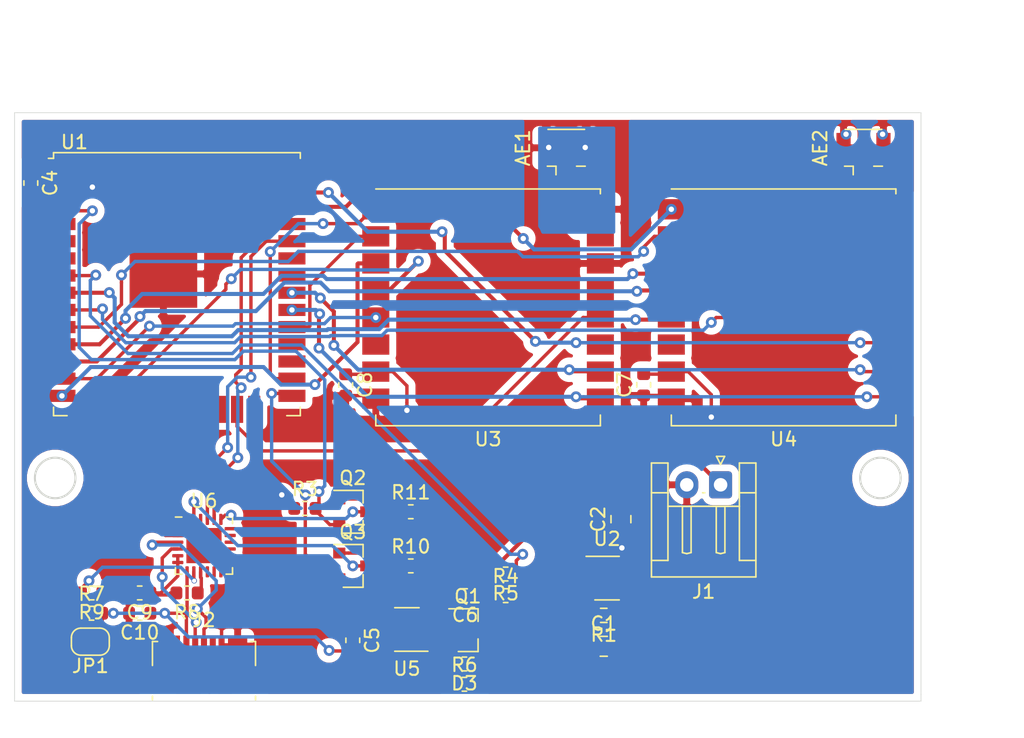
<source format=kicad_pcb>
(kicad_pcb (version 20171130) (host pcbnew 5.1.10)

  (general
    (thickness 1.6)
    (drawings 7)
    (tracks 467)
    (zones 0)
    (modules 34)
    (nets 70)
  )

  (page A4)
  (layers
    (0 F.Cu signal)
    (31 B.Cu signal)
    (32 B.Adhes user)
    (33 F.Adhes user)
    (34 B.Paste user)
    (35 F.Paste user)
    (36 B.SilkS user)
    (37 F.SilkS user)
    (38 B.Mask user)
    (39 F.Mask user)
    (40 Dwgs.User user)
    (41 Cmts.User user)
    (42 Eco1.User user)
    (43 Eco2.User user)
    (44 Edge.Cuts user)
    (45 Margin user)
    (46 B.CrtYd user)
    (47 F.CrtYd user)
    (48 B.Fab user)
    (49 F.Fab user)
  )

  (setup
    (last_trace_width 0.3)
    (user_trace_width 0.3)
    (user_trace_width 0.5)
    (trace_clearance 0.2)
    (zone_clearance 1)
    (zone_45_only no)
    (trace_min 0.2)
    (via_size 0.8)
    (via_drill 0.4)
    (via_min_size 0.4)
    (via_min_drill 0.3)
    (user_via 0.4 0.3)
    (uvia_size 0.3)
    (uvia_drill 0.1)
    (uvias_allowed no)
    (uvia_min_size 0.2)
    (uvia_min_drill 0.1)
    (edge_width 0.05)
    (segment_width 0.2)
    (pcb_text_width 0.3)
    (pcb_text_size 1.5 1.5)
    (mod_edge_width 0.12)
    (mod_text_size 1 1)
    (mod_text_width 0.15)
    (pad_size 1.524 1.524)
    (pad_drill 0.762)
    (pad_to_mask_clearance 0.051)
    (solder_mask_min_width 0.25)
    (aux_axis_origin 0 0)
    (visible_elements FFF9FF7F)
    (pcbplotparams
      (layerselection 0x010fc_ffffffff)
      (usegerberextensions false)
      (usegerberattributes false)
      (usegerberadvancedattributes false)
      (creategerberjobfile false)
      (excludeedgelayer true)
      (linewidth 0.100000)
      (plotframeref false)
      (viasonmask false)
      (mode 1)
      (useauxorigin false)
      (hpglpennumber 1)
      (hpglpenspeed 20)
      (hpglpendiameter 15.000000)
      (psnegative false)
      (psa4output false)
      (plotreference true)
      (plotvalue true)
      (plotinvisibletext false)
      (padsonsilk false)
      (subtractmaskfromsilk false)
      (outputformat 1)
      (mirror false)
      (drillshape 1)
      (scaleselection 1)
      (outputdirectory ""))
  )

  (net 0 "")
  (net 1 GND)
  (net 2 "Net-(AE1-Pad1)")
  (net 3 "Net-(AE2-Pad1)")
  (net 4 VBUS)
  (net 5 +3V3)
  (net 6 VIN)
  (net 7 VBAT)
  (net 8 "Net-(C9-Pad1)")
  (net 9 "Net-(J2-Pad3)")
  (net 10 "Net-(J2-Pad2)")
  (net 11 "Net-(JP1-Pad2)")
  (net 12 RTS)
  (net 13 EN)
  (net 14 "Net-(Q2-Pad1)")
  (net 15 IO0)
  (net 16 DTR)
  (net 17 "Net-(Q3-Pad1)")
  (net 18 "Net-(R4-Pad2)")
  (net 19 "Net-(R8-Pad1)")
  (net 20 LORSCK)
  (net 21 TX)
  (net 22 RX)
  (net 23 LORMISO)
  (net 24 LORMOSI)
  (net 25 "Net-(U1-Pad29)")
  (net 26 "Net-(U1-Pad26)")
  (net 27 "Net-(U1-Pad23)")
  (net 28 "Net-(U1-Pad16)")
  (net 29 "Net-(U1-Pad13)")
  (net 30 "Net-(U1-Pad12)")
  (net 31 "Net-(U1-Pad10)")
  (net 32 "Net-(U1-Pad9)")
  (net 33 "Net-(U1-Pad8)")
  (net 34 "Net-(J2-Pad4)")
  (net 35 "Net-(R1-Pad1)")
  (net 36 "Net-(U1-Pad32)")
  (net 37 "Net-(U1-Pad28)")
  (net 38 "Net-(U1-Pad27)")
  (net 39 "Net-(U1-Pad24)")
  (net 40 "Net-(U1-Pad22)")
  (net 41 "Net-(U1-Pad21)")
  (net 42 "Net-(U1-Pad20)")
  (net 43 "Net-(U1-Pad19)")
  (net 44 "Net-(U1-Pad18)")
  (net 45 "Net-(U1-Pad17)")
  (net 46 "Net-(U1-Pad14)")
  (net 47 "Net-(U1-Pad11)")
  (net 48 "Net-(U1-Pad6)")
  (net 49 "Net-(U1-Pad5)")
  (net 50 "Net-(U1-Pad4)")
  (net 51 "Net-(U2-Pad4)")
  (net 52 "Net-(U3-Pad13)")
  (net 53 "Net-(U3-Pad6)")
  (net 54 "Net-(U4-Pad13)")
  (net 55 "Net-(U4-Pad6)")
  (net 56 "Net-(U6-Pad24)")
  (net 57 "Net-(U6-Pad22)")
  (net 58 "Net-(U6-Pad18)")
  (net 59 "Net-(U6-Pad17)")
  (net 60 "Net-(U6-Pad16)")
  (net 61 "Net-(U6-Pad15)")
  (net 62 "Net-(U6-Pad14)")
  (net 63 "Net-(U6-Pad13)")
  (net 64 "Net-(U6-Pad12)")
  (net 65 "Net-(U6-Pad11)")
  (net 66 "Net-(U6-Pad10)")
  (net 67 "Net-(U6-Pad1)")
  (net 68 "Net-(U1-Pad36)")
  (net 69 "Net-(U1-Pad33)")

  (net_class Default "This is the default net class."
    (clearance 0.2)
    (trace_width 0.25)
    (via_dia 0.8)
    (via_drill 0.4)
    (uvia_dia 0.3)
    (uvia_drill 0.1)
    (add_net +3V3)
    (add_net DTR)
    (add_net EN)
    (add_net GND)
    (add_net IO0)
    (add_net LORMISO)
    (add_net LORMOSI)
    (add_net LORSCK)
    (add_net "Net-(AE1-Pad1)")
    (add_net "Net-(AE2-Pad1)")
    (add_net "Net-(C9-Pad1)")
    (add_net "Net-(J2-Pad2)")
    (add_net "Net-(J2-Pad3)")
    (add_net "Net-(J2-Pad4)")
    (add_net "Net-(JP1-Pad2)")
    (add_net "Net-(Q2-Pad1)")
    (add_net "Net-(Q3-Pad1)")
    (add_net "Net-(R1-Pad1)")
    (add_net "Net-(R4-Pad2)")
    (add_net "Net-(R8-Pad1)")
    (add_net "Net-(U1-Pad10)")
    (add_net "Net-(U1-Pad11)")
    (add_net "Net-(U1-Pad12)")
    (add_net "Net-(U1-Pad13)")
    (add_net "Net-(U1-Pad14)")
    (add_net "Net-(U1-Pad16)")
    (add_net "Net-(U1-Pad17)")
    (add_net "Net-(U1-Pad18)")
    (add_net "Net-(U1-Pad19)")
    (add_net "Net-(U1-Pad20)")
    (add_net "Net-(U1-Pad21)")
    (add_net "Net-(U1-Pad22)")
    (add_net "Net-(U1-Pad23)")
    (add_net "Net-(U1-Pad24)")
    (add_net "Net-(U1-Pad26)")
    (add_net "Net-(U1-Pad27)")
    (add_net "Net-(U1-Pad28)")
    (add_net "Net-(U1-Pad29)")
    (add_net "Net-(U1-Pad32)")
    (add_net "Net-(U1-Pad33)")
    (add_net "Net-(U1-Pad36)")
    (add_net "Net-(U1-Pad4)")
    (add_net "Net-(U1-Pad5)")
    (add_net "Net-(U1-Pad6)")
    (add_net "Net-(U1-Pad8)")
    (add_net "Net-(U1-Pad9)")
    (add_net "Net-(U2-Pad4)")
    (add_net "Net-(U3-Pad13)")
    (add_net "Net-(U3-Pad6)")
    (add_net "Net-(U4-Pad13)")
    (add_net "Net-(U4-Pad6)")
    (add_net "Net-(U6-Pad1)")
    (add_net "Net-(U6-Pad10)")
    (add_net "Net-(U6-Pad11)")
    (add_net "Net-(U6-Pad12)")
    (add_net "Net-(U6-Pad13)")
    (add_net "Net-(U6-Pad14)")
    (add_net "Net-(U6-Pad15)")
    (add_net "Net-(U6-Pad16)")
    (add_net "Net-(U6-Pad17)")
    (add_net "Net-(U6-Pad18)")
    (add_net "Net-(U6-Pad22)")
    (add_net "Net-(U6-Pad24)")
    (add_net RTS)
    (add_net RX)
    (add_net TX)
    (add_net VBAT)
    (add_net VBUS)
    (add_net VIN)
  )

  (module Connector_JST:JST_EH_S2B-EH_1x02_P2.50mm_Horizontal (layer F.Cu) (tedit 5C281425) (tstamp 5EA6235D)
    (at 218.186 111.506 180)
    (descr "JST EH series connector, S2B-EH (http://www.jst-mfg.com/product/pdf/eng/eEH.pdf), generated with kicad-footprint-generator")
    (tags "connector JST EH horizontal")
    (path /5EB13CED)
    (fp_text reference J1 (at 1.25 -7.9) (layer F.SilkS)
      (effects (font (size 1 1) (thickness 0.15)))
    )
    (fp_text value Conn_01x02 (at 1.25 2.7) (layer F.Fab)
      (effects (font (size 1 1) (thickness 0.15)))
    )
    (fp_text user %R (at 1.25 -2.6) (layer F.Fab)
      (effects (font (size 1 1) (thickness 0.15)))
    )
    (fp_line (start -1.5 -0.7) (end -1.5 1.5) (layer F.Fab) (width 0.1))
    (fp_line (start -1.5 1.5) (end -2.5 1.5) (layer F.Fab) (width 0.1))
    (fp_line (start -2.5 1.5) (end -2.5 -6.7) (layer F.Fab) (width 0.1))
    (fp_line (start -2.5 -6.7) (end 5 -6.7) (layer F.Fab) (width 0.1))
    (fp_line (start 5 -6.7) (end 5 1.5) (layer F.Fab) (width 0.1))
    (fp_line (start 5 1.5) (end 4 1.5) (layer F.Fab) (width 0.1))
    (fp_line (start 4 1.5) (end 4 -0.7) (layer F.Fab) (width 0.1))
    (fp_line (start 4 -0.7) (end -1.5 -0.7) (layer F.Fab) (width 0.1))
    (fp_line (start -3 -7.2) (end -3 2) (layer F.CrtYd) (width 0.05))
    (fp_line (start -3 2) (end 5.5 2) (layer F.CrtYd) (width 0.05))
    (fp_line (start 5.5 2) (end 5.5 -7.2) (layer F.CrtYd) (width 0.05))
    (fp_line (start 5.5 -7.2) (end -3 -7.2) (layer F.CrtYd) (width 0.05))
    (fp_line (start -1.39 -0.59) (end -1.39 1.61) (layer F.SilkS) (width 0.12))
    (fp_line (start -1.39 1.61) (end -2.61 1.61) (layer F.SilkS) (width 0.12))
    (fp_line (start -2.61 1.61) (end -2.61 -6.81) (layer F.SilkS) (width 0.12))
    (fp_line (start -2.61 -6.81) (end 5.11 -6.81) (layer F.SilkS) (width 0.12))
    (fp_line (start 5.11 -6.81) (end 5.11 1.61) (layer F.SilkS) (width 0.12))
    (fp_line (start 5.11 1.61) (end 3.89 1.61) (layer F.SilkS) (width 0.12))
    (fp_line (start 3.89 1.61) (end 3.89 -0.59) (layer F.SilkS) (width 0.12))
    (fp_line (start -2.61 -5.59) (end -1.39 -5.59) (layer F.SilkS) (width 0.12))
    (fp_line (start -1.39 -5.59) (end -1.39 -0.59) (layer F.SilkS) (width 0.12))
    (fp_line (start -1.39 -0.59) (end -2.61 -0.59) (layer F.SilkS) (width 0.12))
    (fp_line (start 5.11 -5.59) (end 3.89 -5.59) (layer F.SilkS) (width 0.12))
    (fp_line (start 3.89 -5.59) (end 3.89 -0.59) (layer F.SilkS) (width 0.12))
    (fp_line (start 3.89 -0.59) (end 5.11 -0.59) (layer F.SilkS) (width 0.12))
    (fp_line (start -1.39 -1.59) (end 3.89 -1.59) (layer F.SilkS) (width 0.12))
    (fp_line (start 0 -1.59) (end -0.32 -1.59) (layer F.SilkS) (width 0.12))
    (fp_line (start -0.32 -1.59) (end -0.32 -5.01) (layer F.SilkS) (width 0.12))
    (fp_line (start -0.32 -5.01) (end 0 -5.09) (layer F.SilkS) (width 0.12))
    (fp_line (start 0 -5.09) (end 0.32 -5.01) (layer F.SilkS) (width 0.12))
    (fp_line (start 0.32 -5.01) (end 0.32 -1.59) (layer F.SilkS) (width 0.12))
    (fp_line (start 0.32 -1.59) (end 0 -1.59) (layer F.SilkS) (width 0.12))
    (fp_line (start 1.17 -0.59) (end 1.33 -0.59) (layer F.SilkS) (width 0.12))
    (fp_line (start 2.5 -1.59) (end 2.18 -1.59) (layer F.SilkS) (width 0.12))
    (fp_line (start 2.18 -1.59) (end 2.18 -5.01) (layer F.SilkS) (width 0.12))
    (fp_line (start 2.18 -5.01) (end 2.5 -5.09) (layer F.SilkS) (width 0.12))
    (fp_line (start 2.5 -5.09) (end 2.82 -5.01) (layer F.SilkS) (width 0.12))
    (fp_line (start 2.82 -5.01) (end 2.82 -1.59) (layer F.SilkS) (width 0.12))
    (fp_line (start 2.82 -1.59) (end 2.5 -1.59) (layer F.SilkS) (width 0.12))
    (fp_line (start 0 1.5) (end -0.3 2.1) (layer F.SilkS) (width 0.12))
    (fp_line (start -0.3 2.1) (end 0.3 2.1) (layer F.SilkS) (width 0.12))
    (fp_line (start 0.3 2.1) (end 0 1.5) (layer F.SilkS) (width 0.12))
    (fp_line (start -0.5 -0.7) (end 0 -1.407107) (layer F.Fab) (width 0.1))
    (fp_line (start 0 -1.407107) (end 0.5 -0.7) (layer F.Fab) (width 0.1))
    (pad 2 thru_hole oval (at 2.5 0 180) (size 1.7 2) (drill 1) (layers *.Cu *.Mask)
      (net 1 GND))
    (pad 1 thru_hole roundrect (at 0 0 180) (size 1.7 2) (drill 1) (layers *.Cu *.Mask) (roundrect_rratio 0.147059)
      (net 7 VBAT))
    (model ${KISYS3DMOD}/Connector_JST.3dshapes/JST_EH_S2B-EH_1x02_P2.50mm_Horizontal.wrl
      (at (xyz 0 0 0))
      (scale (xyz 1 1 1))
      (rotate (xyz 0 0 0))
    )
  )

  (module Package_TO_SOT_SMD:SOT-23-5 (layer F.Cu) (tedit 5A02FF57) (tstamp 60C9B863)
    (at 209.795001 118.405001)
    (descr "5-pin SOT23 package")
    (tags SOT-23-5)
    (path /60D148E8)
    (attr smd)
    (fp_text reference U2 (at 0 -2.9) (layer F.SilkS)
      (effects (font (size 1 1) (thickness 0.15)))
    )
    (fp_text value AP2112K-3.3 (at 0 2.9) (layer F.Fab)
      (effects (font (size 1 1) (thickness 0.15)))
    )
    (fp_text user %R (at 0 0 90) (layer F.Fab)
      (effects (font (size 0.5 0.5) (thickness 0.075)))
    )
    (fp_line (start -0.9 1.61) (end 0.9 1.61) (layer F.SilkS) (width 0.12))
    (fp_line (start 0.9 -1.61) (end -1.55 -1.61) (layer F.SilkS) (width 0.12))
    (fp_line (start -1.9 -1.8) (end 1.9 -1.8) (layer F.CrtYd) (width 0.05))
    (fp_line (start 1.9 -1.8) (end 1.9 1.8) (layer F.CrtYd) (width 0.05))
    (fp_line (start 1.9 1.8) (end -1.9 1.8) (layer F.CrtYd) (width 0.05))
    (fp_line (start -1.9 1.8) (end -1.9 -1.8) (layer F.CrtYd) (width 0.05))
    (fp_line (start -0.9 -0.9) (end -0.25 -1.55) (layer F.Fab) (width 0.1))
    (fp_line (start 0.9 -1.55) (end -0.25 -1.55) (layer F.Fab) (width 0.1))
    (fp_line (start -0.9 -0.9) (end -0.9 1.55) (layer F.Fab) (width 0.1))
    (fp_line (start 0.9 1.55) (end -0.9 1.55) (layer F.Fab) (width 0.1))
    (fp_line (start 0.9 -1.55) (end 0.9 1.55) (layer F.Fab) (width 0.1))
    (pad 5 smd rect (at 1.1 -0.95) (size 1.06 0.65) (layers F.Cu F.Paste F.Mask)
      (net 5 +3V3))
    (pad 4 smd rect (at 1.1 0.95) (size 1.06 0.65) (layers F.Cu F.Paste F.Mask)
      (net 51 "Net-(U2-Pad4)"))
    (pad 3 smd rect (at -1.1 0.95) (size 1.06 0.65) (layers F.Cu F.Paste F.Mask)
      (net 35 "Net-(R1-Pad1)"))
    (pad 2 smd rect (at -1.1 0) (size 1.06 0.65) (layers F.Cu F.Paste F.Mask)
      (net 1 GND))
    (pad 1 smd rect (at -1.1 -0.95) (size 1.06 0.65) (layers F.Cu F.Paste F.Mask)
      (net 6 VIN))
    (model ${KISYS3DMOD}/Package_TO_SOT_SMD.3dshapes/SOT-23-5.wrl
      (at (xyz 0 0 0))
      (scale (xyz 1 1 1))
      (rotate (xyz 0 0 0))
    )
  )

  (module Resistor_SMD:R_0603_1608Metric (layer F.Cu) (tedit 5F68FEEE) (tstamp 60C99BCC)
    (at 209.55 121.158 180)
    (descr "Resistor SMD 0603 (1608 Metric), square (rectangular) end terminal, IPC_7351 nominal, (Body size source: IPC-SM-782 page 72, https://www.pcb-3d.com/wordpress/wp-content/uploads/ipc-sm-782a_amendment_1_and_2.pdf), generated with kicad-footprint-generator")
    (tags resistor)
    (path /60DC0EF8)
    (attr smd)
    (fp_text reference R1 (at 0 -1.43) (layer F.SilkS)
      (effects (font (size 1 1) (thickness 0.15)))
    )
    (fp_text value 100k (at 0 1.43) (layer F.Fab)
      (effects (font (size 1 1) (thickness 0.15)))
    )
    (fp_text user %R (at 0 0) (layer F.Fab)
      (effects (font (size 0.4 0.4) (thickness 0.06)))
    )
    (fp_line (start -0.8 0.4125) (end -0.8 -0.4125) (layer F.Fab) (width 0.1))
    (fp_line (start -0.8 -0.4125) (end 0.8 -0.4125) (layer F.Fab) (width 0.1))
    (fp_line (start 0.8 -0.4125) (end 0.8 0.4125) (layer F.Fab) (width 0.1))
    (fp_line (start 0.8 0.4125) (end -0.8 0.4125) (layer F.Fab) (width 0.1))
    (fp_line (start -0.237258 -0.5225) (end 0.237258 -0.5225) (layer F.SilkS) (width 0.12))
    (fp_line (start -0.237258 0.5225) (end 0.237258 0.5225) (layer F.SilkS) (width 0.12))
    (fp_line (start -1.48 0.73) (end -1.48 -0.73) (layer F.CrtYd) (width 0.05))
    (fp_line (start -1.48 -0.73) (end 1.48 -0.73) (layer F.CrtYd) (width 0.05))
    (fp_line (start 1.48 -0.73) (end 1.48 0.73) (layer F.CrtYd) (width 0.05))
    (fp_line (start 1.48 0.73) (end -1.48 0.73) (layer F.CrtYd) (width 0.05))
    (pad 2 smd roundrect (at 0.825 0 180) (size 0.8 0.95) (layers F.Cu F.Paste F.Mask) (roundrect_rratio 0.25)
      (net 6 VIN))
    (pad 1 smd roundrect (at -0.825 0 180) (size 0.8 0.95) (layers F.Cu F.Paste F.Mask) (roundrect_rratio 0.25)
      (net 35 "Net-(R1-Pad1)"))
    (model ${KISYS3DMOD}/Resistor_SMD.3dshapes/R_0603_1608Metric.wrl
      (at (xyz 0 0 0))
      (scale (xyz 1 1 1))
      (rotate (xyz 0 0 0))
    )
  )

  (module Capacitor_SMD:C_0805_2012Metric (layer F.Cu) (tedit 5F68FEEE) (tstamp 60C999B3)
    (at 210.82 114.046 90)
    (descr "Capacitor SMD 0805 (2012 Metric), square (rectangular) end terminal, IPC_7351 nominal, (Body size source: IPC-SM-782 page 76, https://www.pcb-3d.com/wordpress/wp-content/uploads/ipc-sm-782a_amendment_1_and_2.pdf, https://docs.google.com/spreadsheets/d/1BsfQQcO9C6DZCsRaXUlFlo91Tg2WpOkGARC1WS5S8t0/edit?usp=sharing), generated with kicad-footprint-generator")
    (tags capacitor)
    (path /60D45A49)
    (attr smd)
    (fp_text reference C2 (at 0 -1.68 90) (layer F.SilkS)
      (effects (font (size 1 1) (thickness 0.15)))
    )
    (fp_text value 1u (at 0 1.68 90) (layer F.Fab)
      (effects (font (size 1 1) (thickness 0.15)))
    )
    (fp_text user %R (at 0 0 90) (layer F.Fab)
      (effects (font (size 0.5 0.5) (thickness 0.08)))
    )
    (fp_line (start -1 0.625) (end -1 -0.625) (layer F.Fab) (width 0.1))
    (fp_line (start -1 -0.625) (end 1 -0.625) (layer F.Fab) (width 0.1))
    (fp_line (start 1 -0.625) (end 1 0.625) (layer F.Fab) (width 0.1))
    (fp_line (start 1 0.625) (end -1 0.625) (layer F.Fab) (width 0.1))
    (fp_line (start -0.261252 -0.735) (end 0.261252 -0.735) (layer F.SilkS) (width 0.12))
    (fp_line (start -0.261252 0.735) (end 0.261252 0.735) (layer F.SilkS) (width 0.12))
    (fp_line (start -1.7 0.98) (end -1.7 -0.98) (layer F.CrtYd) (width 0.05))
    (fp_line (start -1.7 -0.98) (end 1.7 -0.98) (layer F.CrtYd) (width 0.05))
    (fp_line (start 1.7 -0.98) (end 1.7 0.98) (layer F.CrtYd) (width 0.05))
    (fp_line (start 1.7 0.98) (end -1.7 0.98) (layer F.CrtYd) (width 0.05))
    (pad 2 smd roundrect (at 0.95 0 90) (size 1 1.45) (layers F.Cu F.Paste F.Mask) (roundrect_rratio 0.25)
      (net 1 GND))
    (pad 1 smd roundrect (at -0.95 0 90) (size 1 1.45) (layers F.Cu F.Paste F.Mask) (roundrect_rratio 0.25)
      (net 5 +3V3))
    (model ${KISYS3DMOD}/Capacitor_SMD.3dshapes/C_0805_2012Metric.wrl
      (at (xyz 0 0 0))
      (scale (xyz 1 1 1))
      (rotate (xyz 0 0 0))
    )
  )

  (module Capacitor_SMD:C_0805_2012Metric (layer F.Cu) (tedit 5F68FEEE) (tstamp 60C999A2)
    (at 209.55 123.444)
    (descr "Capacitor SMD 0805 (2012 Metric), square (rectangular) end terminal, IPC_7351 nominal, (Body size source: IPC-SM-782 page 76, https://www.pcb-3d.com/wordpress/wp-content/uploads/ipc-sm-782a_amendment_1_and_2.pdf, https://docs.google.com/spreadsheets/d/1BsfQQcO9C6DZCsRaXUlFlo91Tg2WpOkGARC1WS5S8t0/edit?usp=sharing), generated with kicad-footprint-generator")
    (tags capacitor)
    (path /60D46CD5)
    (attr smd)
    (fp_text reference C1 (at 0 -1.68) (layer F.SilkS)
      (effects (font (size 1 1) (thickness 0.15)))
    )
    (fp_text value 1u (at 0 1.68) (layer F.Fab)
      (effects (font (size 1 1) (thickness 0.15)))
    )
    (fp_text user %R (at 0 0) (layer F.Fab)
      (effects (font (size 0.5 0.5) (thickness 0.08)))
    )
    (fp_line (start -1 0.625) (end -1 -0.625) (layer F.Fab) (width 0.1))
    (fp_line (start -1 -0.625) (end 1 -0.625) (layer F.Fab) (width 0.1))
    (fp_line (start 1 -0.625) (end 1 0.625) (layer F.Fab) (width 0.1))
    (fp_line (start 1 0.625) (end -1 0.625) (layer F.Fab) (width 0.1))
    (fp_line (start -0.261252 -0.735) (end 0.261252 -0.735) (layer F.SilkS) (width 0.12))
    (fp_line (start -0.261252 0.735) (end 0.261252 0.735) (layer F.SilkS) (width 0.12))
    (fp_line (start -1.7 0.98) (end -1.7 -0.98) (layer F.CrtYd) (width 0.05))
    (fp_line (start -1.7 -0.98) (end 1.7 -0.98) (layer F.CrtYd) (width 0.05))
    (fp_line (start 1.7 -0.98) (end 1.7 0.98) (layer F.CrtYd) (width 0.05))
    (fp_line (start 1.7 0.98) (end -1.7 0.98) (layer F.CrtYd) (width 0.05))
    (pad 2 smd roundrect (at 0.95 0) (size 1 1.45) (layers F.Cu F.Paste F.Mask) (roundrect_rratio 0.25)
      (net 1 GND))
    (pad 1 smd roundrect (at -0.95 0) (size 1 1.45) (layers F.Cu F.Paste F.Mask) (roundrect_rratio 0.25)
      (net 6 VIN))
    (model ${KISYS3DMOD}/Capacitor_SMD.3dshapes/C_0805_2012Metric.wrl
      (at (xyz 0 0 0))
      (scale (xyz 1 1 1))
      (rotate (xyz 0 0 0))
    )
  )

  (module Package_DFN_QFN:QFN-24-1EP_4x4mm_P0.5mm_EP2.6x2.6mm (layer F.Cu) (tedit 5DC5F6A3) (tstamp 5EA62637)
    (at 180 116)
    (descr "QFN, 24 Pin (http://ww1.microchip.com/downloads/en/PackagingSpec/00000049BQ.pdf#page=278), generated with kicad-footprint-generator ipc_noLead_generator.py")
    (tags "QFN NoLead")
    (path /5EA7E2F6)
    (attr smd)
    (fp_text reference U6 (at 0 -3.3) (layer F.SilkS)
      (effects (font (size 1 1) (thickness 0.15)))
    )
    (fp_text value CP2102N-A01-GQFN24 (at 0 3.3) (layer F.Fab)
      (effects (font (size 1 1) (thickness 0.15)))
    )
    (fp_line (start 1.635 -2.11) (end 2.11 -2.11) (layer F.SilkS) (width 0.12))
    (fp_line (start 2.11 -2.11) (end 2.11 -1.635) (layer F.SilkS) (width 0.12))
    (fp_line (start -1.635 2.11) (end -2.11 2.11) (layer F.SilkS) (width 0.12))
    (fp_line (start -2.11 2.11) (end -2.11 1.635) (layer F.SilkS) (width 0.12))
    (fp_line (start 1.635 2.11) (end 2.11 2.11) (layer F.SilkS) (width 0.12))
    (fp_line (start 2.11 2.11) (end 2.11 1.635) (layer F.SilkS) (width 0.12))
    (fp_line (start -1.635 -2.11) (end -2.11 -2.11) (layer F.SilkS) (width 0.12))
    (fp_line (start -1 -2) (end 2 -2) (layer F.Fab) (width 0.1))
    (fp_line (start 2 -2) (end 2 2) (layer F.Fab) (width 0.1))
    (fp_line (start 2 2) (end -2 2) (layer F.Fab) (width 0.1))
    (fp_line (start -2 2) (end -2 -1) (layer F.Fab) (width 0.1))
    (fp_line (start -2 -1) (end -1 -2) (layer F.Fab) (width 0.1))
    (fp_line (start -2.6 -2.6) (end -2.6 2.6) (layer F.CrtYd) (width 0.05))
    (fp_line (start -2.6 2.6) (end 2.6 2.6) (layer F.CrtYd) (width 0.05))
    (fp_line (start 2.6 2.6) (end 2.6 -2.6) (layer F.CrtYd) (width 0.05))
    (fp_line (start 2.6 -2.6) (end -2.6 -2.6) (layer F.CrtYd) (width 0.05))
    (fp_text user %R (at 0 0) (layer F.Fab)
      (effects (font (size 1 1) (thickness 0.15)))
    )
    (pad "" smd roundrect (at 0.65 0.65) (size 1.05 1.05) (layers F.Paste) (roundrect_rratio 0.238095))
    (pad "" smd roundrect (at 0.65 -0.65) (size 1.05 1.05) (layers F.Paste) (roundrect_rratio 0.238095))
    (pad "" smd roundrect (at -0.65 0.65) (size 1.05 1.05) (layers F.Paste) (roundrect_rratio 0.238095))
    (pad "" smd roundrect (at -0.65 -0.65) (size 1.05 1.05) (layers F.Paste) (roundrect_rratio 0.238095))
    (pad 25 smd rect (at 0 0) (size 2.6 2.6) (layers F.Cu F.Mask)
      (net 1 GND))
    (pad 24 smd roundrect (at -1.25 -1.9375) (size 0.25 0.825) (layers F.Cu F.Paste F.Mask) (roundrect_rratio 0.25)
      (net 56 "Net-(U6-Pad24)"))
    (pad 23 smd roundrect (at -0.75 -1.9375) (size 0.25 0.825) (layers F.Cu F.Paste F.Mask) (roundrect_rratio 0.25)
      (net 16 DTR))
    (pad 22 smd roundrect (at -0.25 -1.9375) (size 0.25 0.825) (layers F.Cu F.Paste F.Mask) (roundrect_rratio 0.25)
      (net 57 "Net-(U6-Pad22)"))
    (pad 21 smd roundrect (at 0.25 -1.9375) (size 0.25 0.825) (layers F.Cu F.Paste F.Mask) (roundrect_rratio 0.25)
      (net 22 RX))
    (pad 20 smd roundrect (at 0.75 -1.9375) (size 0.25 0.825) (layers F.Cu F.Paste F.Mask) (roundrect_rratio 0.25)
      (net 21 TX))
    (pad 19 smd roundrect (at 1.25 -1.9375) (size 0.25 0.825) (layers F.Cu F.Paste F.Mask) (roundrect_rratio 0.25)
      (net 12 RTS))
    (pad 18 smd roundrect (at 1.9375 -1.25) (size 0.825 0.25) (layers F.Cu F.Paste F.Mask) (roundrect_rratio 0.25)
      (net 58 "Net-(U6-Pad18)"))
    (pad 17 smd roundrect (at 1.9375 -0.75) (size 0.825 0.25) (layers F.Cu F.Paste F.Mask) (roundrect_rratio 0.25)
      (net 59 "Net-(U6-Pad17)"))
    (pad 16 smd roundrect (at 1.9375 -0.25) (size 0.825 0.25) (layers F.Cu F.Paste F.Mask) (roundrect_rratio 0.25)
      (net 60 "Net-(U6-Pad16)"))
    (pad 15 smd roundrect (at 1.9375 0.25) (size 0.825 0.25) (layers F.Cu F.Paste F.Mask) (roundrect_rratio 0.25)
      (net 61 "Net-(U6-Pad15)"))
    (pad 14 smd roundrect (at 1.9375 0.75) (size 0.825 0.25) (layers F.Cu F.Paste F.Mask) (roundrect_rratio 0.25)
      (net 62 "Net-(U6-Pad14)"))
    (pad 13 smd roundrect (at 1.9375 1.25) (size 0.825 0.25) (layers F.Cu F.Paste F.Mask) (roundrect_rratio 0.25)
      (net 63 "Net-(U6-Pad13)"))
    (pad 12 smd roundrect (at 1.25 1.9375) (size 0.25 0.825) (layers F.Cu F.Paste F.Mask) (roundrect_rratio 0.25)
      (net 64 "Net-(U6-Pad12)"))
    (pad 11 smd roundrect (at 0.75 1.9375) (size 0.25 0.825) (layers F.Cu F.Paste F.Mask) (roundrect_rratio 0.25)
      (net 65 "Net-(U6-Pad11)"))
    (pad 10 smd roundrect (at 0.25 1.9375) (size 0.25 0.825) (layers F.Cu F.Paste F.Mask) (roundrect_rratio 0.25)
      (net 66 "Net-(U6-Pad10)"))
    (pad 9 smd roundrect (at -0.25 1.9375) (size 0.25 0.825) (layers F.Cu F.Paste F.Mask) (roundrect_rratio 0.25)
      (net 19 "Net-(R8-Pad1)"))
    (pad 8 smd roundrect (at -0.75 1.9375) (size 0.25 0.825) (layers F.Cu F.Paste F.Mask) (roundrect_rratio 0.25)
      (net 11 "Net-(JP1-Pad2)"))
    (pad 7 smd roundrect (at -1.25 1.9375) (size 0.25 0.825) (layers F.Cu F.Paste F.Mask) (roundrect_rratio 0.25)
      (net 4 VBUS))
    (pad 6 smd roundrect (at -1.9375 1.25) (size 0.825 0.25) (layers F.Cu F.Paste F.Mask) (roundrect_rratio 0.25)
      (net 8 "Net-(C9-Pad1)"))
    (pad 5 smd roundrect (at -1.9375 0.75) (size 0.825 0.25) (layers F.Cu F.Paste F.Mask) (roundrect_rratio 0.25)
      (net 8 "Net-(C9-Pad1)"))
    (pad 4 smd roundrect (at -1.9375 0.25) (size 0.825 0.25) (layers F.Cu F.Paste F.Mask) (roundrect_rratio 0.25)
      (net 10 "Net-(J2-Pad2)"))
    (pad 3 smd roundrect (at -1.9375 -0.25) (size 0.825 0.25) (layers F.Cu F.Paste F.Mask) (roundrect_rratio 0.25)
      (net 9 "Net-(J2-Pad3)"))
    (pad 2 smd roundrect (at -1.9375 -0.75) (size 0.825 0.25) (layers F.Cu F.Paste F.Mask) (roundrect_rratio 0.25)
      (net 1 GND))
    (pad 1 smd roundrect (at -1.9375 -1.25) (size 0.825 0.25) (layers F.Cu F.Paste F.Mask) (roundrect_rratio 0.25)
      (net 67 "Net-(U6-Pad1)"))
    (model ${KISYS3DMOD}/Package_DFN_QFN.3dshapes/QFN-24-1EP_4x4mm_P0.5mm_EP2.6x2.6mm.wrl
      (at (xyz 0 0 0))
      (scale (xyz 1 1 1))
      (rotate (xyz 0 0 0))
    )
  )

  (module Package_TO_SOT_SMD:SOT-23-5 (layer F.Cu) (tedit 5A02FF57) (tstamp 5EA884CC)
    (at 195 122.2 180)
    (descr "5-pin SOT23 package")
    (tags SOT-23-5)
    (path /5EAF4299)
    (attr smd)
    (fp_text reference U5 (at 0 -2.9) (layer F.SilkS)
      (effects (font (size 1 1) (thickness 0.15)))
    )
    (fp_text value MCP73811T-420I-OT (at 0 2.9) (layer F.Fab)
      (effects (font (size 1 1) (thickness 0.15)))
    )
    (fp_line (start -0.9 1.61) (end 0.9 1.61) (layer F.SilkS) (width 0.12))
    (fp_line (start 0.9 -1.61) (end -1.55 -1.61) (layer F.SilkS) (width 0.12))
    (fp_line (start -1.9 -1.8) (end 1.9 -1.8) (layer F.CrtYd) (width 0.05))
    (fp_line (start 1.9 -1.8) (end 1.9 1.8) (layer F.CrtYd) (width 0.05))
    (fp_line (start 1.9 1.8) (end -1.9 1.8) (layer F.CrtYd) (width 0.05))
    (fp_line (start -1.9 1.8) (end -1.9 -1.8) (layer F.CrtYd) (width 0.05))
    (fp_line (start -0.9 -0.9) (end -0.25 -1.55) (layer F.Fab) (width 0.1))
    (fp_line (start 0.9 -1.55) (end -0.25 -1.55) (layer F.Fab) (width 0.1))
    (fp_line (start -0.9 -0.9) (end -0.9 1.55) (layer F.Fab) (width 0.1))
    (fp_line (start 0.9 1.55) (end -0.9 1.55) (layer F.Fab) (width 0.1))
    (fp_line (start 0.9 -1.55) (end 0.9 1.55) (layer F.Fab) (width 0.1))
    (fp_text user %R (at 0.25 -0.05 90) (layer F.Fab)
      (effects (font (size 0.5 0.5) (thickness 0.075)))
    )
    (pad 5 smd rect (at 1.1 -0.95 180) (size 1.06 0.65) (layers F.Cu F.Paste F.Mask)
      (net 4 VBUS))
    (pad 4 smd rect (at 1.1 0.95 180) (size 1.06 0.65) (layers F.Cu F.Paste F.Mask)
      (net 4 VBUS))
    (pad 3 smd rect (at -1.1 0.95 180) (size 1.06 0.65) (layers F.Cu F.Paste F.Mask)
      (net 7 VBAT))
    (pad 2 smd rect (at -1.1 0 180) (size 1.06 0.65) (layers F.Cu F.Paste F.Mask)
      (net 1 GND))
    (pad 1 smd rect (at -1.1 -0.95 180) (size 1.06 0.65) (layers F.Cu F.Paste F.Mask)
      (net 4 VBUS))
    (model ${KISYS3DMOD}/Package_TO_SOT_SMD.3dshapes/SOT-23-5.wrl
      (at (xyz 0 0 0))
      (scale (xyz 1 1 1))
      (rotate (xyz 0 0 0))
    )
  )

  (module loranet2:DRF1276G (layer F.Cu) (tedit 5EA4B153) (tstamp 5EA625F0)
    (at 222.844999 98.140001)
    (path /5EA549AC)
    (fp_text reference U4 (at 0 10) (layer F.SilkS)
      (effects (font (size 1 1) (thickness 0.15)))
    )
    (fp_text value DRF1276G (at 0 -9.5) (layer F.Fab)
      (effects (font (size 1 1) (thickness 0.15)))
    )
    (fp_line (start -8.3 -8.5) (end 8.3 -8.5) (layer F.SilkS) (width 0.12))
    (fp_line (start 8.3 -8.5) (end 8.3 -8.15) (layer F.SilkS) (width 0.12))
    (fp_line (start 8.3 9) (end -8.3 9) (layer F.SilkS) (width 0.12))
    (fp_line (start -8.3 9) (end -8.3 8.21) (layer F.SilkS) (width 0.12))
    (fp_line (start 8.3 9) (end 8.3 8.21) (layer F.SilkS) (width 0.12))
    (pad 16 smd rect (at 8.3 -7) (size 2 1.5) (layers F.Cu F.Paste F.Mask)
      (net 1 GND))
    (pad 15 smd rect (at 8.3 -5) (size 2 1.5) (layers F.Cu F.Paste F.Mask)
      (net 3 "Net-(AE2-Pad1)"))
    (pad 14 smd rect (at 8.3 -3) (size 2 1.5) (layers F.Cu F.Paste F.Mask)
      (net 1 GND))
    (pad 13 smd rect (at 8.3 -1) (size 2 1.5) (layers F.Cu F.Paste F.Mask)
      (net 54 "Net-(U4-Pad13)"))
    (pad 12 smd rect (at 8.3 1) (size 2 1.5) (layers F.Cu F.Paste F.Mask)
      (net 32 "Net-(U1-Pad9)"))
    (pad 11 smd rect (at 8.3 3) (size 2 1.5) (layers F.Cu F.Paste F.Mask)
      (net 24 LORMOSI))
    (pad 10 smd rect (at 8.3 5) (size 2 1.5) (layers F.Cu F.Paste F.Mask)
      (net 23 LORMISO))
    (pad 9 smd rect (at 8.3 7) (size 2 1.5) (layers F.Cu F.Paste F.Mask)
      (net 20 LORSCK))
    (pad 8 smd rect (at -8.3 7) (size 2 1.5) (layers F.Cu F.Paste F.Mask)
      (net 1 GND))
    (pad 7 smd rect (at -8.3 5) (size 2 1.5) (layers F.Cu F.Paste F.Mask)
      (net 5 +3V3))
    (pad 6 smd rect (at -8.3 3) (size 2 1.5) (layers F.Cu F.Paste F.Mask)
      (net 55 "Net-(U4-Pad6)"))
    (pad 5 smd rect (at -8.3 1) (size 2 1.5) (layers F.Cu F.Paste F.Mask)
      (net 33 "Net-(U1-Pad8)"))
    (pad 4 smd rect (at -8.3 -1) (size 2 1.5) (layers F.Cu F.Paste F.Mask)
      (net 30 "Net-(U1-Pad12)"))
    (pad 3 smd rect (at -8.3 -3) (size 2 1.5) (layers F.Cu F.Paste F.Mask)
      (net 47 "Net-(U1-Pad11)"))
    (pad 2 smd rect (at -8.3 -5) (size 2 1.5) (layers F.Cu F.Paste F.Mask)
      (net 31 "Net-(U1-Pad10)"))
    (pad 1 smd rect (at -8.3 -7) (size 2 1.5) (layers F.Cu F.Paste F.Mask)
      (net 68 "Net-(U1-Pad36)"))
  )

  (module loranet2:DRF1276G (layer F.Cu) (tedit 5EA4B153) (tstamp 5EA625D7)
    (at 201 98.140001)
    (path /5EA541F4)
    (fp_text reference U3 (at 0 10) (layer F.SilkS)
      (effects (font (size 1 1) (thickness 0.15)))
    )
    (fp_text value DRF1276G (at 0 -9.5) (layer F.Fab)
      (effects (font (size 1 1) (thickness 0.15)))
    )
    (fp_line (start -8.3 -8.5) (end 8.3 -8.5) (layer F.SilkS) (width 0.12))
    (fp_line (start 8.3 -8.5) (end 8.3 -8.15) (layer F.SilkS) (width 0.12))
    (fp_line (start 8.3 9) (end -8.3 9) (layer F.SilkS) (width 0.12))
    (fp_line (start -8.3 9) (end -8.3 8.21) (layer F.SilkS) (width 0.12))
    (fp_line (start 8.3 9) (end 8.3 8.21) (layer F.SilkS) (width 0.12))
    (pad 16 smd rect (at 8.3 -7) (size 2 1.5) (layers F.Cu F.Paste F.Mask)
      (net 1 GND))
    (pad 15 smd rect (at 8.3 -5) (size 2 1.5) (layers F.Cu F.Paste F.Mask)
      (net 2 "Net-(AE1-Pad1)"))
    (pad 14 smd rect (at 8.3 -3) (size 2 1.5) (layers F.Cu F.Paste F.Mask)
      (net 1 GND))
    (pad 13 smd rect (at 8.3 -1) (size 2 1.5) (layers F.Cu F.Paste F.Mask)
      (net 52 "Net-(U3-Pad13)"))
    (pad 12 smd rect (at 8.3 1) (size 2 1.5) (layers F.Cu F.Paste F.Mask)
      (net 27 "Net-(U1-Pad23)"))
    (pad 11 smd rect (at 8.3 3) (size 2 1.5) (layers F.Cu F.Paste F.Mask)
      (net 24 LORMOSI))
    (pad 10 smd rect (at 8.3 5) (size 2 1.5) (layers F.Cu F.Paste F.Mask)
      (net 23 LORMISO))
    (pad 9 smd rect (at 8.3 7) (size 2 1.5) (layers F.Cu F.Paste F.Mask)
      (net 20 LORSCK))
    (pad 8 smd rect (at -8.3 7) (size 2 1.5) (layers F.Cu F.Paste F.Mask)
      (net 1 GND))
    (pad 7 smd rect (at -8.3 5) (size 2 1.5) (layers F.Cu F.Paste F.Mask)
      (net 5 +3V3))
    (pad 6 smd rect (at -8.3 3) (size 2 1.5) (layers F.Cu F.Paste F.Mask)
      (net 53 "Net-(U3-Pad6)"))
    (pad 5 smd rect (at -8.3 1) (size 2 1.5) (layers F.Cu F.Paste F.Mask)
      (net 29 "Net-(U1-Pad13)"))
    (pad 4 smd rect (at -8.3 -1) (size 2 1.5) (layers F.Cu F.Paste F.Mask)
      (net 28 "Net-(U1-Pad16)"))
    (pad 3 smd rect (at -8.3 -3) (size 2 1.5) (layers F.Cu F.Paste F.Mask)
      (net 46 "Net-(U1-Pad14)"))
    (pad 2 smd rect (at -8.3 -5) (size 2 1.5) (layers F.Cu F.Paste F.Mask)
      (net 25 "Net-(U1-Pad29)"))
    (pad 1 smd rect (at -8.3 -7) (size 2 1.5) (layers F.Cu F.Paste F.Mask)
      (net 26 "Net-(U1-Pad26)"))
  )

  (module Resistor_SMD:R_0603_1608Metric (layer F.Cu) (tedit 5B301BBD) (tstamp 5EA62518)
    (at 195.2875 113.5)
    (descr "Resistor SMD 0603 (1608 Metric), square (rectangular) end terminal, IPC_7351 nominal, (Body size source: http://www.tortai-tech.com/upload/download/2011102023233369053.pdf), generated with kicad-footprint-generator")
    (tags resistor)
    (path /5F0B06E7)
    (attr smd)
    (fp_text reference R11 (at 0 -1.43) (layer F.SilkS)
      (effects (font (size 1 1) (thickness 0.15)))
    )
    (fp_text value R (at 0 1.43) (layer F.Fab)
      (effects (font (size 1 1) (thickness 0.15)))
    )
    (fp_line (start -0.8 0.4) (end -0.8 -0.4) (layer F.Fab) (width 0.1))
    (fp_line (start -0.8 -0.4) (end 0.8 -0.4) (layer F.Fab) (width 0.1))
    (fp_line (start 0.8 -0.4) (end 0.8 0.4) (layer F.Fab) (width 0.1))
    (fp_line (start 0.8 0.4) (end -0.8 0.4) (layer F.Fab) (width 0.1))
    (fp_line (start -0.162779 -0.51) (end 0.162779 -0.51) (layer F.SilkS) (width 0.12))
    (fp_line (start -0.162779 0.51) (end 0.162779 0.51) (layer F.SilkS) (width 0.12))
    (fp_line (start -1.48 0.73) (end -1.48 -0.73) (layer F.CrtYd) (width 0.05))
    (fp_line (start -1.48 -0.73) (end 1.48 -0.73) (layer F.CrtYd) (width 0.05))
    (fp_line (start 1.48 -0.73) (end 1.48 0.73) (layer F.CrtYd) (width 0.05))
    (fp_line (start 1.48 0.73) (end -1.48 0.73) (layer F.CrtYd) (width 0.05))
    (fp_text user %R (at 0 0) (layer F.Fab)
      (effects (font (size 0.4 0.4) (thickness 0.06)))
    )
    (pad 2 smd roundrect (at 0.7875 0) (size 0.875 0.95) (layers F.Cu F.Paste F.Mask) (roundrect_rratio 0.25)
      (net 17 "Net-(Q3-Pad1)"))
    (pad 1 smd roundrect (at -0.7875 0) (size 0.875 0.95) (layers F.Cu F.Paste F.Mask) (roundrect_rratio 0.25)
      (net 12 RTS))
    (model ${KISYS3DMOD}/Resistor_SMD.3dshapes/R_0603_1608Metric.wrl
      (at (xyz 0 0 0))
      (scale (xyz 1 1 1))
      (rotate (xyz 0 0 0))
    )
  )

  (module Resistor_SMD:R_0603_1608Metric (layer F.Cu) (tedit 5B301BBD) (tstamp 5EA62507)
    (at 195.2875 117.5)
    (descr "Resistor SMD 0603 (1608 Metric), square (rectangular) end terminal, IPC_7351 nominal, (Body size source: http://www.tortai-tech.com/upload/download/2011102023233369053.pdf), generated with kicad-footprint-generator")
    (tags resistor)
    (path /5F0A30FF)
    (attr smd)
    (fp_text reference R10 (at 0 -1.43) (layer F.SilkS)
      (effects (font (size 1 1) (thickness 0.15)))
    )
    (fp_text value R (at 0 1.43) (layer F.Fab)
      (effects (font (size 1 1) (thickness 0.15)))
    )
    (fp_line (start -0.8 0.4) (end -0.8 -0.4) (layer F.Fab) (width 0.1))
    (fp_line (start -0.8 -0.4) (end 0.8 -0.4) (layer F.Fab) (width 0.1))
    (fp_line (start 0.8 -0.4) (end 0.8 0.4) (layer F.Fab) (width 0.1))
    (fp_line (start 0.8 0.4) (end -0.8 0.4) (layer F.Fab) (width 0.1))
    (fp_line (start -0.162779 -0.51) (end 0.162779 -0.51) (layer F.SilkS) (width 0.12))
    (fp_line (start -0.162779 0.51) (end 0.162779 0.51) (layer F.SilkS) (width 0.12))
    (fp_line (start -1.48 0.73) (end -1.48 -0.73) (layer F.CrtYd) (width 0.05))
    (fp_line (start -1.48 -0.73) (end 1.48 -0.73) (layer F.CrtYd) (width 0.05))
    (fp_line (start 1.48 -0.73) (end 1.48 0.73) (layer F.CrtYd) (width 0.05))
    (fp_line (start 1.48 0.73) (end -1.48 0.73) (layer F.CrtYd) (width 0.05))
    (fp_text user %R (at 0 0) (layer F.Fab)
      (effects (font (size 0.4 0.4) (thickness 0.06)))
    )
    (pad 2 smd roundrect (at 0.7875 0) (size 0.875 0.95) (layers F.Cu F.Paste F.Mask) (roundrect_rratio 0.25)
      (net 14 "Net-(Q2-Pad1)"))
    (pad 1 smd roundrect (at -0.7875 0) (size 0.875 0.95) (layers F.Cu F.Paste F.Mask) (roundrect_rratio 0.25)
      (net 16 DTR))
    (model ${KISYS3DMOD}/Resistor_SMD.3dshapes/R_0603_1608Metric.wrl
      (at (xyz 0 0 0))
      (scale (xyz 1 1 1))
      (rotate (xyz 0 0 0))
    )
  )

  (module Resistor_SMD:R_0603_1608Metric (layer F.Cu) (tedit 5B301BBD) (tstamp 5EA624F6)
    (at 171.7 119.5 180)
    (descr "Resistor SMD 0603 (1608 Metric), square (rectangular) end terminal, IPC_7351 nominal, (Body size source: http://www.tortai-tech.com/upload/download/2011102023233369053.pdf), generated with kicad-footprint-generator")
    (tags resistor)
    (path /5EA972CF)
    (attr smd)
    (fp_text reference R9 (at 0 -1.43) (layer F.SilkS)
      (effects (font (size 1 1) (thickness 0.15)))
    )
    (fp_text value 0 (at 0 1.43) (layer F.Fab)
      (effects (font (size 1 1) (thickness 0.15)))
    )
    (fp_line (start -0.8 0.4) (end -0.8 -0.4) (layer F.Fab) (width 0.1))
    (fp_line (start -0.8 -0.4) (end 0.8 -0.4) (layer F.Fab) (width 0.1))
    (fp_line (start 0.8 -0.4) (end 0.8 0.4) (layer F.Fab) (width 0.1))
    (fp_line (start 0.8 0.4) (end -0.8 0.4) (layer F.Fab) (width 0.1))
    (fp_line (start -0.162779 -0.51) (end 0.162779 -0.51) (layer F.SilkS) (width 0.12))
    (fp_line (start -0.162779 0.51) (end 0.162779 0.51) (layer F.SilkS) (width 0.12))
    (fp_line (start -1.48 0.73) (end -1.48 -0.73) (layer F.CrtYd) (width 0.05))
    (fp_line (start -1.48 -0.73) (end 1.48 -0.73) (layer F.CrtYd) (width 0.05))
    (fp_line (start 1.48 -0.73) (end 1.48 0.73) (layer F.CrtYd) (width 0.05))
    (fp_line (start 1.48 0.73) (end -1.48 0.73) (layer F.CrtYd) (width 0.05))
    (fp_text user %R (at 0 0) (layer F.Fab)
      (effects (font (size 0.4 0.4) (thickness 0.06)))
    )
    (pad 2 smd roundrect (at 0.7875 0 180) (size 0.875 0.95) (layers F.Cu F.Paste F.Mask) (roundrect_rratio 0.25)
      (net 11 "Net-(JP1-Pad2)"))
    (pad 1 smd roundrect (at -0.7875 0 180) (size 0.875 0.95) (layers F.Cu F.Paste F.Mask) (roundrect_rratio 0.25)
      (net 1 GND))
    (model ${KISYS3DMOD}/Resistor_SMD.3dshapes/R_0603_1608Metric.wrl
      (at (xyz 0 0 0))
      (scale (xyz 1 1 1))
      (rotate (xyz 0 0 0))
    )
  )

  (module Resistor_SMD:R_0603_1608Metric (layer F.Cu) (tedit 5B301BBD) (tstamp 5EA624E5)
    (at 178.75 119.5 180)
    (descr "Resistor SMD 0603 (1608 Metric), square (rectangular) end terminal, IPC_7351 nominal, (Body size source: http://www.tortai-tech.com/upload/download/2011102023233369053.pdf), generated with kicad-footprint-generator")
    (tags resistor)
    (path /5EABAE75)
    (attr smd)
    (fp_text reference R8 (at 0 -1.43) (layer F.SilkS)
      (effects (font (size 1 1) (thickness 0.15)))
    )
    (fp_text value 1k (at 0 1.43) (layer F.Fab)
      (effects (font (size 1 1) (thickness 0.15)))
    )
    (fp_line (start -0.8 0.4) (end -0.8 -0.4) (layer F.Fab) (width 0.1))
    (fp_line (start -0.8 -0.4) (end 0.8 -0.4) (layer F.Fab) (width 0.1))
    (fp_line (start 0.8 -0.4) (end 0.8 0.4) (layer F.Fab) (width 0.1))
    (fp_line (start 0.8 0.4) (end -0.8 0.4) (layer F.Fab) (width 0.1))
    (fp_line (start -0.162779 -0.51) (end 0.162779 -0.51) (layer F.SilkS) (width 0.12))
    (fp_line (start -0.162779 0.51) (end 0.162779 0.51) (layer F.SilkS) (width 0.12))
    (fp_line (start -1.48 0.73) (end -1.48 -0.73) (layer F.CrtYd) (width 0.05))
    (fp_line (start -1.48 -0.73) (end 1.48 -0.73) (layer F.CrtYd) (width 0.05))
    (fp_line (start 1.48 -0.73) (end 1.48 0.73) (layer F.CrtYd) (width 0.05))
    (fp_line (start 1.48 0.73) (end -1.48 0.73) (layer F.CrtYd) (width 0.05))
    (fp_text user %R (at 0 0) (layer F.Fab)
      (effects (font (size 0.4 0.4) (thickness 0.06)))
    )
    (pad 2 smd roundrect (at 0.7875 0 180) (size 0.875 0.95) (layers F.Cu F.Paste F.Mask) (roundrect_rratio 0.25)
      (net 8 "Net-(C9-Pad1)"))
    (pad 1 smd roundrect (at -0.7875 0 180) (size 0.875 0.95) (layers F.Cu F.Paste F.Mask) (roundrect_rratio 0.25)
      (net 19 "Net-(R8-Pad1)"))
    (model ${KISYS3DMOD}/Resistor_SMD.3dshapes/R_0603_1608Metric.wrl
      (at (xyz 0 0 0))
      (scale (xyz 1 1 1))
      (rotate (xyz 0 0 0))
    )
  )

  (module Resistor_SMD:R_0603_1608Metric (layer F.Cu) (tedit 5B301BBD) (tstamp 5EA624D4)
    (at 171.6875 121)
    (descr "Resistor SMD 0603 (1608 Metric), square (rectangular) end terminal, IPC_7351 nominal, (Body size source: http://www.tortai-tech.com/upload/download/2011102023233369053.pdf), generated with kicad-footprint-generator")
    (tags resistor)
    (path /5EA96541)
    (attr smd)
    (fp_text reference R7 (at 0 -1.43) (layer F.SilkS)
      (effects (font (size 1 1) (thickness 0.15)))
    )
    (fp_text value 0 (at 0 1.43) (layer F.Fab)
      (effects (font (size 1 1) (thickness 0.15)))
    )
    (fp_line (start -0.8 0.4) (end -0.8 -0.4) (layer F.Fab) (width 0.1))
    (fp_line (start -0.8 -0.4) (end 0.8 -0.4) (layer F.Fab) (width 0.1))
    (fp_line (start 0.8 -0.4) (end 0.8 0.4) (layer F.Fab) (width 0.1))
    (fp_line (start 0.8 0.4) (end -0.8 0.4) (layer F.Fab) (width 0.1))
    (fp_line (start -0.162779 -0.51) (end 0.162779 -0.51) (layer F.SilkS) (width 0.12))
    (fp_line (start -0.162779 0.51) (end 0.162779 0.51) (layer F.SilkS) (width 0.12))
    (fp_line (start -1.48 0.73) (end -1.48 -0.73) (layer F.CrtYd) (width 0.05))
    (fp_line (start -1.48 -0.73) (end 1.48 -0.73) (layer F.CrtYd) (width 0.05))
    (fp_line (start 1.48 -0.73) (end 1.48 0.73) (layer F.CrtYd) (width 0.05))
    (fp_line (start 1.48 0.73) (end -1.48 0.73) (layer F.CrtYd) (width 0.05))
    (fp_text user %R (at 0 0) (layer F.Fab)
      (effects (font (size 0.4 0.4) (thickness 0.06)))
    )
    (pad 2 smd roundrect (at 0.7875 0) (size 0.875 0.95) (layers F.Cu F.Paste F.Mask) (roundrect_rratio 0.25)
      (net 4 VBUS))
    (pad 1 smd roundrect (at -0.7875 0) (size 0.875 0.95) (layers F.Cu F.Paste F.Mask) (roundrect_rratio 0.25)
      (net 11 "Net-(JP1-Pad2)"))
    (model ${KISYS3DMOD}/Resistor_SMD.3dshapes/R_0603_1608Metric.wrl
      (at (xyz 0 0 0))
      (scale (xyz 1 1 1))
      (rotate (xyz 0 0 0))
    )
  )

  (module Resistor_SMD:R_0603_1608Metric (layer F.Cu) (tedit 5B301BBD) (tstamp 5EA624C3)
    (at 199.25 126.25)
    (descr "Resistor SMD 0603 (1608 Metric), square (rectangular) end terminal, IPC_7351 nominal, (Body size source: http://www.tortai-tech.com/upload/download/2011102023233369053.pdf), generated with kicad-footprint-generator")
    (tags resistor)
    (path /5EC14F7F)
    (attr smd)
    (fp_text reference R6 (at 0 -1.43) (layer F.SilkS)
      (effects (font (size 1 1) (thickness 0.15)))
    )
    (fp_text value 100k (at 0 1.43) (layer F.Fab)
      (effects (font (size 1 1) (thickness 0.15)))
    )
    (fp_line (start -0.8 0.4) (end -0.8 -0.4) (layer F.Fab) (width 0.1))
    (fp_line (start -0.8 -0.4) (end 0.8 -0.4) (layer F.Fab) (width 0.1))
    (fp_line (start 0.8 -0.4) (end 0.8 0.4) (layer F.Fab) (width 0.1))
    (fp_line (start 0.8 0.4) (end -0.8 0.4) (layer F.Fab) (width 0.1))
    (fp_line (start -0.162779 -0.51) (end 0.162779 -0.51) (layer F.SilkS) (width 0.12))
    (fp_line (start -0.162779 0.51) (end 0.162779 0.51) (layer F.SilkS) (width 0.12))
    (fp_line (start -1.48 0.73) (end -1.48 -0.73) (layer F.CrtYd) (width 0.05))
    (fp_line (start -1.48 -0.73) (end 1.48 -0.73) (layer F.CrtYd) (width 0.05))
    (fp_line (start 1.48 -0.73) (end 1.48 0.73) (layer F.CrtYd) (width 0.05))
    (fp_line (start 1.48 0.73) (end -1.48 0.73) (layer F.CrtYd) (width 0.05))
    (fp_text user %R (at 0 0) (layer F.Fab)
      (effects (font (size 0.4 0.4) (thickness 0.06)))
    )
    (pad 2 smd roundrect (at 0.7875 0) (size 0.875 0.95) (layers F.Cu F.Paste F.Mask) (roundrect_rratio 0.25)
      (net 1 GND))
    (pad 1 smd roundrect (at -0.7875 0) (size 0.875 0.95) (layers F.Cu F.Paste F.Mask) (roundrect_rratio 0.25)
      (net 4 VBUS))
    (model ${KISYS3DMOD}/Resistor_SMD.3dshapes/R_0603_1608Metric.wrl
      (at (xyz 0 0 0))
      (scale (xyz 1 1 1))
      (rotate (xyz 0 0 0))
    )
  )

  (module Resistor_SMD:R_0603_1608Metric (layer F.Cu) (tedit 5B301BBD) (tstamp 5EA624B2)
    (at 202.3 118.1 180)
    (descr "Resistor SMD 0603 (1608 Metric), square (rectangular) end terminal, IPC_7351 nominal, (Body size source: http://www.tortai-tech.com/upload/download/2011102023233369053.pdf), generated with kicad-footprint-generator")
    (tags resistor)
    (path /5EEA47FA)
    (attr smd)
    (fp_text reference R5 (at 0 -1.43) (layer F.SilkS)
      (effects (font (size 1 1) (thickness 0.15)))
    )
    (fp_text value R (at 0 1.43) (layer F.Fab)
      (effects (font (size 1 1) (thickness 0.15)))
    )
    (fp_line (start -0.8 0.4) (end -0.8 -0.4) (layer F.Fab) (width 0.1))
    (fp_line (start -0.8 -0.4) (end 0.8 -0.4) (layer F.Fab) (width 0.1))
    (fp_line (start 0.8 -0.4) (end 0.8 0.4) (layer F.Fab) (width 0.1))
    (fp_line (start 0.8 0.4) (end -0.8 0.4) (layer F.Fab) (width 0.1))
    (fp_line (start -0.162779 -0.51) (end 0.162779 -0.51) (layer F.SilkS) (width 0.12))
    (fp_line (start -0.162779 0.51) (end 0.162779 0.51) (layer F.SilkS) (width 0.12))
    (fp_line (start -1.48 0.73) (end -1.48 -0.73) (layer F.CrtYd) (width 0.05))
    (fp_line (start -1.48 -0.73) (end 1.48 -0.73) (layer F.CrtYd) (width 0.05))
    (fp_line (start 1.48 -0.73) (end 1.48 0.73) (layer F.CrtYd) (width 0.05))
    (fp_line (start 1.48 0.73) (end -1.48 0.73) (layer F.CrtYd) (width 0.05))
    (fp_text user %R (at 0 0) (layer F.Fab)
      (effects (font (size 0.4 0.4) (thickness 0.06)))
    )
    (pad 2 smd roundrect (at 0.7875 0 180) (size 0.875 0.95) (layers F.Cu F.Paste F.Mask) (roundrect_rratio 0.25)
      (net 7 VBAT))
    (pad 1 smd roundrect (at -0.7875 0 180) (size 0.875 0.95) (layers F.Cu F.Paste F.Mask) (roundrect_rratio 0.25)
      (net 18 "Net-(R4-Pad2)"))
    (model ${KISYS3DMOD}/Resistor_SMD.3dshapes/R_0603_1608Metric.wrl
      (at (xyz 0 0 0))
      (scale (xyz 1 1 1))
      (rotate (xyz 0 0 0))
    )
  )

  (module Resistor_SMD:R_0603_1608Metric (layer F.Cu) (tedit 5B301BBD) (tstamp 5EA624A1)
    (at 202.3 119.7)
    (descr "Resistor SMD 0603 (1608 Metric), square (rectangular) end terminal, IPC_7351 nominal, (Body size source: http://www.tortai-tech.com/upload/download/2011102023233369053.pdf), generated with kicad-footprint-generator")
    (tags resistor)
    (path /5EEA4F10)
    (attr smd)
    (fp_text reference R4 (at 0 -1.43) (layer F.SilkS)
      (effects (font (size 1 1) (thickness 0.15)))
    )
    (fp_text value R (at 0 1.43) (layer F.Fab)
      (effects (font (size 1 1) (thickness 0.15)))
    )
    (fp_line (start -0.8 0.4) (end -0.8 -0.4) (layer F.Fab) (width 0.1))
    (fp_line (start -0.8 -0.4) (end 0.8 -0.4) (layer F.Fab) (width 0.1))
    (fp_line (start 0.8 -0.4) (end 0.8 0.4) (layer F.Fab) (width 0.1))
    (fp_line (start 0.8 0.4) (end -0.8 0.4) (layer F.Fab) (width 0.1))
    (fp_line (start -0.162779 -0.51) (end 0.162779 -0.51) (layer F.SilkS) (width 0.12))
    (fp_line (start -0.162779 0.51) (end 0.162779 0.51) (layer F.SilkS) (width 0.12))
    (fp_line (start -1.48 0.73) (end -1.48 -0.73) (layer F.CrtYd) (width 0.05))
    (fp_line (start -1.48 -0.73) (end 1.48 -0.73) (layer F.CrtYd) (width 0.05))
    (fp_line (start 1.48 -0.73) (end 1.48 0.73) (layer F.CrtYd) (width 0.05))
    (fp_line (start 1.48 0.73) (end -1.48 0.73) (layer F.CrtYd) (width 0.05))
    (fp_text user %R (at 0 0) (layer F.Fab)
      (effects (font (size 0.4 0.4) (thickness 0.06)))
    )
    (pad 2 smd roundrect (at 0.7875 0) (size 0.875 0.95) (layers F.Cu F.Paste F.Mask) (roundrect_rratio 0.25)
      (net 18 "Net-(R4-Pad2)"))
    (pad 1 smd roundrect (at -0.7875 0) (size 0.875 0.95) (layers F.Cu F.Paste F.Mask) (roundrect_rratio 0.25)
      (net 1 GND))
    (model ${KISYS3DMOD}/Resistor_SMD.3dshapes/R_0603_1608Metric.wrl
      (at (xyz 0 0 0))
      (scale (xyz 1 1 1))
      (rotate (xyz 0 0 0))
    )
  )

  (module Resistor_SMD:R_0603_1608Metric (layer F.Cu) (tedit 5B301BBD) (tstamp 5EA62490)
    (at 187.4625 113.25)
    (descr "Resistor SMD 0603 (1608 Metric), square (rectangular) end terminal, IPC_7351 nominal, (Body size source: http://www.tortai-tech.com/upload/download/2011102023233369053.pdf), generated with kicad-footprint-generator")
    (tags resistor)
    (path /5EB8DB4B)
    (attr smd)
    (fp_text reference R3 (at 0 -1.43) (layer F.SilkS)
      (effects (font (size 1 1) (thickness 0.15)))
    )
    (fp_text value R (at 0 1.43) (layer F.Fab)
      (effects (font (size 1 1) (thickness 0.15)))
    )
    (fp_line (start -0.8 0.4) (end -0.8 -0.4) (layer F.Fab) (width 0.1))
    (fp_line (start -0.8 -0.4) (end 0.8 -0.4) (layer F.Fab) (width 0.1))
    (fp_line (start 0.8 -0.4) (end 0.8 0.4) (layer F.Fab) (width 0.1))
    (fp_line (start 0.8 0.4) (end -0.8 0.4) (layer F.Fab) (width 0.1))
    (fp_line (start -0.162779 -0.51) (end 0.162779 -0.51) (layer F.SilkS) (width 0.12))
    (fp_line (start -0.162779 0.51) (end 0.162779 0.51) (layer F.SilkS) (width 0.12))
    (fp_line (start -1.48 0.73) (end -1.48 -0.73) (layer F.CrtYd) (width 0.05))
    (fp_line (start -1.48 -0.73) (end 1.48 -0.73) (layer F.CrtYd) (width 0.05))
    (fp_line (start 1.48 -0.73) (end 1.48 0.73) (layer F.CrtYd) (width 0.05))
    (fp_line (start 1.48 0.73) (end -1.48 0.73) (layer F.CrtYd) (width 0.05))
    (fp_text user %R (at 0 0) (layer F.Fab)
      (effects (font (size 0.4 0.4) (thickness 0.06)))
    )
    (pad 2 smd roundrect (at 0.7875 0) (size 0.875 0.95) (layers F.Cu F.Paste F.Mask) (roundrect_rratio 0.25)
      (net 13 EN))
    (pad 1 smd roundrect (at -0.7875 0) (size 0.875 0.95) (layers F.Cu F.Paste F.Mask) (roundrect_rratio 0.25)
      (net 5 +3V3))
    (model ${KISYS3DMOD}/Resistor_SMD.3dshapes/R_0603_1608Metric.wrl
      (at (xyz 0 0 0))
      (scale (xyz 1 1 1))
      (rotate (xyz 0 0 0))
    )
  )

  (module Package_TO_SOT_SMD:SOT-23 (layer F.Cu) (tedit 5A02FF57) (tstamp 5EA6243F)
    (at 191 117.5)
    (descr "SOT-23, Standard")
    (tags SOT-23)
    (path /5F09F4E8)
    (attr smd)
    (fp_text reference Q3 (at 0 -2.5) (layer F.SilkS)
      (effects (font (size 1 1) (thickness 0.15)))
    )
    (fp_text value Q_NPN_BCE (at 0 2.5) (layer F.Fab)
      (effects (font (size 1 1) (thickness 0.15)))
    )
    (fp_line (start -0.7 -0.95) (end -0.7 1.5) (layer F.Fab) (width 0.1))
    (fp_line (start -0.15 -1.52) (end 0.7 -1.52) (layer F.Fab) (width 0.1))
    (fp_line (start -0.7 -0.95) (end -0.15 -1.52) (layer F.Fab) (width 0.1))
    (fp_line (start 0.7 -1.52) (end 0.7 1.52) (layer F.Fab) (width 0.1))
    (fp_line (start -0.7 1.52) (end 0.7 1.52) (layer F.Fab) (width 0.1))
    (fp_line (start 0.76 1.58) (end 0.76 0.65) (layer F.SilkS) (width 0.12))
    (fp_line (start 0.76 -1.58) (end 0.76 -0.65) (layer F.SilkS) (width 0.12))
    (fp_line (start -1.7 -1.75) (end 1.7 -1.75) (layer F.CrtYd) (width 0.05))
    (fp_line (start 1.7 -1.75) (end 1.7 1.75) (layer F.CrtYd) (width 0.05))
    (fp_line (start 1.7 1.75) (end -1.7 1.75) (layer F.CrtYd) (width 0.05))
    (fp_line (start -1.7 1.75) (end -1.7 -1.75) (layer F.CrtYd) (width 0.05))
    (fp_line (start 0.76 -1.58) (end -1.4 -1.58) (layer F.SilkS) (width 0.12))
    (fp_line (start 0.76 1.58) (end -0.7 1.58) (layer F.SilkS) (width 0.12))
    (fp_text user %R (at 0 0 90) (layer F.Fab)
      (effects (font (size 0.5 0.5) (thickness 0.075)))
    )
    (pad 3 smd rect (at 1 0) (size 0.9 0.8) (layers F.Cu F.Paste F.Mask)
      (net 16 DTR))
    (pad 2 smd rect (at -1 0.95) (size 0.9 0.8) (layers F.Cu F.Paste F.Mask)
      (net 15 IO0))
    (pad 1 smd rect (at -1 -0.95) (size 0.9 0.8) (layers F.Cu F.Paste F.Mask)
      (net 17 "Net-(Q3-Pad1)"))
    (model ${KISYS3DMOD}/Package_TO_SOT_SMD.3dshapes/SOT-23.wrl
      (at (xyz 0 0 0))
      (scale (xyz 1 1 1))
      (rotate (xyz 0 0 0))
    )
  )

  (module Package_TO_SOT_SMD:SOT-23 (layer F.Cu) (tedit 5A02FF57) (tstamp 5EA6242A)
    (at 191 113.5)
    (descr "SOT-23, Standard")
    (tags SOT-23)
    (path /5F09EA77)
    (attr smd)
    (fp_text reference Q2 (at 0 -2.5) (layer F.SilkS)
      (effects (font (size 1 1) (thickness 0.15)))
    )
    (fp_text value Q_NPN_BCE (at 0 2.5) (layer F.Fab)
      (effects (font (size 1 1) (thickness 0.15)))
    )
    (fp_line (start -0.7 -0.95) (end -0.7 1.5) (layer F.Fab) (width 0.1))
    (fp_line (start -0.15 -1.52) (end 0.7 -1.52) (layer F.Fab) (width 0.1))
    (fp_line (start -0.7 -0.95) (end -0.15 -1.52) (layer F.Fab) (width 0.1))
    (fp_line (start 0.7 -1.52) (end 0.7 1.52) (layer F.Fab) (width 0.1))
    (fp_line (start -0.7 1.52) (end 0.7 1.52) (layer F.Fab) (width 0.1))
    (fp_line (start 0.76 1.58) (end 0.76 0.65) (layer F.SilkS) (width 0.12))
    (fp_line (start 0.76 -1.58) (end 0.76 -0.65) (layer F.SilkS) (width 0.12))
    (fp_line (start -1.7 -1.75) (end 1.7 -1.75) (layer F.CrtYd) (width 0.05))
    (fp_line (start 1.7 -1.75) (end 1.7 1.75) (layer F.CrtYd) (width 0.05))
    (fp_line (start 1.7 1.75) (end -1.7 1.75) (layer F.CrtYd) (width 0.05))
    (fp_line (start -1.7 1.75) (end -1.7 -1.75) (layer F.CrtYd) (width 0.05))
    (fp_line (start 0.76 -1.58) (end -1.4 -1.58) (layer F.SilkS) (width 0.12))
    (fp_line (start 0.76 1.58) (end -0.7 1.58) (layer F.SilkS) (width 0.12))
    (fp_text user %R (at 0 0 90) (layer F.Fab)
      (effects (font (size 0.5 0.5) (thickness 0.075)))
    )
    (pad 3 smd rect (at 1 0) (size 0.9 0.8) (layers F.Cu F.Paste F.Mask)
      (net 12 RTS))
    (pad 2 smd rect (at -1 0.95) (size 0.9 0.8) (layers F.Cu F.Paste F.Mask)
      (net 13 EN))
    (pad 1 smd rect (at -1 -0.95) (size 0.9 0.8) (layers F.Cu F.Paste F.Mask)
      (net 14 "Net-(Q2-Pad1)"))
    (model ${KISYS3DMOD}/Package_TO_SOT_SMD.3dshapes/SOT-23.wrl
      (at (xyz 0 0 0))
      (scale (xyz 1 1 1))
      (rotate (xyz 0 0 0))
    )
  )

  (module Package_TO_SOT_SMD:SOT-23 (layer F.Cu) (tedit 5A02FF57) (tstamp 5EA8808D)
    (at 199.5 122.25)
    (descr "SOT-23, Standard")
    (tags SOT-23)
    (path /5EBD5A2F)
    (attr smd)
    (fp_text reference Q1 (at 0 -2.5) (layer F.SilkS)
      (effects (font (size 1 1) (thickness 0.15)))
    )
    (fp_text value Q_PMOS_DGS (at 0 2.5) (layer F.Fab)
      (effects (font (size 1 1) (thickness 0.15)))
    )
    (fp_line (start -0.7 -0.95) (end -0.7 1.5) (layer F.Fab) (width 0.1))
    (fp_line (start -0.15 -1.52) (end 0.7 -1.52) (layer F.Fab) (width 0.1))
    (fp_line (start -0.7 -0.95) (end -0.15 -1.52) (layer F.Fab) (width 0.1))
    (fp_line (start 0.7 -1.52) (end 0.7 1.52) (layer F.Fab) (width 0.1))
    (fp_line (start -0.7 1.52) (end 0.7 1.52) (layer F.Fab) (width 0.1))
    (fp_line (start 0.76 1.58) (end 0.76 0.65) (layer F.SilkS) (width 0.12))
    (fp_line (start 0.76 -1.58) (end 0.76 -0.65) (layer F.SilkS) (width 0.12))
    (fp_line (start -1.7 -1.75) (end 1.7 -1.75) (layer F.CrtYd) (width 0.05))
    (fp_line (start 1.7 -1.75) (end 1.7 1.75) (layer F.CrtYd) (width 0.05))
    (fp_line (start 1.7 1.75) (end -1.7 1.75) (layer F.CrtYd) (width 0.05))
    (fp_line (start -1.7 1.75) (end -1.7 -1.75) (layer F.CrtYd) (width 0.05))
    (fp_line (start 0.76 -1.58) (end -1.4 -1.58) (layer F.SilkS) (width 0.12))
    (fp_line (start 0.76 1.58) (end -0.7 1.58) (layer F.SilkS) (width 0.12))
    (fp_text user %R (at 0 0 90) (layer F.Fab)
      (effects (font (size 0.5 0.5) (thickness 0.075)))
    )
    (pad 3 smd rect (at 1 0) (size 0.9 0.8) (layers F.Cu F.Paste F.Mask)
      (net 6 VIN))
    (pad 2 smd rect (at -1 0.95) (size 0.9 0.8) (layers F.Cu F.Paste F.Mask)
      (net 4 VBUS))
    (pad 1 smd rect (at -1 -0.95) (size 0.9 0.8) (layers F.Cu F.Paste F.Mask)
      (net 7 VBAT))
    (model ${KISYS3DMOD}/Package_TO_SOT_SMD.3dshapes/SOT-23.wrl
      (at (xyz 0 0 0))
      (scale (xyz 1 1 1))
      (rotate (xyz 0 0 0))
    )
  )

  (module Jumper:SolderJumper-2_P1.3mm_Bridged_RoundedPad1.0x1.5mm (layer F.Cu) (tedit 5C745284) (tstamp 5EA623E0)
    (at 171.6 123.1 180)
    (descr "SMD Solder Jumper, 1x1.5mm, rounded Pads, 0.3mm gap, bridged with 1 copper strip")
    (tags "solder jumper open")
    (path /5EB7070A)
    (attr virtual)
    (fp_text reference JP1 (at 0 -1.8) (layer F.SilkS)
      (effects (font (size 1 1) (thickness 0.15)))
    )
    (fp_text value vbus (at 0 1.9) (layer F.Fab)
      (effects (font (size 1 1) (thickness 0.15)))
    )
    (fp_line (start -1.4 0.3) (end -1.4 -0.3) (layer F.SilkS) (width 0.12))
    (fp_line (start 0.7 1) (end -0.7 1) (layer F.SilkS) (width 0.12))
    (fp_line (start 1.4 -0.3) (end 1.4 0.3) (layer F.SilkS) (width 0.12))
    (fp_line (start -0.7 -1) (end 0.7 -1) (layer F.SilkS) (width 0.12))
    (fp_line (start -1.65 -1.25) (end 1.65 -1.25) (layer F.CrtYd) (width 0.05))
    (fp_line (start -1.65 -1.25) (end -1.65 1.25) (layer F.CrtYd) (width 0.05))
    (fp_line (start 1.65 1.25) (end 1.65 -1.25) (layer F.CrtYd) (width 0.05))
    (fp_line (start 1.65 1.25) (end -1.65 1.25) (layer F.CrtYd) (width 0.05))
    (fp_poly (pts (xy 0.25 -0.3) (xy -0.25 -0.3) (xy -0.25 0.3) (xy 0.25 0.3)) (layer F.Cu) (width 0))
    (fp_arc (start -0.7 -0.3) (end -0.7 -1) (angle -90) (layer F.SilkS) (width 0.12))
    (fp_arc (start -0.7 0.3) (end -1.4 0.3) (angle -90) (layer F.SilkS) (width 0.12))
    (fp_arc (start 0.7 0.3) (end 0.7 1) (angle -90) (layer F.SilkS) (width 0.12))
    (fp_arc (start 0.7 -0.3) (end 1.4 -0.3) (angle -90) (layer F.SilkS) (width 0.12))
    (pad 1 smd custom (at -0.65 0 180) (size 1 0.5) (layers F.Cu F.Mask)
      (net 4 VBUS) (zone_connect 2)
      (options (clearance outline) (anchor rect))
      (primitives
        (gr_circle (center 0 0.25) (end 0.5 0.25) (width 0))
        (gr_circle (center 0 -0.25) (end 0.5 -0.25) (width 0))
        (gr_poly (pts
           (xy 0 -0.75) (xy 0.5 -0.75) (xy 0.5 0.75) (xy 0 0.75)) (width 0))
      ))
    (pad 2 smd custom (at 0.65 0 180) (size 1 0.5) (layers F.Cu F.Mask)
      (net 11 "Net-(JP1-Pad2)") (zone_connect 2)
      (options (clearance outline) (anchor rect))
      (primitives
        (gr_circle (center 0 0.25) (end 0.5 0.25) (width 0))
        (gr_circle (center 0 -0.25) (end 0.5 -0.25) (width 0))
        (gr_poly (pts
           (xy 0 -0.75) (xy -0.5 -0.75) (xy -0.5 0.75) (xy 0 0.75)) (width 0))
      ))
  )

  (module Connector_USB:USB_Micro-B_Molex_47346-0001 (layer F.Cu) (tedit 5D8620A7) (tstamp 5EA83FBB)
    (at 180 124.8)
    (descr "Micro USB B receptable with flange, bottom-mount, SMD, right-angle (http://www.molex.com/pdm_docs/sd/473460001_sd.pdf)")
    (tags "Micro B USB SMD")
    (path /5EA9250C)
    (attr smd)
    (fp_text reference J2 (at 0 -3.3 180) (layer F.SilkS)
      (effects (font (size 1 1) (thickness 0.15)))
    )
    (fp_text value USB_B_Micro (at 0 4.6 180) (layer F.Fab)
      (effects (font (size 1 1) (thickness 0.15)))
    )
    (fp_line (start 3.81 -1.71) (end 3.43 -1.71) (layer F.SilkS) (width 0.12))
    (fp_line (start 4.7 3.85) (end -4.7 3.85) (layer F.CrtYd) (width 0.05))
    (fp_line (start 4.7 -2.65) (end 4.7 3.85) (layer F.CrtYd) (width 0.05))
    (fp_line (start -4.7 -2.65) (end 4.7 -2.65) (layer F.CrtYd) (width 0.05))
    (fp_line (start -4.7 3.85) (end -4.7 -2.65) (layer F.CrtYd) (width 0.05))
    (fp_line (start 3.75 3.35) (end -3.75 3.35) (layer F.Fab) (width 0.1))
    (fp_line (start 3.75 -1.65) (end 3.75 3.35) (layer F.Fab) (width 0.1))
    (fp_line (start -3.75 -1.65) (end 3.75 -1.65) (layer F.Fab) (width 0.1))
    (fp_line (start -3.75 3.35) (end -3.75 -1.65) (layer F.Fab) (width 0.1))
    (fp_line (start 3.81 2.34) (end 3.81 2.6) (layer F.SilkS) (width 0.12))
    (fp_line (start 3.81 -1.71) (end 3.81 0.06) (layer F.SilkS) (width 0.12))
    (fp_line (start -3.81 -1.71) (end -3.43 -1.71) (layer F.SilkS) (width 0.12))
    (fp_line (start -3.81 0.06) (end -3.81 -1.71) (layer F.SilkS) (width 0.12))
    (fp_line (start -3.81 2.6) (end -3.81 2.34) (layer F.SilkS) (width 0.12))
    (fp_line (start -3.25 2.65) (end 3.25 2.65) (layer F.Fab) (width 0.1))
    (fp_text user %R (at 0 1.2) (layer F.Fab)
      (effects (font (size 1 1) (thickness 0.15)))
    )
    (fp_text user "PCB Edge" (at 0 2.67 180) (layer Dwgs.User)
      (effects (font (size 0.4 0.4) (thickness 0.04)))
    )
    (pad 6 smd rect (at 1.55 1.2) (size 1 1.9) (layers F.Cu F.Paste F.Mask)
      (net 1 GND))
    (pad 6 smd rect (at -1.15 1.2) (size 1.8 1.9) (layers F.Cu F.Paste F.Mask)
      (net 1 GND))
    (pad 6 smd rect (at 3.375 1.2) (size 1.65 1.3) (layers F.Cu F.Paste F.Mask)
      (net 1 GND))
    (pad 6 smd rect (at -3.375 1.2) (size 1.65 1.3) (layers F.Cu F.Paste F.Mask)
      (net 1 GND))
    (pad 6 smd rect (at 2.4875 -1.375) (size 1.425 1.55) (layers F.Cu F.Paste F.Mask)
      (net 1 GND))
    (pad 6 smd rect (at -2.4875 -1.375) (size 1.425 1.55) (layers F.Cu F.Paste F.Mask)
      (net 1 GND))
    (pad 5 smd rect (at 1.3 -1.46) (size 0.45 1.38) (layers F.Cu F.Paste F.Mask)
      (net 1 GND))
    (pad 4 smd rect (at 0.65 -1.46) (size 0.45 1.38) (layers F.Cu F.Paste F.Mask)
      (net 34 "Net-(J2-Pad4)"))
    (pad 3 smd rect (at 0 -1.46) (size 0.45 1.38) (layers F.Cu F.Paste F.Mask)
      (net 9 "Net-(J2-Pad3)"))
    (pad 2 smd rect (at -0.65 -1.46) (size 0.45 1.38) (layers F.Cu F.Paste F.Mask)
      (net 10 "Net-(J2-Pad2)"))
    (pad 1 smd rect (at -1.3 -1.46) (size 0.45 1.38) (layers F.Cu F.Paste F.Mask)
      (net 4 VBUS))
    (model ${KISYS3DMOD}/Connector_USB.3dshapes/USB_Micro-B_Molex_47346-0001.wrl
      (at (xyz 0 0 0))
      (scale (xyz 1 1 1))
      (rotate (xyz 0 0 0))
    )
  )

  (module Capacitor_SMD:C_0603_1608Metric (layer F.Cu) (tedit 5B301BBE) (tstamp 5EA6233D)
    (at 199.25 124.75 180)
    (descr "Capacitor SMD 0603 (1608 Metric), square (rectangular) end terminal, IPC_7351 nominal, (Body size source: http://www.tortai-tech.com/upload/download/2011102023233369053.pdf), generated with kicad-footprint-generator")
    (tags capacitor)
    (path /5EC1F13A)
    (attr smd)
    (fp_text reference D3 (at 0 -1.43) (layer F.SilkS)
      (effects (font (size 1 1) (thickness 0.15)))
    )
    (fp_text value D (at 0 1.43) (layer F.Fab)
      (effects (font (size 1 1) (thickness 0.15)))
    )
    (fp_line (start -0.8 0.4) (end -0.8 -0.4) (layer F.Fab) (width 0.1))
    (fp_line (start -0.8 -0.4) (end 0.8 -0.4) (layer F.Fab) (width 0.1))
    (fp_line (start 0.8 -0.4) (end 0.8 0.4) (layer F.Fab) (width 0.1))
    (fp_line (start 0.8 0.4) (end -0.8 0.4) (layer F.Fab) (width 0.1))
    (fp_line (start -0.162779 -0.51) (end 0.162779 -0.51) (layer F.SilkS) (width 0.12))
    (fp_line (start -0.162779 0.51) (end 0.162779 0.51) (layer F.SilkS) (width 0.12))
    (fp_line (start -1.48 0.73) (end -1.48 -0.73) (layer F.CrtYd) (width 0.05))
    (fp_line (start -1.48 -0.73) (end 1.48 -0.73) (layer F.CrtYd) (width 0.05))
    (fp_line (start 1.48 -0.73) (end 1.48 0.73) (layer F.CrtYd) (width 0.05))
    (fp_line (start 1.48 0.73) (end -1.48 0.73) (layer F.CrtYd) (width 0.05))
    (fp_text user %R (at 0 0) (layer F.Fab)
      (effects (font (size 0.4 0.4) (thickness 0.06)))
    )
    (pad 2 smd roundrect (at 0.7875 0 180) (size 0.875 0.95) (layers F.Cu F.Paste F.Mask) (roundrect_rratio 0.25)
      (net 4 VBUS))
    (pad 1 smd roundrect (at -0.7875 0 180) (size 0.875 0.95) (layers F.Cu F.Paste F.Mask) (roundrect_rratio 0.25)
      (net 6 VIN))
    (model ${KISYS3DMOD}/Capacitor_SMD.3dshapes/C_0603_1608Metric.wrl
      (at (xyz 0 0 0))
      (scale (xyz 1 1 1))
      (rotate (xyz 0 0 0))
    )
  )

  (module Capacitor_SMD:C_0603_1608Metric (layer F.Cu) (tedit 5B301BBE) (tstamp 5EA622EC)
    (at 175.25 121 180)
    (descr "Capacitor SMD 0603 (1608 Metric), square (rectangular) end terminal, IPC_7351 nominal, (Body size source: http://www.tortai-tech.com/upload/download/2011102023233369053.pdf), generated with kicad-footprint-generator")
    (tags capacitor)
    (path /5EAA4228)
    (attr smd)
    (fp_text reference C10 (at 0 -1.43) (layer F.SilkS)
      (effects (font (size 1 1) (thickness 0.15)))
    )
    (fp_text value 1u (at 0 1.43) (layer F.Fab)
      (effects (font (size 1 1) (thickness 0.15)))
    )
    (fp_line (start -0.8 0.4) (end -0.8 -0.4) (layer F.Fab) (width 0.1))
    (fp_line (start -0.8 -0.4) (end 0.8 -0.4) (layer F.Fab) (width 0.1))
    (fp_line (start 0.8 -0.4) (end 0.8 0.4) (layer F.Fab) (width 0.1))
    (fp_line (start 0.8 0.4) (end -0.8 0.4) (layer F.Fab) (width 0.1))
    (fp_line (start -0.162779 -0.51) (end 0.162779 -0.51) (layer F.SilkS) (width 0.12))
    (fp_line (start -0.162779 0.51) (end 0.162779 0.51) (layer F.SilkS) (width 0.12))
    (fp_line (start -1.48 0.73) (end -1.48 -0.73) (layer F.CrtYd) (width 0.05))
    (fp_line (start -1.48 -0.73) (end 1.48 -0.73) (layer F.CrtYd) (width 0.05))
    (fp_line (start 1.48 -0.73) (end 1.48 0.73) (layer F.CrtYd) (width 0.05))
    (fp_line (start 1.48 0.73) (end -1.48 0.73) (layer F.CrtYd) (width 0.05))
    (fp_text user %R (at 0 0) (layer F.Fab)
      (effects (font (size 0.4 0.4) (thickness 0.06)))
    )
    (pad 2 smd roundrect (at 0.7875 0 180) (size 0.875 0.95) (layers F.Cu F.Paste F.Mask) (roundrect_rratio 0.25)
      (net 1 GND))
    (pad 1 smd roundrect (at -0.7875 0 180) (size 0.875 0.95) (layers F.Cu F.Paste F.Mask) (roundrect_rratio 0.25)
      (net 4 VBUS))
    (model ${KISYS3DMOD}/Capacitor_SMD.3dshapes/C_0603_1608Metric.wrl
      (at (xyz 0 0 0))
      (scale (xyz 1 1 1))
      (rotate (xyz 0 0 0))
    )
  )

  (module Capacitor_SMD:C_0603_1608Metric (layer F.Cu) (tedit 5B301BBE) (tstamp 5EA622DB)
    (at 175.25 119.5 180)
    (descr "Capacitor SMD 0603 (1608 Metric), square (rectangular) end terminal, IPC_7351 nominal, (Body size source: http://www.tortai-tech.com/upload/download/2011102023233369053.pdf), generated with kicad-footprint-generator")
    (tags capacitor)
    (path /5EAB5918)
    (attr smd)
    (fp_text reference C9 (at 0 -1.43) (layer F.SilkS)
      (effects (font (size 1 1) (thickness 0.15)))
    )
    (fp_text value 1u (at 0 1.43) (layer F.Fab)
      (effects (font (size 1 1) (thickness 0.15)))
    )
    (fp_line (start -0.8 0.4) (end -0.8 -0.4) (layer F.Fab) (width 0.1))
    (fp_line (start -0.8 -0.4) (end 0.8 -0.4) (layer F.Fab) (width 0.1))
    (fp_line (start 0.8 -0.4) (end 0.8 0.4) (layer F.Fab) (width 0.1))
    (fp_line (start 0.8 0.4) (end -0.8 0.4) (layer F.Fab) (width 0.1))
    (fp_line (start -0.162779 -0.51) (end 0.162779 -0.51) (layer F.SilkS) (width 0.12))
    (fp_line (start -0.162779 0.51) (end 0.162779 0.51) (layer F.SilkS) (width 0.12))
    (fp_line (start -1.48 0.73) (end -1.48 -0.73) (layer F.CrtYd) (width 0.05))
    (fp_line (start -1.48 -0.73) (end 1.48 -0.73) (layer F.CrtYd) (width 0.05))
    (fp_line (start 1.48 -0.73) (end 1.48 0.73) (layer F.CrtYd) (width 0.05))
    (fp_line (start 1.48 0.73) (end -1.48 0.73) (layer F.CrtYd) (width 0.05))
    (fp_text user %R (at 0 0) (layer F.Fab)
      (effects (font (size 0.4 0.4) (thickness 0.06)))
    )
    (pad 2 smd roundrect (at 0.7875 0 180) (size 0.875 0.95) (layers F.Cu F.Paste F.Mask) (roundrect_rratio 0.25)
      (net 1 GND))
    (pad 1 smd roundrect (at -0.7875 0 180) (size 0.875 0.95) (layers F.Cu F.Paste F.Mask) (roundrect_rratio 0.25)
      (net 8 "Net-(C9-Pad1)"))
    (model ${KISYS3DMOD}/Capacitor_SMD.3dshapes/C_0603_1608Metric.wrl
      (at (xyz 0 0 0))
      (scale (xyz 1 1 1))
      (rotate (xyz 0 0 0))
    )
  )

  (module Capacitor_SMD:C_0603_1608Metric (layer F.Cu) (tedit 5B301BBE) (tstamp 5EA622CA)
    (at 190.475 104.125 270)
    (descr "Capacitor SMD 0603 (1608 Metric), square (rectangular) end terminal, IPC_7351 nominal, (Body size source: http://www.tortai-tech.com/upload/download/2011102023233369053.pdf), generated with kicad-footprint-generator")
    (tags capacitor)
    (path /5EF55F1D)
    (attr smd)
    (fp_text reference C8 (at 0 -1.43 90) (layer F.SilkS)
      (effects (font (size 1 1) (thickness 0.15)))
    )
    (fp_text value .1u (at 0 1.43 90) (layer F.Fab)
      (effects (font (size 1 1) (thickness 0.15)))
    )
    (fp_line (start -0.8 0.4) (end -0.8 -0.4) (layer F.Fab) (width 0.1))
    (fp_line (start -0.8 -0.4) (end 0.8 -0.4) (layer F.Fab) (width 0.1))
    (fp_line (start 0.8 -0.4) (end 0.8 0.4) (layer F.Fab) (width 0.1))
    (fp_line (start 0.8 0.4) (end -0.8 0.4) (layer F.Fab) (width 0.1))
    (fp_line (start -0.162779 -0.51) (end 0.162779 -0.51) (layer F.SilkS) (width 0.12))
    (fp_line (start -0.162779 0.51) (end 0.162779 0.51) (layer F.SilkS) (width 0.12))
    (fp_line (start -1.48 0.73) (end -1.48 -0.73) (layer F.CrtYd) (width 0.05))
    (fp_line (start -1.48 -0.73) (end 1.48 -0.73) (layer F.CrtYd) (width 0.05))
    (fp_line (start 1.48 -0.73) (end 1.48 0.73) (layer F.CrtYd) (width 0.05))
    (fp_line (start 1.48 0.73) (end -1.48 0.73) (layer F.CrtYd) (width 0.05))
    (fp_text user %R (at 0 0 90) (layer F.Fab)
      (effects (font (size 0.4 0.4) (thickness 0.06)))
    )
    (pad 2 smd roundrect (at 0.7875 0 270) (size 0.875 0.95) (layers F.Cu F.Paste F.Mask) (roundrect_rratio 0.25)
      (net 1 GND))
    (pad 1 smd roundrect (at -0.7875 0 270) (size 0.875 0.95) (layers F.Cu F.Paste F.Mask) (roundrect_rratio 0.25)
      (net 5 +3V3))
    (model ${KISYS3DMOD}/Capacitor_SMD.3dshapes/C_0603_1608Metric.wrl
      (at (xyz 0 0 0))
      (scale (xyz 1 1 1))
      (rotate (xyz 0 0 0))
    )
  )

  (module Capacitor_SMD:C_0603_1608Metric (layer F.Cu) (tedit 5B301BBE) (tstamp 5EA85E06)
    (at 212.5 104.1125 90)
    (descr "Capacitor SMD 0603 (1608 Metric), square (rectangular) end terminal, IPC_7351 nominal, (Body size source: http://www.tortai-tech.com/upload/download/2011102023233369053.pdf), generated with kicad-footprint-generator")
    (tags capacitor)
    (path /5EF25C3A)
    (attr smd)
    (fp_text reference C7 (at 0 -1.43 90) (layer F.SilkS)
      (effects (font (size 1 1) (thickness 0.15)))
    )
    (fp_text value .1u (at 0 1.43 90) (layer F.Fab)
      (effects (font (size 1 1) (thickness 0.15)))
    )
    (fp_line (start -0.8 0.4) (end -0.8 -0.4) (layer F.Fab) (width 0.1))
    (fp_line (start -0.8 -0.4) (end 0.8 -0.4) (layer F.Fab) (width 0.1))
    (fp_line (start 0.8 -0.4) (end 0.8 0.4) (layer F.Fab) (width 0.1))
    (fp_line (start 0.8 0.4) (end -0.8 0.4) (layer F.Fab) (width 0.1))
    (fp_line (start -0.162779 -0.51) (end 0.162779 -0.51) (layer F.SilkS) (width 0.12))
    (fp_line (start -0.162779 0.51) (end 0.162779 0.51) (layer F.SilkS) (width 0.12))
    (fp_line (start -1.48 0.73) (end -1.48 -0.73) (layer F.CrtYd) (width 0.05))
    (fp_line (start -1.48 -0.73) (end 1.48 -0.73) (layer F.CrtYd) (width 0.05))
    (fp_line (start 1.48 -0.73) (end 1.48 0.73) (layer F.CrtYd) (width 0.05))
    (fp_line (start 1.48 0.73) (end -1.48 0.73) (layer F.CrtYd) (width 0.05))
    (fp_text user %R (at 0 0 90) (layer F.Fab)
      (effects (font (size 0.4 0.4) (thickness 0.06)))
    )
    (pad 2 smd roundrect (at 0.7875 0 90) (size 0.875 0.95) (layers F.Cu F.Paste F.Mask) (roundrect_rratio 0.25)
      (net 5 +3V3))
    (pad 1 smd roundrect (at -0.7875 0 90) (size 0.875 0.95) (layers F.Cu F.Paste F.Mask) (roundrect_rratio 0.25)
      (net 1 GND))
    (model ${KISYS3DMOD}/Capacitor_SMD.3dshapes/C_0603_1608Metric.wrl
      (at (xyz 0 0 0))
      (scale (xyz 1 1 1))
      (rotate (xyz 0 0 0))
    )
  )

  (module Capacitor_SMD:C_0603_1608Metric (layer F.Cu) (tedit 5B301BBE) (tstamp 5EA622A8)
    (at 199.3 119.7 180)
    (descr "Capacitor SMD 0603 (1608 Metric), square (rectangular) end terminal, IPC_7351 nominal, (Body size source: http://www.tortai-tech.com/upload/download/2011102023233369053.pdf), generated with kicad-footprint-generator")
    (tags capacitor)
    (path /5EB00FF9)
    (attr smd)
    (fp_text reference C6 (at 0 -1.43) (layer F.SilkS)
      (effects (font (size 1 1) (thickness 0.15)))
    )
    (fp_text value 20u (at 0 1.43) (layer F.Fab)
      (effects (font (size 1 1) (thickness 0.15)))
    )
    (fp_line (start -0.8 0.4) (end -0.8 -0.4) (layer F.Fab) (width 0.1))
    (fp_line (start -0.8 -0.4) (end 0.8 -0.4) (layer F.Fab) (width 0.1))
    (fp_line (start 0.8 -0.4) (end 0.8 0.4) (layer F.Fab) (width 0.1))
    (fp_line (start 0.8 0.4) (end -0.8 0.4) (layer F.Fab) (width 0.1))
    (fp_line (start -0.162779 -0.51) (end 0.162779 -0.51) (layer F.SilkS) (width 0.12))
    (fp_line (start -0.162779 0.51) (end 0.162779 0.51) (layer F.SilkS) (width 0.12))
    (fp_line (start -1.48 0.73) (end -1.48 -0.73) (layer F.CrtYd) (width 0.05))
    (fp_line (start -1.48 -0.73) (end 1.48 -0.73) (layer F.CrtYd) (width 0.05))
    (fp_line (start 1.48 -0.73) (end 1.48 0.73) (layer F.CrtYd) (width 0.05))
    (fp_line (start 1.48 0.73) (end -1.48 0.73) (layer F.CrtYd) (width 0.05))
    (fp_text user %R (at 0 0) (layer F.Fab)
      (effects (font (size 0.4 0.4) (thickness 0.06)))
    )
    (pad 2 smd roundrect (at 0.7875 0 180) (size 0.875 0.95) (layers F.Cu F.Paste F.Mask) (roundrect_rratio 0.25)
      (net 7 VBAT))
    (pad 1 smd roundrect (at -0.7875 0 180) (size 0.875 0.95) (layers F.Cu F.Paste F.Mask) (roundrect_rratio 0.25)
      (net 1 GND))
    (model ${KISYS3DMOD}/Capacitor_SMD.3dshapes/C_0603_1608Metric.wrl
      (at (xyz 0 0 0))
      (scale (xyz 1 1 1))
      (rotate (xyz 0 0 0))
    )
  )

  (module Capacitor_SMD:C_0603_1608Metric (layer F.Cu) (tedit 5B301BBE) (tstamp 5EA62297)
    (at 191 123 270)
    (descr "Capacitor SMD 0603 (1608 Metric), square (rectangular) end terminal, IPC_7351 nominal, (Body size source: http://www.tortai-tech.com/upload/download/2011102023233369053.pdf), generated with kicad-footprint-generator")
    (tags capacitor)
    (path /5EB00576)
    (attr smd)
    (fp_text reference C5 (at 0 -1.43 90) (layer F.SilkS)
      (effects (font (size 1 1) (thickness 0.15)))
    )
    (fp_text value 20u (at 0 1.43 90) (layer F.Fab)
      (effects (font (size 1 1) (thickness 0.15)))
    )
    (fp_line (start -0.8 0.4) (end -0.8 -0.4) (layer F.Fab) (width 0.1))
    (fp_line (start -0.8 -0.4) (end 0.8 -0.4) (layer F.Fab) (width 0.1))
    (fp_line (start 0.8 -0.4) (end 0.8 0.4) (layer F.Fab) (width 0.1))
    (fp_line (start 0.8 0.4) (end -0.8 0.4) (layer F.Fab) (width 0.1))
    (fp_line (start -0.162779 -0.51) (end 0.162779 -0.51) (layer F.SilkS) (width 0.12))
    (fp_line (start -0.162779 0.51) (end 0.162779 0.51) (layer F.SilkS) (width 0.12))
    (fp_line (start -1.48 0.73) (end -1.48 -0.73) (layer F.CrtYd) (width 0.05))
    (fp_line (start -1.48 -0.73) (end 1.48 -0.73) (layer F.CrtYd) (width 0.05))
    (fp_line (start 1.48 -0.73) (end 1.48 0.73) (layer F.CrtYd) (width 0.05))
    (fp_line (start 1.48 0.73) (end -1.48 0.73) (layer F.CrtYd) (width 0.05))
    (fp_text user %R (at 0 0 90) (layer F.Fab)
      (effects (font (size 0.4 0.4) (thickness 0.06)))
    )
    (pad 2 smd roundrect (at 0.7875 0 270) (size 0.875 0.95) (layers F.Cu F.Paste F.Mask) (roundrect_rratio 0.25)
      (net 4 VBUS))
    (pad 1 smd roundrect (at -0.7875 0 270) (size 0.875 0.95) (layers F.Cu F.Paste F.Mask) (roundrect_rratio 0.25)
      (net 1 GND))
    (model ${KISYS3DMOD}/Capacitor_SMD.3dshapes/C_0603_1608Metric.wrl
      (at (xyz 0 0 0))
      (scale (xyz 1 1 1))
      (rotate (xyz 0 0 0))
    )
  )

  (module Capacitor_SMD:C_0603_1608Metric (layer F.Cu) (tedit 5B301BBE) (tstamp 5EA62286)
    (at 167.2 89.2 270)
    (descr "Capacitor SMD 0603 (1608 Metric), square (rectangular) end terminal, IPC_7351 nominal, (Body size source: http://www.tortai-tech.com/upload/download/2011102023233369053.pdf), generated with kicad-footprint-generator")
    (tags capacitor)
    (path /5EE222E3)
    (attr smd)
    (fp_text reference C4 (at 0 -1.43 90) (layer F.SilkS)
      (effects (font (size 1 1) (thickness 0.15)))
    )
    (fp_text value 10u (at 0 1.43 90) (layer F.Fab)
      (effects (font (size 1 1) (thickness 0.15)))
    )
    (fp_line (start -0.8 0.4) (end -0.8 -0.4) (layer F.Fab) (width 0.1))
    (fp_line (start -0.8 -0.4) (end 0.8 -0.4) (layer F.Fab) (width 0.1))
    (fp_line (start 0.8 -0.4) (end 0.8 0.4) (layer F.Fab) (width 0.1))
    (fp_line (start 0.8 0.4) (end -0.8 0.4) (layer F.Fab) (width 0.1))
    (fp_line (start -0.162779 -0.51) (end 0.162779 -0.51) (layer F.SilkS) (width 0.12))
    (fp_line (start -0.162779 0.51) (end 0.162779 0.51) (layer F.SilkS) (width 0.12))
    (fp_line (start -1.48 0.73) (end -1.48 -0.73) (layer F.CrtYd) (width 0.05))
    (fp_line (start -1.48 -0.73) (end 1.48 -0.73) (layer F.CrtYd) (width 0.05))
    (fp_line (start 1.48 -0.73) (end 1.48 0.73) (layer F.CrtYd) (width 0.05))
    (fp_line (start 1.48 0.73) (end -1.48 0.73) (layer F.CrtYd) (width 0.05))
    (fp_text user %R (at 0 0 90) (layer F.Fab)
      (effects (font (size 0.4 0.4) (thickness 0.06)))
    )
    (pad 2 smd roundrect (at 0.7875 0 270) (size 0.875 0.95) (layers F.Cu F.Paste F.Mask) (roundrect_rratio 0.25)
      (net 5 +3V3))
    (pad 1 smd roundrect (at -0.7875 0 270) (size 0.875 0.95) (layers F.Cu F.Paste F.Mask) (roundrect_rratio 0.25)
      (net 1 GND))
    (model ${KISYS3DMOD}/Capacitor_SMD.3dshapes/C_0603_1608Metric.wrl
      (at (xyz 0 0 0))
      (scale (xyz 1 1 1))
      (rotate (xyz 0 0 0))
    )
  )

  (module Connector_Coaxial:U.FL_Hirose_U.FL-R-SMT-1_Vertical (layer F.Cu) (tedit 5A1DBFC3) (tstamp 5EA511A7)
    (at 228.75 87.07 90)
    (descr "Hirose U.FL Coaxial https://www.hirose.com/product/en/products/U.FL/U.FL-R-SMT-1%2810%29/")
    (tags "Hirose U.FL Coaxial")
    (path /5EA7379E)
    (attr smd)
    (fp_text reference AE2 (at 0.475 -3.2 90) (layer F.SilkS)
      (effects (font (size 1 1) (thickness 0.15)))
    )
    (fp_text value Antenna_Shield (at 0.475 3.2 90) (layer F.Fab)
      (effects (font (size 1 1) (thickness 0.15)))
    )
    (fp_line (start -2.02 1) (end -2.02 -1) (layer F.CrtYd) (width 0.05))
    (fp_line (start -1.32 1) (end -2.02 1) (layer F.CrtYd) (width 0.05))
    (fp_line (start 2.08 1.8) (end 2.28 1.8) (layer F.CrtYd) (width 0.05))
    (fp_line (start 2.08 2.5) (end 2.08 1.8) (layer F.CrtYd) (width 0.05))
    (fp_line (start 2.28 1.8) (end 2.28 -1.8) (layer F.CrtYd) (width 0.05))
    (fp_line (start -1.32 1.8) (end -1.12 1.8) (layer F.CrtYd) (width 0.05))
    (fp_line (start -1.12 2.5) (end -1.12 1.8) (layer F.CrtYd) (width 0.05))
    (fp_line (start 2.08 2.5) (end -1.12 2.5) (layer F.CrtYd) (width 0.05))
    (fp_line (start 1.835 -1.35) (end 1.835 1.35) (layer F.SilkS) (width 0.12))
    (fp_line (start -0.885 -0.76) (end -1.515 -0.76) (layer F.SilkS) (width 0.12))
    (fp_line (start -0.885 1.4) (end -0.885 0.76) (layer F.SilkS) (width 0.12))
    (fp_line (start -0.925 -0.3) (end -1.075 -0.15) (layer F.Fab) (width 0.1))
    (fp_line (start 1.775 -1.3) (end 1.375 -1.3) (layer F.Fab) (width 0.1))
    (fp_line (start 1.375 -1.5) (end 1.375 -1.3) (layer F.Fab) (width 0.1))
    (fp_line (start -0.425 -1.5) (end 1.375 -1.5) (layer F.Fab) (width 0.1))
    (fp_line (start 1.775 -1.3) (end 1.775 1.3) (layer F.Fab) (width 0.1))
    (fp_line (start 1.775 1.3) (end 1.375 1.3) (layer F.Fab) (width 0.1))
    (fp_line (start 1.375 1.5) (end 1.375 1.3) (layer F.Fab) (width 0.1))
    (fp_line (start -0.425 1.5) (end 1.375 1.5) (layer F.Fab) (width 0.1))
    (fp_line (start -0.425 -1.3) (end -0.825 -1.3) (layer F.Fab) (width 0.1))
    (fp_line (start -0.425 -1.5) (end -0.425 -1.3) (layer F.Fab) (width 0.1))
    (fp_line (start -0.825 -0.3) (end -0.825 -1.3) (layer F.Fab) (width 0.1))
    (fp_line (start -0.925 -0.3) (end -0.825 -0.3) (layer F.Fab) (width 0.1))
    (fp_line (start -1.075 0.3) (end -1.075 -0.15) (layer F.Fab) (width 0.1))
    (fp_line (start -1.075 0.3) (end -0.825 0.3) (layer F.Fab) (width 0.1))
    (fp_line (start -0.825 0.3) (end -0.825 1.3) (layer F.Fab) (width 0.1))
    (fp_line (start -0.425 1.3) (end -0.825 1.3) (layer F.Fab) (width 0.1))
    (fp_line (start -0.425 1.5) (end -0.425 1.3) (layer F.Fab) (width 0.1))
    (fp_line (start -0.885 -1.4) (end -0.885 -0.76) (layer F.SilkS) (width 0.12))
    (fp_line (start 2.08 -1.8) (end 2.28 -1.8) (layer F.CrtYd) (width 0.05))
    (fp_line (start 2.08 -1.8) (end 2.08 -2.5) (layer F.CrtYd) (width 0.05))
    (fp_line (start -1.32 -1) (end -1.32 -1.8) (layer F.CrtYd) (width 0.05))
    (fp_line (start 2.08 -2.5) (end -1.12 -2.5) (layer F.CrtYd) (width 0.05))
    (fp_line (start -1.12 -1.8) (end -1.12 -2.5) (layer F.CrtYd) (width 0.05))
    (fp_line (start -1.32 -1.8) (end -1.12 -1.8) (layer F.CrtYd) (width 0.05))
    (fp_line (start -1.32 1.8) (end -1.32 1) (layer F.CrtYd) (width 0.05))
    (fp_line (start -1.32 -1) (end -2.02 -1) (layer F.CrtYd) (width 0.05))
    (fp_text user %R (at 0.475 0) (layer F.Fab)
      (effects (font (size 0.6 0.6) (thickness 0.09)))
    )
    (pad 2 smd rect (at 0.475 -1.475 90) (size 2.2 1.05) (layers F.Cu F.Paste F.Mask)
      (net 1 GND))
    (pad 1 smd rect (at -1.05 0 90) (size 1.05 1) (layers F.Cu F.Paste F.Mask)
      (net 3 "Net-(AE2-Pad1)"))
    (pad 2 smd rect (at 0.475 1.475 90) (size 2.2 1.05) (layers F.Cu F.Paste F.Mask)
      (net 1 GND))
    (model ${KISYS3DMOD}/Connector_Coaxial.3dshapes/U.FL_Hirose_U.FL-R-SMT-1_Vertical.wrl
      (offset (xyz 0.4749999928262157 0 0))
      (scale (xyz 1 1 1))
      (rotate (xyz 0 0 0))
    )
  )

  (module Connector_Coaxial:U.FL_Hirose_U.FL-R-SMT-1_Vertical (layer F.Cu) (tedit 5A1DBFC3) (tstamp 5EE4BB66)
    (at 206.78 87.07 90)
    (descr "Hirose U.FL Coaxial https://www.hirose.com/product/en/products/U.FL/U.FL-R-SMT-1%2810%29/")
    (tags "Hirose U.FL Coaxial")
    (path /5EA715B8)
    (attr smd)
    (fp_text reference AE1 (at 0.475 -3.2 90) (layer F.SilkS)
      (effects (font (size 1 1) (thickness 0.15)))
    )
    (fp_text value Antenna_Shield (at 0.475 3.2 90) (layer F.Fab)
      (effects (font (size 1 1) (thickness 0.15)))
    )
    (fp_line (start -2.02 1) (end -2.02 -1) (layer F.CrtYd) (width 0.05))
    (fp_line (start -1.32 1) (end -2.02 1) (layer F.CrtYd) (width 0.05))
    (fp_line (start 2.08 1.8) (end 2.28 1.8) (layer F.CrtYd) (width 0.05))
    (fp_line (start 2.08 2.5) (end 2.08 1.8) (layer F.CrtYd) (width 0.05))
    (fp_line (start 2.28 1.8) (end 2.28 -1.8) (layer F.CrtYd) (width 0.05))
    (fp_line (start -1.32 1.8) (end -1.12 1.8) (layer F.CrtYd) (width 0.05))
    (fp_line (start -1.12 2.5) (end -1.12 1.8) (layer F.CrtYd) (width 0.05))
    (fp_line (start 2.08 2.5) (end -1.12 2.5) (layer F.CrtYd) (width 0.05))
    (fp_line (start 1.835 -1.35) (end 1.835 1.35) (layer F.SilkS) (width 0.12))
    (fp_line (start -0.885 -0.76) (end -1.515 -0.76) (layer F.SilkS) (width 0.12))
    (fp_line (start -0.885 1.4) (end -0.885 0.76) (layer F.SilkS) (width 0.12))
    (fp_line (start -0.925 -0.3) (end -1.075 -0.15) (layer F.Fab) (width 0.1))
    (fp_line (start 1.775 -1.3) (end 1.375 -1.3) (layer F.Fab) (width 0.1))
    (fp_line (start 1.375 -1.5) (end 1.375 -1.3) (layer F.Fab) (width 0.1))
    (fp_line (start -0.425 -1.5) (end 1.375 -1.5) (layer F.Fab) (width 0.1))
    (fp_line (start 1.775 -1.3) (end 1.775 1.3) (layer F.Fab) (width 0.1))
    (fp_line (start 1.775 1.3) (end 1.375 1.3) (layer F.Fab) (width 0.1))
    (fp_line (start 1.375 1.5) (end 1.375 1.3) (layer F.Fab) (width 0.1))
    (fp_line (start -0.425 1.5) (end 1.375 1.5) (layer F.Fab) (width 0.1))
    (fp_line (start -0.425 -1.3) (end -0.825 -1.3) (layer F.Fab) (width 0.1))
    (fp_line (start -0.425 -1.5) (end -0.425 -1.3) (layer F.Fab) (width 0.1))
    (fp_line (start -0.825 -0.3) (end -0.825 -1.3) (layer F.Fab) (width 0.1))
    (fp_line (start -0.925 -0.3) (end -0.825 -0.3) (layer F.Fab) (width 0.1))
    (fp_line (start -1.075 0.3) (end -1.075 -0.15) (layer F.Fab) (width 0.1))
    (fp_line (start -1.075 0.3) (end -0.825 0.3) (layer F.Fab) (width 0.1))
    (fp_line (start -0.825 0.3) (end -0.825 1.3) (layer F.Fab) (width 0.1))
    (fp_line (start -0.425 1.3) (end -0.825 1.3) (layer F.Fab) (width 0.1))
    (fp_line (start -0.425 1.5) (end -0.425 1.3) (layer F.Fab) (width 0.1))
    (fp_line (start -0.885 -1.4) (end -0.885 -0.76) (layer F.SilkS) (width 0.12))
    (fp_line (start 2.08 -1.8) (end 2.28 -1.8) (layer F.CrtYd) (width 0.05))
    (fp_line (start 2.08 -1.8) (end 2.08 -2.5) (layer F.CrtYd) (width 0.05))
    (fp_line (start -1.32 -1) (end -1.32 -1.8) (layer F.CrtYd) (width 0.05))
    (fp_line (start 2.08 -2.5) (end -1.12 -2.5) (layer F.CrtYd) (width 0.05))
    (fp_line (start -1.12 -1.8) (end -1.12 -2.5) (layer F.CrtYd) (width 0.05))
    (fp_line (start -1.32 -1.8) (end -1.12 -1.8) (layer F.CrtYd) (width 0.05))
    (fp_line (start -1.32 1.8) (end -1.32 1) (layer F.CrtYd) (width 0.05))
    (fp_line (start -1.32 -1) (end -2.02 -1) (layer F.CrtYd) (width 0.05))
    (fp_text user %R (at 0.475 0 270) (layer F.Fab)
      (effects (font (size 0.6 0.6) (thickness 0.09)))
    )
    (pad 2 smd rect (at 0.475 -1.475 90) (size 2.2 1.05) (layers F.Cu F.Paste F.Mask)
      (net 1 GND))
    (pad 1 smd rect (at -1.05 0 90) (size 1.05 1) (layers F.Cu F.Paste F.Mask)
      (net 2 "Net-(AE1-Pad1)"))
    (pad 2 smd rect (at 0.475 1.475 90) (size 2.2 1.05) (layers F.Cu F.Paste F.Mask)
      (net 1 GND))
    (model ${KISYS3DMOD}/Connector_Coaxial.3dshapes/U.FL_Hirose_U.FL-R-SMT-1_Vertical.wrl
      (offset (xyz 0.4749999928262157 0 0))
      (scale (xyz 1 1 1))
      (rotate (xyz 0 0 0))
    )
  )

  (module RF_Module:ESP32-WROOM-32U (layer F.Cu) (tedit 5B5B4734) (tstamp 5EA50B8B)
    (at 178 96.675001)
    (descr "Single 2.4 GHz Wi-Fi and Bluetooth combo chip with U.FL connector, https://www.espressif.com/sites/default/files/documentation/esp32-wroom-32d_esp32-wroom-32u_datasheet_en.pdf")
    (tags "Single 2.4 GHz Wi-Fi and Bluetooth combo  chip")
    (path /5EA5AA0E)
    (attr smd)
    (fp_text reference U1 (at -7.58 -10.5 180) (layer F.SilkS)
      (effects (font (size 1 1) (thickness 0.15)))
    )
    (fp_text value ESP32-WROOM-32U (at 0 11.5) (layer F.Fab)
      (effects (font (size 1 1) (thickness 0.15)))
    )
    (fp_line (start 9 9.6) (end 9 -9.6) (layer F.Fab) (width 0.1))
    (fp_line (start -9 9.6) (end 9 9.6) (layer F.Fab) (width 0.1))
    (fp_line (start -9 -9.6) (end -9 -9) (layer F.Fab) (width 0.1))
    (fp_line (start -9 -9.6) (end 9 -9.6) (layer F.Fab) (width 0.1))
    (fp_line (start -9.75 10.5) (end -9.75 -9.85) (layer F.CrtYd) (width 0.05))
    (fp_line (start -9.75 10.5) (end 9.75 10.5) (layer F.CrtYd) (width 0.05))
    (fp_line (start 9.75 -9.85) (end 9.75 10.5) (layer F.CrtYd) (width 0.05))
    (fp_line (start -9 -8) (end -9 9.6) (layer F.Fab) (width 0.1))
    (fp_line (start -8.5 -8.5) (end -9 -9) (layer F.Fab) (width 0.1))
    (fp_line (start -9 -8) (end -8.5 -8.5) (layer F.Fab) (width 0.1))
    (fp_line (start 9.75 -9.85) (end -9.75 -9.85) (layer F.CrtYd) (width 0.05))
    (fp_line (start -9.12 9.1) (end -9.12 9.72) (layer F.SilkS) (width 0.12))
    (fp_line (start -9.12 9.72) (end -8.12 9.72) (layer F.SilkS) (width 0.12))
    (fp_line (start 9.12 9.1) (end 9.12 9.72) (layer F.SilkS) (width 0.12))
    (fp_line (start 9.12 9.72) (end 8.12 9.72) (layer F.SilkS) (width 0.12))
    (fp_line (start -9.12 -9.72) (end 9.12 -9.72) (layer F.SilkS) (width 0.12))
    (fp_line (start 9.12 -9.72) (end 9.12 -9.3) (layer F.SilkS) (width 0.12))
    (fp_line (start -9.12 -9.72) (end -9.12 -9.3) (layer F.SilkS) (width 0.12))
    (fp_line (start -9.12 -9.3) (end -9.5 -9.3) (layer F.SilkS) (width 0.12))
    (fp_text user %R (at 0 0) (layer F.Fab)
      (effects (font (size 1 1) (thickness 0.15)))
    )
    (pad 38 smd rect (at 8.5 -8.255) (size 2 0.9) (layers F.Cu F.Paste F.Mask)
      (net 1 GND))
    (pad 37 smd rect (at 8.5 -6.985) (size 2 0.9) (layers F.Cu F.Paste F.Mask)
      (net 24 LORMOSI))
    (pad 36 smd rect (at 8.5 -5.715) (size 2 0.9) (layers F.Cu F.Paste F.Mask)
      (net 68 "Net-(U1-Pad36)"))
    (pad 35 smd rect (at 8.5 -4.445) (size 2 0.9) (layers F.Cu F.Paste F.Mask)
      (net 21 TX))
    (pad 34 smd rect (at 8.5 -3.175) (size 2 0.9) (layers F.Cu F.Paste F.Mask)
      (net 22 RX))
    (pad 33 smd rect (at 8.5 -1.905) (size 2 0.9) (layers F.Cu F.Paste F.Mask)
      (net 69 "Net-(U1-Pad33)"))
    (pad 32 smd rect (at 8.5 -0.635) (size 2 0.9) (layers F.Cu F.Paste F.Mask)
      (net 36 "Net-(U1-Pad32)"))
    (pad 31 smd rect (at 8.5 0.635) (size 2 0.9) (layers F.Cu F.Paste F.Mask)
      (net 23 LORMISO))
    (pad 30 smd rect (at 8.5 1.905) (size 2 0.9) (layers F.Cu F.Paste F.Mask)
      (net 20 LORSCK))
    (pad 29 smd rect (at 8.5 3.175) (size 2 0.9) (layers F.Cu F.Paste F.Mask)
      (net 25 "Net-(U1-Pad29)"))
    (pad 28 smd rect (at 8.5 4.445) (size 2 0.9) (layers F.Cu F.Paste F.Mask)
      (net 37 "Net-(U1-Pad28)"))
    (pad 27 smd rect (at 8.5 5.715) (size 2 0.9) (layers F.Cu F.Paste F.Mask)
      (net 38 "Net-(U1-Pad27)"))
    (pad 26 smd rect (at 8.5 6.985) (size 2 0.9) (layers F.Cu F.Paste F.Mask)
      (net 26 "Net-(U1-Pad26)"))
    (pad 25 smd rect (at 8.5 8.255) (size 2 0.9) (layers F.Cu F.Paste F.Mask)
      (net 15 IO0))
    (pad 24 smd rect (at 5.715 9.255 90) (size 2 0.9) (layers F.Cu F.Paste F.Mask)
      (net 39 "Net-(U1-Pad24)"))
    (pad 23 smd rect (at 4.445 9.255 90) (size 2 0.9) (layers F.Cu F.Paste F.Mask)
      (net 27 "Net-(U1-Pad23)"))
    (pad 22 smd rect (at 3.175 9.255 90) (size 2 0.9) (layers F.Cu F.Paste F.Mask)
      (net 40 "Net-(U1-Pad22)"))
    (pad 21 smd rect (at 1.905 9.255 90) (size 2 0.9) (layers F.Cu F.Paste F.Mask)
      (net 41 "Net-(U1-Pad21)"))
    (pad 20 smd rect (at 0.635 9.255 90) (size 2 0.9) (layers F.Cu F.Paste F.Mask)
      (net 42 "Net-(U1-Pad20)"))
    (pad 19 smd rect (at -0.635 9.255 90) (size 2 0.9) (layers F.Cu F.Paste F.Mask)
      (net 43 "Net-(U1-Pad19)"))
    (pad 18 smd rect (at -1.905 9.255 90) (size 2 0.9) (layers F.Cu F.Paste F.Mask)
      (net 44 "Net-(U1-Pad18)"))
    (pad 17 smd rect (at -3.175 9.255 90) (size 2 0.9) (layers F.Cu F.Paste F.Mask)
      (net 45 "Net-(U1-Pad17)"))
    (pad 16 smd rect (at -4.445 9.255 90) (size 2 0.9) (layers F.Cu F.Paste F.Mask)
      (net 28 "Net-(U1-Pad16)"))
    (pad 15 smd rect (at -5.715 9.255 270) (size 2 0.9) (layers F.Cu F.Paste F.Mask)
      (net 1 GND))
    (pad 14 smd rect (at -8.5 8.255) (size 2 0.9) (layers F.Cu F.Paste F.Mask)
      (net 46 "Net-(U1-Pad14)"))
    (pad 13 smd rect (at -8.5 6.985) (size 2 0.9) (layers F.Cu F.Paste F.Mask)
      (net 29 "Net-(U1-Pad13)"))
    (pad 12 smd rect (at -8.5 5.715) (size 2 0.9) (layers F.Cu F.Paste F.Mask)
      (net 30 "Net-(U1-Pad12)"))
    (pad 11 smd rect (at -8.5 4.445) (size 2 0.9) (layers F.Cu F.Paste F.Mask)
      (net 47 "Net-(U1-Pad11)"))
    (pad 10 smd rect (at -8.5 3.175) (size 2 0.9) (layers F.Cu F.Paste F.Mask)
      (net 31 "Net-(U1-Pad10)"))
    (pad 9 smd rect (at -8.5 1.905) (size 2 0.9) (layers F.Cu F.Paste F.Mask)
      (net 32 "Net-(U1-Pad9)"))
    (pad 8 smd rect (at -8.5 0.635) (size 2 0.9) (layers F.Cu F.Paste F.Mask)
      (net 33 "Net-(U1-Pad8)"))
    (pad 7 smd rect (at -8.5 -0.635) (size 2 0.9) (layers F.Cu F.Paste F.Mask)
      (net 18 "Net-(R4-Pad2)"))
    (pad 6 smd rect (at -8.5 -1.905) (size 2 0.9) (layers F.Cu F.Paste F.Mask)
      (net 48 "Net-(U1-Pad6)"))
    (pad 5 smd rect (at -8.5 -3.175) (size 2 0.9) (layers F.Cu F.Paste F.Mask)
      (net 49 "Net-(U1-Pad5)"))
    (pad 4 smd rect (at -8.5 -4.445) (size 2 0.9) (layers F.Cu F.Paste F.Mask)
      (net 50 "Net-(U1-Pad4)"))
    (pad 3 smd rect (at -8.5 -5.715) (size 2 0.9) (layers F.Cu F.Paste F.Mask)
      (net 13 EN))
    (pad 2 smd rect (at -8.5 -6.985) (size 2 0.9) (layers F.Cu F.Paste F.Mask)
      (net 5 +3V3))
    (pad 1 smd rect (at -8.5 -8.255) (size 2 0.9) (layers F.Cu F.Paste F.Mask)
      (net 1 GND))
    (pad 39 smd rect (at -1 -0.755) (size 5 5) (layers F.Cu F.Paste F.Mask)
      (net 1 GND))
    (model ${KISYS3DMOD}/RF_Module.3dshapes/ESP32-WROOM-32U.wrl
      (at (xyz 0 0 0))
      (scale (xyz 1 1 1))
      (rotate (xyz 0 0 0))
    )
  )

  (gr_circle (center 169 111) (end 170.5 111) (layer Edge.Cuts) (width 0.15) (tstamp 60C9DD0A))
  (gr_circle (center 230 111) (end 231.5 111) (layer Edge.Cuts) (width 0.15))
  (gr_line (start 166 127.5) (end 166 84) (layer Edge.Cuts) (width 0.05) (tstamp 5EA8B9C0))
  (gr_line (start 233 127.5) (end 166 127.5) (layer Edge.Cuts) (width 0.05))
  (gr_line (start 233 127) (end 233 127.5) (layer Edge.Cuts) (width 0.05))
  (gr_line (start 233 84) (end 233 127) (layer Edge.Cuts) (width 0.05))
  (gr_line (start 166 84) (end 233 84) (layer Edge.Cuts) (width 0.05))

  (via (at 227.46 85.59) (size 0.8) (drill 0.4) (layers F.Cu B.Cu) (net 1) (tstamp 60C917A7) (status 30))
  (via (at 230.16 85.59) (size 0.8) (drill 0.4) (layers F.Cu B.Cu) (net 1) (tstamp 60C917A8) (status 30))
  (via (at 205.48 86.57) (size 0.8) (drill 0.4) (layers F.Cu B.Cu) (net 1) (status 30))
  (via (at 208.18 86.57) (size 0.8) (drill 0.4) (layers F.Cu B.Cu) (net 1) (status 30))
  (segment (start 179.25 115.25) (end 180 116) (width 0.25) (layer F.Cu) (net 1) (status 30))
  (segment (start 178.0625 115.25) (end 179.25 115.25) (width 0.25) (layer F.Cu) (net 1) (status 30))
  (segment (start 182.4025 123.34) (end 182.4875 123.425) (width 0.25) (layer F.Cu) (net 1) (status 30))
  (segment (start 181.3 123.34) (end 182.4025 123.34) (width 0.25) (layer F.Cu) (net 1) (status 30))
  (segment (start 181.3 123.34) (end 181.3 121.8) (width 0.25) (layer F.Cu) (net 1) (status 10))
  (segment (start 177.5125 125.1125) (end 176.625 126) (width 0.25) (layer F.Cu) (net 1) (status 20))
  (segment (start 177.5125 123.425) (end 177.5125 125.1125) (width 0.25) (layer F.Cu) (net 1) (status 10))
  (segment (start 182.4875 125.1125) (end 183.375 126) (width 0.25) (layer F.Cu) (net 1) (status 20))
  (segment (start 182.4875 123.425) (end 182.4875 125.1125) (width 0.25) (layer F.Cu) (net 1) (status 10))
  (segment (start 176.8 114.9) (end 176.7 114.9) (width 0.25) (layer F.Cu) (net 1))
  (segment (start 178.0625 115.25) (end 177.15 115.25) (width 0.25) (layer F.Cu) (net 1) (status 10))
  (segment (start 177.15 115.25) (end 176.8 114.9) (width 0.25) (layer F.Cu) (net 1))
  (segment (start 214.304998 104.9) (end 214.544999 105.140001) (width 0.25) (layer F.Cu) (net 1) (status 30))
  (segment (start 212.25 104.9) (end 214.304998 104.9) (width 0.25) (layer F.Cu) (net 1) (status 30))
  (segment (start 192.472499 104.9125) (end 192.7 105.140001) (width 0.25) (layer F.Cu) (net 1) (status 30))
  (segment (start 190.475 104.9125) (end 192.472499 104.9125) (width 0.25) (layer F.Cu) (net 1) (status 30))
  (segment (start 200.0875 120.175) (end 200.0875 119.7) (width 0.25) (layer F.Cu) (net 1) (status 20))
  (segment (start 200.0875 121.147502) (end 200.0875 120.175) (width 0.25) (layer F.Cu) (net 1))
  (segment (start 199.035002 122.2) (end 200.0875 121.147502) (width 0.25) (layer F.Cu) (net 1))
  (segment (start 196.1 122.2) (end 199.035002 122.2) (width 0.25) (layer F.Cu) (net 1) (status 10))
  (segment (start 210.825 126.065) (end 209.5 126.065) (width 0.25) (layer F.Cu) (net 1))
  (segment (start 222 126.065) (end 220.675 126.065) (width 0.25) (layer F.Cu) (net 1))
  (segment (start 209.3 91.140001) (end 208.209999 91.140001) (width 0.25) (layer F.Cu) (net 1) (status 10))
  (segment (start 207.990001 91.140001) (end 207.6 90.75) (width 0.25) (layer F.Cu) (net 1))
  (segment (start 209.3 91.140001) (end 207.990001 91.140001) (width 0.25) (layer F.Cu) (net 1) (status 10))
  (segment (start 230.844998 90.84) (end 231.144999 91.140001) (width 0.25) (layer F.Cu) (net 1) (status 30))
  (segment (start 230.259981 91.140001) (end 229.56 91.839982) (width 0.25) (layer F.Cu) (net 1) (status 10))
  (segment (start 231.144999 91.140001) (end 230.259981 91.140001) (width 0.25) (layer F.Cu) (net 1) (status 30))
  (segment (start 229.71 89.84) (end 229.71 91.689982) (width 0.25) (layer F.Cu) (net 1))
  (segment (start 229.71 91.689982) (end 229.56 91.839982) (width 0.25) (layer F.Cu) (net 1))
  (segment (start 209.380588 118.405001) (end 209.804 117.981589) (width 0.25) (layer F.Cu) (net 1))
  (segment (start 208.695001 118.405001) (end 209.380588 118.405001) (width 0.25) (layer F.Cu) (net 1) (status 10))
  (segment (start 209.804 117.981589) (end 209.804 116.332) (width 0.25) (layer F.Cu) (net 1))
  (segment (start 208.695001 118.405001) (end 211.623001 118.405001) (width 0.25) (layer F.Cu) (net 1) (status 10))
  (segment (start 206.78 88.12) (end 206.98 88.12) (width 0.25) (layer F.Cu) (net 2) (status 30))
  (segment (start 206.8 88.14) (end 206.78 88.12) (width 0.25) (layer F.Cu) (net 2) (status 30))
  (segment (start 206.8 92) (end 206.8 88.14) (width 0.25) (layer F.Cu) (net 2) (status 20))
  (segment (start 207.574996 92.774996) (end 206.8 92) (width 0.25) (layer F.Cu) (net 2))
  (segment (start 208.934995 92.774996) (end 207.574996 92.774996) (width 0.25) (layer F.Cu) (net 2) (status 10))
  (segment (start 209.3 93.140001) (end 208.934995 92.774996) (width 0.25) (layer F.Cu) (net 2) (status 30))
  (segment (start 228.735001 88.134999) (end 228.75 88.12) (width 0.25) (layer F.Cu) (net 3) (status 30))
  (segment (start 228.735001 92.065002) (end 228.735001 88.134999) (width 0.25) (layer F.Cu) (net 3) (status 20))
  (segment (start 229.81 93.140001) (end 228.735001 92.065002) (width 0.25) (layer F.Cu) (net 3))
  (segment (start 231.144999 93.140001) (end 229.81 93.140001) (width 0.25) (layer F.Cu) (net 3) (status 10))
  (segment (start 178.7 123.34) (end 178.7 121.05) (width 0.25) (layer F.Cu) (net 4) (status 10))
  (segment (start 178.65 121) (end 178.7 121.05) (width 0.25) (layer F.Cu) (net 4))
  (segment (start 176.0375 121) (end 178.65 121) (width 0.25) (layer F.Cu) (net 4) (status 10))
  (via (at 173.3 121) (size 0.8) (drill 0.4) (layers F.Cu B.Cu) (net 4))
  (segment (start 172.475 121) (end 173.3 121) (width 0.25) (layer F.Cu) (net 4) (status 10))
  (via (at 177.1 121) (size 0.8) (drill 0.4) (layers F.Cu B.Cu) (net 4))
  (segment (start 173.3 121) (end 177.1 121) (width 0.25) (layer B.Cu) (net 4))
  (segment (start 172.475 122.875) (end 172.25 123.1) (width 0.25) (layer F.Cu) (net 4) (status 30))
  (segment (start 172.475 121) (end 172.475 122.875) (width 0.25) (layer F.Cu) (net 4) (status 30))
  (segment (start 178.75 118.927002) (end 178.75 117.9375) (width 0.25) (layer F.Cu) (net 4) (status 20))
  (segment (start 178.7 121.05) (end 178.75 121) (width 0.25) (layer F.Cu) (net 4))
  (segment (start 178.75 121) (end 178.75 118.927002) (width 0.25) (layer F.Cu) (net 4))
  (segment (start 198.4625 123.2375) (end 198.5 123.2) (width 0.25) (layer F.Cu) (net 4) (status 30))
  (segment (start 198.4625 126.25) (end 198.4625 123.2375) (width 0.25) (layer F.Cu) (net 4) (status 30))
  (segment (start 198.45 123.15) (end 198.5 123.2) (width 0.25) (layer F.Cu) (net 4) (status 30))
  (segment (start 196.1 123.15) (end 198.45 123.15) (width 0.25) (layer F.Cu) (net 4) (status 30))
  (segment (start 193.9 123.15) (end 196.1 123.15) (width 0.25) (layer F.Cu) (net 4) (status 30))
  (segment (start 193.9 121.25) (end 193.9 123.15) (width 0.25) (layer F.Cu) (net 4) (status 30))
  (segment (start 193.9 123.15) (end 192.35 123.15) (width 0.25) (layer F.Cu) (net 4) (status 10))
  (segment (start 191.7125 123.7875) (end 191 123.7875) (width 0.25) (layer F.Cu) (net 4) (status 20))
  (segment (start 192.35 123.15) (end 191.7125 123.7875) (width 0.25) (layer F.Cu) (net 4))
  (via (at 189.25 123.75) (size 0.8) (drill 0.4) (layers F.Cu B.Cu) (net 4))
  (segment (start 191 123.7875) (end 189.2875 123.7875) (width 0.25) (layer F.Cu) (net 4) (status 10))
  (segment (start 189.2875 123.7875) (end 189.25 123.75) (width 0.25) (layer F.Cu) (net 4))
  (segment (start 189.25 123.75) (end 188.25 122.75) (width 0.25) (layer B.Cu) (net 4))
  (segment (start 178.85 122.75) (end 177.1 121) (width 0.25) (layer B.Cu) (net 4))
  (segment (start 188.25 122.75) (end 178.85 122.75) (width 0.25) (layer B.Cu) (net 4))
  (via (at 185.75 112.25) (size 0.8) (drill 0.4) (layers F.Cu B.Cu) (net 5))
  (segment (start 186.675 113.25) (end 186.675 113.175) (width 0.25) (layer F.Cu) (net 5) (status 30))
  (segment (start 186.675 113.175) (end 185.75 112.25) (width 0.25) (layer F.Cu) (net 5) (status 10))
  (via (at 171.75 89.5) (size 0.8) (drill 0.4) (layers F.Cu B.Cu) (net 5))
  (segment (start 169.5 89.690001) (end 171.559999 89.690001) (width 0.25) (layer F.Cu) (net 5) (status 10))
  (segment (start 171.559999 89.690001) (end 171.75 89.5) (width 0.25) (layer F.Cu) (net 5))
  (segment (start 214.36 103.325) (end 214.544999 103.140001) (width 0.25) (layer F.Cu) (net 5) (status 30))
  (segment (start 212.25 103.325) (end 214.36 103.325) (width 0.25) (layer F.Cu) (net 5) (status 30))
  (segment (start 192.502501 103.3375) (end 192.7 103.140001) (width 0.25) (layer F.Cu) (net 5) (status 30))
  (segment (start 190.475 103.3375) (end 192.502501 103.3375) (width 0.25) (layer F.Cu) (net 5) (status 30))
  (segment (start 169.202501 89.9875) (end 169.5 89.690001) (width 0.25) (layer F.Cu) (net 5) (status 30))
  (segment (start 167.2 89.9875) (end 169.202501 89.9875) (width 0.25) (layer F.Cu) (net 5) (status 30))
  (segment (start 217.5 105.934315) (end 217.5 106.5) (width 0.25) (layer F.Cu) (net 5))
  (segment (start 215.794999 103.140001) (end 217.5 104.845002) (width 0.25) (layer F.Cu) (net 5))
  (segment (start 217.5 104.845002) (end 217.5 105.934315) (width 0.25) (layer F.Cu) (net 5))
  (segment (start 214.544999 103.140001) (end 215.794999 103.140001) (width 0.25) (layer F.Cu) (net 5) (status 10))
  (via (at 217.5 106.5) (size 0.8) (drill 0.4) (layers F.Cu B.Cu) (net 5))
  (segment (start 193.95 103.140001) (end 195 104.190001) (width 0.25) (layer F.Cu) (net 5))
  (segment (start 195 104.190001) (end 195 105.434315) (width 0.25) (layer F.Cu) (net 5))
  (segment (start 192.7 103.140001) (end 193.95 103.140001) (width 0.25) (layer F.Cu) (net 5) (status 10))
  (via (at 195 106) (size 0.8) (drill 0.4) (layers F.Cu B.Cu) (net 5))
  (segment (start 195 105.434315) (end 195 106) (width 0.25) (layer F.Cu) (net 5))
  (via (at 210.89 116.17) (size 0.8) (drill 0.4) (layers F.Cu B.Cu) (net 5))
  (segment (start 210.895001 116.175001) (end 210.89 116.17) (width 0.5) (layer F.Cu) (net 5))
  (segment (start 210.895001 117.455001) (end 210.895001 116.175001) (width 0.5) (layer F.Cu) (net 5) (status 10))
  (segment (start 210.89 115.066) (end 210.82 114.996) (width 0.5) (layer F.Cu) (net 5) (status 30))
  (segment (start 210.89 116.17) (end 210.89 115.066) (width 0.5) (layer F.Cu) (net 5) (status 20))
  (segment (start 200.0375 122.7125) (end 200.5 122.25) (width 0.25) (layer F.Cu) (net 6) (status 20))
  (segment (start 200.0375 124.75) (end 200.0375 122.7125) (width 0.25) (layer F.Cu) (net 6) (status 10))
  (segment (start 208.471 123.315) (end 208.6 123.444) (width 0.25) (layer F.Cu) (net 6) (status 30))
  (segment (start 208.471 121.412) (end 208.471 123.315) (width 0.25) (layer F.Cu) (net 6) (status 30))
  (segment (start 208.725 121.158) (end 208.471 121.412) (width 0.25) (layer F.Cu) (net 6) (status 30))
  (segment (start 207.915001 117.455001) (end 208.695001 117.455001) (width 0.25) (layer F.Cu) (net 6) (status 20))
  (segment (start 207.01 118.360002) (end 207.915001 117.455001) (width 0.25) (layer F.Cu) (net 6))
  (segment (start 207.086 122.25) (end 207.01 122.174) (width 0.25) (layer F.Cu) (net 6))
  (segment (start 208.6 123.444) (end 207.406 122.25) (width 0.25) (layer F.Cu) (net 6) (status 10))
  (segment (start 207.406 122.25) (end 200.5 122.25) (width 0.25) (layer F.Cu) (net 6) (status 20))
  (segment (start 207.678 122.522) (end 207.406 122.25) (width 0.25) (layer F.Cu) (net 6))
  (segment (start 207.01 122.174) (end 207.01 118.360002) (width 0.25) (layer F.Cu) (net 6))
  (segment (start 198.5125 121.2875) (end 198.5 121.3) (width 0.25) (layer F.Cu) (net 7) (status 30))
  (segment (start 198.5125 119.7) (end 198.5125 121.2875) (width 0.25) (layer F.Cu) (net 7) (status 30))
  (segment (start 198.45 121.25) (end 198.5 121.3) (width 0.25) (layer F.Cu) (net 7) (status 30))
  (segment (start 196.1 121.25) (end 198.45 121.25) (width 0.25) (layer F.Cu) (net 7) (status 30))
  (segment (start 199.6375 118.1) (end 198.5125 119.225) (width 0.25) (layer F.Cu) (net 7) (status 20))
  (segment (start 198.5125 119.225) (end 198.5125 119.7) (width 0.25) (layer F.Cu) (net 7) (status 30))
  (segment (start 201.5125 118.1) (end 199.6375 118.1) (width 0.25) (layer F.Cu) (net 7) (status 10))
  (segment (start 201.5125 117.625) (end 209.4095 109.728) (width 0.3) (layer F.Cu) (net 7) (status 10))
  (segment (start 201.5125 118.1) (end 201.5125 117.625) (width 0.3) (layer F.Cu) (net 7) (status 30))
  (segment (start 216.408 109.728) (end 218.186 111.506) (width 0.3) (layer F.Cu) (net 7) (status 20))
  (segment (start 209.4095 109.728) (end 216.408 109.728) (width 0.3) (layer F.Cu) (net 7))
  (segment (start 178.0625 116.75) (end 178.0625 118.249665) (width 0.25) (layer F.Cu) (net 8) (status 10))
  (segment (start 177.525 119.5) (end 177.379793 119.645207) (width 0.25) (layer F.Cu) (net 8) (status 10))
  (segment (start 176.812165 119.5) (end 176.475 119.5) (width 0.25) (layer F.Cu) (net 8))
  (segment (start 176.620207 119.645207) (end 176.475 119.5) (width 0.25) (layer F.Cu) (net 8))
  (segment (start 178.0625 118.249665) (end 176.812165 119.5) (width 0.25) (layer F.Cu) (net 8))
  (segment (start 177.9625 119.5) (end 177.525 119.5) (width 0.25) (layer F.Cu) (net 8) (status 30))
  (segment (start 176.475 119.5) (end 176.0375 119.5) (width 0.25) (layer F.Cu) (net 8) (status 20))
  (segment (start 177.379793 119.645207) (end 176.620207 119.645207) (width 0.25) (layer F.Cu) (net 8))
  (via (at 179.508234 120.675759) (size 0.8) (drill 0.4) (layers F.Cu B.Cu) (net 9))
  (segment (start 180.150011 122.020303) (end 180.150011 121.317536) (width 0.25) (layer F.Cu) (net 9))
  (segment (start 180 122.170314) (end 180.150011 122.020303) (width 0.25) (layer F.Cu) (net 9))
  (segment (start 180 123.34) (end 180 122.170314) (width 0.25) (layer F.Cu) (net 9) (status 10))
  (segment (start 179.908233 121.075758) (end 179.508234 120.675759) (width 0.25) (layer F.Cu) (net 9))
  (segment (start 180.150011 121.317536) (end 179.908233 121.075758) (width 0.25) (layer F.Cu) (net 9))
  (segment (start 178.0625 115.75) (end 176.371987 115.75) (width 0.25) (layer F.Cu) (net 9) (status 10))
  (via (at 176.169995 115.951992) (size 0.8) (drill 0.4) (layers F.Cu B.Cu) (net 9))
  (segment (start 176.371987 115.75) (end 176.169995 115.951992) (width 0.25) (layer F.Cu) (net 9))
  (segment (start 179.508234 120.675759) (end 180.902996 119.280997) (width 0.25) (layer B.Cu) (net 9))
  (segment (start 180.902996 118.599518) (end 178.25547 115.951992) (width 0.25) (layer B.Cu) (net 9))
  (segment (start 176.73568 115.951992) (end 176.169995 115.951992) (width 0.25) (layer B.Cu) (net 9))
  (segment (start 180.902996 119.280997) (end 180.902996 118.599518) (width 0.25) (layer B.Cu) (net 9))
  (segment (start 178.25547 115.951992) (end 176.73568 115.951992) (width 0.25) (layer B.Cu) (net 9))
  (via (at 179.42501 121.672302) (size 0.8) (drill 0.4) (layers F.Cu B.Cu) (net 10))
  (segment (start 179.35 123.34) (end 179.35 121.747312) (width 0.25) (layer F.Cu) (net 10) (status 10))
  (segment (start 179.35 121.747312) (end 179.42501 121.672302) (width 0.25) (layer F.Cu) (net 10))
  (segment (start 176.914153 119.161445) (end 176.914153 118.32501) (width 0.25) (layer B.Cu) (net 10))
  (segment (start 178.0625 116.25) (end 177.584315 116.25) (width 0.25) (layer F.Cu) (net 10) (status 10))
  (segment (start 179.42501 121.672302) (end 176.914153 119.161445) (width 0.25) (layer B.Cu) (net 10))
  (via (at 176.914153 118.32501) (size 0.8) (drill 0.4) (layers F.Cu B.Cu) (net 10))
  (segment (start 176.914153 117.759325) (end 176.914153 118.32501) (width 0.25) (layer F.Cu) (net 10))
  (segment (start 177.584315 116.25) (end 176.914153 116.920162) (width 0.25) (layer F.Cu) (net 10))
  (segment (start 176.914153 116.920162) (end 176.914153 117.759325) (width 0.25) (layer F.Cu) (net 10))
  (segment (start 170.95 121.05) (end 170.9 121) (width 0.25) (layer F.Cu) (net 11) (status 30))
  (segment (start 170.95 123.1) (end 170.95 121.05) (width 0.25) (layer F.Cu) (net 11) (status 30))
  (segment (start 170.9 119.5125) (end 170.9125 119.5) (width 0.25) (layer F.Cu) (net 11) (status 30))
  (segment (start 170.9 121) (end 170.9 119.5125) (width 0.25) (layer F.Cu) (net 11) (status 30))
  (segment (start 170.9125 119.5) (end 170.9125 119.1875) (width 0.25) (layer F.Cu) (net 11) (status 30))
  (via (at 171.5 118.6) (size 0.8) (drill 0.4) (layers F.Cu B.Cu) (net 11))
  (segment (start 170.9125 119.1875) (end 171.5 118.6) (width 0.25) (layer F.Cu) (net 11) (status 10))
  (segment (start 179.25 117.9375) (end 179.25 118.57499) (width 0.25) (layer F.Cu) (net 11) (status 10))
  (segment (start 178.27501 117.6) (end 179.075011 118.400001) (width 0.25) (layer B.Cu) (net 11))
  (segment (start 179.25 118.57499) (end 179.27501 118.6) (width 0.25) (layer F.Cu) (net 11))
  (segment (start 172.5 117.6) (end 178.27501 117.6) (width 0.25) (layer B.Cu) (net 11))
  (segment (start 179.075011 118.400001) (end 179.27501 118.6) (width 0.25) (layer B.Cu) (net 11))
  (segment (start 171.5 118.6) (end 172.5 117.6) (width 0.25) (layer B.Cu) (net 11))
  (via (at 179.27501 118.6) (size 0.4) (drill 0.3) (layers F.Cu B.Cu) (net 11))
  (segment (start 192 113.5) (end 194.5 113.5) (width 0.25) (layer F.Cu) (net 12) (status 30))
  (via (at 191 113.5) (size 0.8) (drill 0.4) (layers F.Cu B.Cu) (net 12))
  (segment (start 192 113.5) (end 191 113.5) (width 0.25) (layer F.Cu) (net 12) (status 10))
  (via (at 182 113.75) (size 0.8) (drill 0.4) (layers F.Cu B.Cu) (net 12))
  (segment (start 181.5625 113.75) (end 181.25 114.0625) (width 0.25) (layer F.Cu) (net 12) (status 20))
  (segment (start 182 113.75) (end 181.5625 113.75) (width 0.25) (layer F.Cu) (net 12))
  (segment (start 191 113.5) (end 190.5 114) (width 0.25) (layer B.Cu) (net 12))
  (segment (start 182.25 114) (end 182 113.75) (width 0.25) (layer B.Cu) (net 12))
  (segment (start 190.5 114) (end 182.25 114) (width 0.25) (layer B.Cu) (net 12))
  (via (at 171.75 91.25) (size 0.8) (drill 0.4) (layers F.Cu B.Cu) (net 13))
  (segment (start 169.789999 91.25) (end 169.5 90.960001) (width 0.25) (layer F.Cu) (net 13) (status 30))
  (segment (start 171.75 91.25) (end 169.789999 91.25) (width 0.25) (layer F.Cu) (net 13) (status 20))
  (segment (start 190 114.45) (end 189.3 114.45) (width 0.25) (layer F.Cu) (net 13) (status 10))
  (segment (start 188.5 113.65) (end 188.5 112.565685) (width 0.25) (layer F.Cu) (net 13) (status 10))
  (segment (start 189.3 114.45) (end 188.5 113.65) (width 0.25) (layer F.Cu) (net 13) (status 20))
  (via (at 188.5 112) (size 0.8) (drill 0.4) (layers F.Cu B.Cu) (net 13))
  (segment (start 188.5 112.565685) (end 188.5 112) (width 0.25) (layer F.Cu) (net 13))
  (segment (start 182.914019 101.624978) (end 186.79798 101.624978) (width 0.25) (layer B.Cu) (net 13))
  (segment (start 170.774998 101.348002) (end 171.677379 102.250383) (width 0.25) (layer B.Cu) (net 13))
  (segment (start 188.899999 111.600001) (end 188.5 112) (width 0.25) (layer B.Cu) (net 13))
  (segment (start 171.75 91.25) (end 170.774998 92.225002) (width 0.25) (layer B.Cu) (net 13))
  (segment (start 186.79798 101.624978) (end 188.925001 103.751999) (width 0.25) (layer B.Cu) (net 13))
  (segment (start 182.288614 102.250383) (end 182.914019 101.624978) (width 0.25) (layer B.Cu) (net 13))
  (segment (start 170.774998 92.225002) (end 170.774998 101.348002) (width 0.25) (layer B.Cu) (net 13))
  (segment (start 171.677379 102.250383) (end 182.288614 102.250383) (width 0.25) (layer B.Cu) (net 13))
  (segment (start 188.925001 111.574999) (end 188.899999 111.600001) (width 0.25) (layer B.Cu) (net 13))
  (segment (start 188.925001 103.751999) (end 188.925001 111.574999) (width 0.25) (layer B.Cu) (net 13))
  (segment (start 190.7 112.55) (end 190 112.55) (width 0.25) (layer F.Cu) (net 14) (status 20))
  (segment (start 196.368994 112.55) (end 190.7 112.55) (width 0.25) (layer F.Cu) (net 14))
  (segment (start 196.83751 113.018516) (end 196.368994 112.55) (width 0.25) (layer F.Cu) (net 14))
  (segment (start 196.5125 117.5) (end 196.83751 117.17499) (width 0.25) (layer F.Cu) (net 14))
  (segment (start 196.83751 117.17499) (end 196.83751 113.018516) (width 0.25) (layer F.Cu) (net 14))
  (segment (start 196.075 117.5) (end 196.5125 117.5) (width 0.25) (layer F.Cu) (net 14) (status 10))
  (segment (start 187.48749 112.26251) (end 187.5 112.25) (width 0.25) (layer F.Cu) (net 15))
  (via (at 187.5 112.25) (size 0.8) (drill 0.4) (layers F.Cu B.Cu) (net 15))
  (segment (start 190 118.45) (end 189.3 118.45) (width 0.25) (layer F.Cu) (net 15) (status 10))
  (segment (start 187.48749 116.63749) (end 187.48749 112.26251) (width 0.25) (layer F.Cu) (net 15))
  (segment (start 189.3 118.45) (end 187.48749 116.63749) (width 0.25) (layer F.Cu) (net 15))
  (segment (start 185 109.75) (end 185 104.75) (width 0.25) (layer B.Cu) (net 15))
  (segment (start 187.5 112.25) (end 185 109.75) (width 0.25) (layer B.Cu) (net 15))
  (via (at 185 104.75) (size 0.8) (drill 0.4) (layers F.Cu B.Cu) (net 15))
  (segment (start 186.319999 104.75) (end 186.5 104.930001) (width 0.25) (layer F.Cu) (net 15) (status 30))
  (segment (start 185 104.75) (end 186.319999 104.75) (width 0.25) (layer F.Cu) (net 15) (status 20))
  (segment (start 192 117.5) (end 194.5 117.5) (width 0.25) (layer F.Cu) (net 16) (status 30))
  (via (at 191 117.5) (size 0.8) (drill 0.4) (layers F.Cu B.Cu) (net 16))
  (segment (start 192 117.5) (end 191 117.5) (width 0.25) (layer F.Cu) (net 16) (status 10))
  (via (at 179.25 112.75) (size 0.8) (drill 0.4) (layers F.Cu B.Cu) (net 16))
  (segment (start 179.25 112.75) (end 179.25 114.0625) (width 0.25) (layer F.Cu) (net 16) (status 20))
  (segment (start 182.5 116) (end 179.25 112.75) (width 0.25) (layer B.Cu) (net 16))
  (segment (start 191 117.5) (end 189.5 116) (width 0.25) (layer B.Cu) (net 16))
  (segment (start 189.5 116) (end 182.5 116) (width 0.25) (layer B.Cu) (net 16))
  (segment (start 193.5 116.55) (end 190.7 116.55) (width 0.25) (layer F.Cu) (net 17))
  (segment (start 196.075 113.975) (end 193.5 116.55) (width 0.25) (layer F.Cu) (net 17))
  (segment (start 190.7 116.55) (end 190 116.55) (width 0.25) (layer F.Cu) (net 17) (status 20))
  (segment (start 196.075 113.5) (end 196.075 113.975) (width 0.25) (layer F.Cu) (net 17) (status 10))
  (segment (start 203.0875 119.7) (end 203.0875 118.1) (width 0.25) (layer F.Cu) (net 18) (status 30))
  (segment (start 171.959999 96.040001) (end 172 96) (width 0.25) (layer F.Cu) (net 18))
  (via (at 172 96) (size 0.8) (drill 0.4) (layers F.Cu B.Cu) (net 18))
  (segment (start 169.5 96.040001) (end 171.959999 96.040001) (width 0.25) (layer F.Cu) (net 18) (status 10))
  (via (at 203.559114 116.639061) (size 0.8) (drill 0.4) (layers F.Cu B.Cu) (net 18))
  (segment (start 203.0875 118.1) (end 203.0875 117.110675) (width 0.25) (layer F.Cu) (net 18) (status 10))
  (segment (start 203.0875 117.110675) (end 203.559114 116.639061) (width 0.25) (layer F.Cu) (net 18))
  (segment (start 171.600001 99.01818) (end 174.382193 101.800372) (width 0.25) (layer B.Cu) (net 18))
  (segment (start 174.382193 101.800372) (end 182.102214 101.800372) (width 0.25) (layer B.Cu) (net 18))
  (segment (start 182.727619 101.174967) (end 187.201963 101.174967) (width 0.25) (layer B.Cu) (net 18))
  (segment (start 202.993429 116.639061) (end 203.559114 116.639061) (width 0.25) (layer B.Cu) (net 18))
  (segment (start 182.102214 101.800372) (end 182.727619 101.174967) (width 0.25) (layer B.Cu) (net 18))
  (segment (start 187.201963 101.174967) (end 202.666057 116.639061) (width 0.25) (layer B.Cu) (net 18))
  (segment (start 202.666057 116.639061) (end 202.993429 116.639061) (width 0.25) (layer B.Cu) (net 18))
  (segment (start 172 96) (end 171.600001 96.399999) (width 0.25) (layer B.Cu) (net 18))
  (segment (start 171.600001 96.399999) (end 171.600001 99.01818) (width 0.25) (layer B.Cu) (net 18))
  (segment (start 179.800012 119.237488) (end 179.800012 118.400012) (width 0.25) (layer F.Cu) (net 19) (status 10))
  (segment (start 179.75 118.35) (end 179.75 117.9375) (width 0.25) (layer F.Cu) (net 19) (status 20))
  (segment (start 179.800012 118.400012) (end 179.75 118.35) (width 0.25) (layer F.Cu) (net 19))
  (segment (start 179.5375 119.5) (end 179.800012 119.237488) (width 0.25) (layer F.Cu) (net 19) (status 30))
  (via (at 229 105) (size 0.8) (drill 0.4) (layers F.Cu B.Cu) (net 20))
  (segment (start 231.004998 105) (end 231.144999 105.140001) (width 0.25) (layer F.Cu) (net 20) (status 30))
  (segment (start 229 105) (end 231.004998 105) (width 0.25) (layer F.Cu) (net 20) (status 20))
  (segment (start 209.3 105.140001) (end 207.640001 105.140001) (width 0.25) (layer F.Cu) (net 20) (status 10))
  (segment (start 207.640001 105.140001) (end 207.5 105) (width 0.25) (layer F.Cu) (net 20))
  (via (at 207.5 105) (size 0.8) (drill 0.4) (layers F.Cu B.Cu) (net 20))
  (segment (start 229 105) (end 208.065685 105) (width 0.25) (layer B.Cu) (net 20))
  (segment (start 208.065685 105) (end 207.5 105) (width 0.25) (layer B.Cu) (net 20))
  (via (at 186.499988 98.580001) (size 0.8) (drill 0.4) (layers F.Cu B.Cu) (net 20))
  (segment (start 186.5 98.580001) (end 186.499988 98.580001) (width 0.3) (layer F.Cu) (net 20))
  (segment (start 207.5 105) (end 192.1 105) (width 0.3) (layer B.Cu) (net 20))
  (via (at 188.5 101.4) (size 0.8) (drill 0.4) (layers F.Cu B.Cu) (net 20))
  (segment (start 192.1 105) (end 188.5 101.4) (width 0.3) (layer B.Cu) (net 20))
  (via (at 188.550011 98.869091) (size 0.8) (drill 0.4) (layers F.Cu B.Cu) (net 20))
  (segment (start 188.5 101.4) (end 188.5 98.919102) (width 0.3) (layer F.Cu) (net 20))
  (segment (start 188.5 98.919102) (end 188.550011 98.869091) (width 0.3) (layer F.Cu) (net 20))
  (segment (start 186.499988 98.580001) (end 188.260921 98.580001) (width 0.3) (layer B.Cu) (net 20))
  (segment (start 188.260921 98.580001) (end 188.550011 98.869091) (width 0.3) (layer B.Cu) (net 20))
  (via (at 182.5 109.5) (size 0.8) (drill 0.4) (layers F.Cu B.Cu) (net 21))
  (segment (start 180.75 114.0625) (end 180.75 111.25) (width 0.25) (layer F.Cu) (net 21) (status 10))
  (segment (start 180.75 111.25) (end 182.5 109.5) (width 0.25) (layer F.Cu) (net 21))
  (segment (start 182.5 104.579999) (end 182.75 104.329999) (width 0.25) (layer B.Cu) (net 21))
  (via (at 182.75 104.329999) (size 0.8) (drill 0.4) (layers F.Cu B.Cu) (net 21))
  (segment (start 182.5 109.5) (end 182.5 104.579999) (width 0.25) (layer B.Cu) (net 21))
  (segment (start 182.75 104.329999) (end 182.350001 103.93) (width 0.25) (layer F.Cu) (net 21))
  (segment (start 185.25 92.230001) (end 186.5 92.230001) (width 0.25) (layer F.Cu) (net 21))
  (segment (start 182.350001 103.93) (end 182.350001 103.36728) (width 0.25) (layer F.Cu) (net 21))
  (segment (start 182.75 94.715575) (end 185.235574 92.230001) (width 0.25) (layer F.Cu) (net 21))
  (segment (start 182.350001 103.36728) (end 182.75 102.967281) (width 0.25) (layer F.Cu) (net 21))
  (segment (start 185.235574 92.230001) (end 185.25 92.230001) (width 0.25) (layer F.Cu) (net 21))
  (segment (start 182.75 102.967281) (end 182.75 94.715575) (width 0.25) (layer F.Cu) (net 21))
  (via (at 181.75 108.75) (size 0.8) (drill 0.4) (layers F.Cu B.Cu) (net 22))
  (segment (start 180.25 114.0625) (end 180.25 110.25) (width 0.25) (layer F.Cu) (net 22) (status 10))
  (segment (start 180.25 110.25) (end 181.75 108.75) (width 0.25) (layer F.Cu) (net 22))
  (segment (start 184.601985 93.500001) (end 183.470775 94.631211) (width 0.25) (layer F.Cu) (net 22))
  (segment (start 181.75 108.75) (end 181.75 104.256995) (width 0.25) (layer B.Cu) (net 22))
  (segment (start 183.470775 94.631211) (end 183.470775 103.55001) (width 0.25) (layer F.Cu) (net 22))
  (segment (start 186.5 93.500001) (end 184.601985 93.500001) (width 0.25) (layer F.Cu) (net 22))
  (via (at 183.470775 103.55001) (size 0.8) (drill 0.4) (layers F.Cu B.Cu) (net 22))
  (segment (start 181.75 104.256995) (end 182.456985 103.55001) (width 0.25) (layer B.Cu) (net 22))
  (segment (start 182.456985 103.55001) (end 183.470775 103.55001) (width 0.25) (layer B.Cu) (net 22))
  (segment (start 228.640001 103.140001) (end 228.5 103) (width 0.25) (layer F.Cu) (net 23))
  (segment (start 231.144999 103.140001) (end 228.640001 103.140001) (width 0.25) (layer F.Cu) (net 23) (status 10))
  (via (at 228.5 103) (size 0.8) (drill 0.4) (layers F.Cu B.Cu) (net 23))
  (segment (start 207.140001 103.140001) (end 207 103) (width 0.25) (layer F.Cu) (net 23))
  (via (at 207 103) (size 0.8) (drill 0.4) (layers F.Cu B.Cu) (net 23))
  (segment (start 228.5 103) (end 207 103) (width 0.25) (layer B.Cu) (net 23))
  (segment (start 209.3 103.140001) (end 207.140001 103.140001) (width 0.25) (layer F.Cu) (net 23) (status 10))
  (via (at 186.499986 97.310001) (size 0.8) (drill 0.4) (layers F.Cu B.Cu) (net 23))
  (segment (start 186.5 97.310001) (end 186.499986 97.310001) (width 0.3) (layer F.Cu) (net 23))
  (via (at 188.6 97.700004) (size 0.8) (drill 0.4) (layers F.Cu B.Cu) (net 23))
  (segment (start 188.209997 97.310001) (end 188.6 97.700004) (width 0.3) (layer B.Cu) (net 23))
  (segment (start 186.499986 97.310001) (end 188.209997 97.310001) (width 0.3) (layer B.Cu) (net 23))
  (via (at 189.600084 101.200186) (size 0.8) (drill 0.4) (layers F.Cu B.Cu) (net 23))
  (segment (start 207 103) (end 191.399898 103) (width 0.3) (layer B.Cu) (net 23))
  (segment (start 189.600084 98.700088) (end 189.600084 101.200186) (width 0.3) (layer F.Cu) (net 23))
  (segment (start 188.6 97.700004) (end 189.600084 98.700088) (width 0.3) (layer F.Cu) (net 23))
  (segment (start 191.399898 103) (end 189.600084 101.200186) (width 0.3) (layer B.Cu) (net 23))
  (via (at 207.5 101) (size 0.8) (drill 0.4) (layers F.Cu B.Cu) (net 24))
  (segment (start 209.159999 101) (end 209.3 101.140001) (width 0.25) (layer F.Cu) (net 24) (status 30))
  (segment (start 207.5 101) (end 209.159999 101) (width 0.25) (layer F.Cu) (net 24) (status 20))
  (via (at 228.5 101) (size 0.8) (drill 0.4) (layers F.Cu B.Cu) (net 24))
  (segment (start 207.5 101) (end 228.5 101) (width 0.25) (layer B.Cu) (net 24))
  (segment (start 231.004998 101) (end 231.144999 101.140001) (width 0.25) (layer F.Cu) (net 24) (status 30))
  (segment (start 228.5 101) (end 231.004998 101) (width 0.25) (layer F.Cu) (net 24) (status 20))
  (via (at 204.5 100.9) (size 0.8) (drill 0.4) (layers F.Cu B.Cu) (net 24))
  (segment (start 204.6 101) (end 204.5 100.9) (width 0.3) (layer B.Cu) (net 24))
  (segment (start 207.5 101) (end 204.6 101) (width 0.3) (layer B.Cu) (net 24))
  (segment (start 204.5 100.9) (end 197.8 94.2) (width 0.3) (layer F.Cu) (net 24))
  (via (at 197.6 92.8) (size 0.8) (drill 0.4) (layers F.Cu B.Cu) (net 24))
  (segment (start 197.8 93) (end 197.6 92.8) (width 0.3) (layer F.Cu) (net 24))
  (segment (start 197.8 94.2) (end 197.8 93) (width 0.3) (layer F.Cu) (net 24))
  (via (at 189.2 89.9) (size 0.8) (drill 0.4) (layers F.Cu B.Cu) (net 24))
  (segment (start 192.1 92.8) (end 189.2 89.9) (width 0.3) (layer B.Cu) (net 24))
  (segment (start 197.6 92.8) (end 192.1 92.8) (width 0.3) (layer B.Cu) (net 24))
  (segment (start 186.709999 89.9) (end 186.5 89.690001) (width 0.3) (layer F.Cu) (net 24))
  (segment (start 189.2 89.9) (end 186.709999 89.9) (width 0.3) (layer F.Cu) (net 24))
  (segment (start 187.825001 96.765) (end 187.825001 99.775) (width 0.25) (layer F.Cu) (net 25))
  (segment (start 192.7 93.140001) (end 191.45 93.140001) (width 0.25) (layer F.Cu) (net 25))
  (segment (start 187.75 99.850001) (end 186.5 99.850001) (width 0.25) (layer F.Cu) (net 25))
  (segment (start 187.825001 99.775) (end 187.75 99.850001) (width 0.25) (layer F.Cu) (net 25))
  (segment (start 191.45 93.140001) (end 187.825001 96.765) (width 0.25) (layer F.Cu) (net 25))
  (via (at 184.899998 94.27499) (size 0.8) (drill 0.4) (layers F.Cu B.Cu) (net 26))
  (segment (start 184.899998 103.309999) (end 184.899998 94.840675) (width 0.25) (layer F.Cu) (net 26))
  (segment (start 186.5 103.660001) (end 185.25 103.660001) (width 0.25) (layer F.Cu) (net 26) (status 10))
  (segment (start 185.25 103.660001) (end 184.899998 103.309999) (width 0.25) (layer F.Cu) (net 26))
  (segment (start 184.899998 94.840675) (end 184.899998 94.27499) (width 0.25) (layer F.Cu) (net 26))
  (via (at 188.8 92.2) (size 0.8) (drill 0.4) (layers F.Cu B.Cu) (net 26))
  (segment (start 184.899998 94.27499) (end 186.974988 92.2) (width 0.25) (layer B.Cu) (net 26))
  (segment (start 186.974988 92.2) (end 188.8 92.2) (width 0.25) (layer B.Cu) (net 26))
  (segment (start 192.7 91.140001) (end 192.45 91.140001) (width 0.25) (layer F.Cu) (net 26))
  (segment (start 192.45 91.140001) (end 191.390001 92.2) (width 0.25) (layer F.Cu) (net 26))
  (segment (start 191.390001 92.2) (end 188.8 92.2) (width 0.25) (layer F.Cu) (net 26))
  (segment (start 182.445 107.180001) (end 184.264999 109) (width 0.25) (layer F.Cu) (net 27))
  (segment (start 182.445 105.930001) (end 182.445 107.180001) (width 0.25) (layer F.Cu) (net 27) (status 10))
  (segment (start 184.264999 109) (end 198.164366 109) (width 0.25) (layer F.Cu) (net 27))
  (segment (start 198.164366 109) (end 208.024365 99.140001) (width 0.25) (layer F.Cu) (net 27))
  (segment (start 208.05 99.140001) (end 209.3 99.140001) (width 0.25) (layer F.Cu) (net 27) (status 20))
  (segment (start 208.024365 99.140001) (end 208.05 99.140001) (width 0.25) (layer F.Cu) (net 27))
  (via (at 182.017889 96.27499) (size 0.8) (drill 0.4) (layers F.Cu B.Cu) (net 28))
  (segment (start 195.680297 95.140001) (end 195.845288 94.97501) (width 0.25) (layer F.Cu) (net 28))
  (via (at 195.845288 94.97501) (size 0.8) (drill 0.4) (layers F.Cu B.Cu) (net 28))
  (segment (start 181.61789 97.055112) (end 181.61789 96.674989) (width 0.25) (layer F.Cu) (net 28))
  (segment (start 173.555 105.118002) (end 181.61789 97.055112) (width 0.25) (layer F.Cu) (net 28) (status 10))
  (segment (start 181.61789 96.674989) (end 182.017889 96.27499) (width 0.25) (layer F.Cu) (net 28))
  (segment (start 173.555 105.930001) (end 173.555 105.118002) (width 0.25) (layer F.Cu) (net 28) (status 30))
  (segment (start 193.680297 97.140001) (end 192.7 97.140001) (width 0.3) (layer F.Cu) (net 28))
  (segment (start 195.845288 94.97501) (end 193.680297 97.140001) (width 0.3) (layer F.Cu) (net 28))
  (segment (start 189.063866 95.622857) (end 195.197441 95.622857) (width 0.25) (layer B.Cu) (net 28))
  (segment (start 189.025986 95.584977) (end 189.063866 95.622857) (width 0.25) (layer B.Cu) (net 28))
  (segment (start 182.707902 95.584977) (end 189.025986 95.584977) (width 0.25) (layer B.Cu) (net 28))
  (segment (start 195.445289 95.375009) (end 195.845288 94.97501) (width 0.25) (layer B.Cu) (net 28))
  (segment (start 182.017889 96.27499) (end 182.707902 95.584977) (width 0.25) (layer B.Cu) (net 28))
  (segment (start 195.197441 95.622857) (end 195.445289 95.375009) (width 0.25) (layer B.Cu) (net 28))
  (segment (start 169.5 103.660001) (end 172.088472 103.660001) (width 0.25) (layer F.Cu) (net 29))
  (segment (start 172.088472 103.660001) (end 175.973494 99.774979) (width 0.25) (layer F.Cu) (net 29))
  (via (at 175.973494 99.774979) (size 0.8) (drill 0.4) (layers F.Cu B.Cu) (net 29))
  (segment (start 192.7 99.140001) (end 192.699992 99.140001) (width 0.3) (layer F.Cu) (net 29))
  (via (at 192.699992 99.140001) (size 0.8) (drill 0.4) (layers F.Cu B.Cu) (net 29))
  (segment (start 189.358703 99.140001) (end 192.699992 99.140001) (width 0.25) (layer B.Cu) (net 29))
  (segment (start 188.904612 99.594092) (end 189.358703 99.140001) (width 0.25) (layer B.Cu) (net 29))
  (segment (start 182.147664 99.774979) (end 182.328551 99.594092) (width 0.25) (layer B.Cu) (net 29))
  (segment (start 175.973494 99.774979) (end 182.147664 99.774979) (width 0.25) (layer B.Cu) (net 29))
  (segment (start 182.328551 99.594092) (end 188.904612 99.594092) (width 0.25) (layer B.Cu) (net 29))
  (via (at 212 97.2) (size 0.8) (drill 0.4) (layers F.Cu B.Cu) (net 30))
  (segment (start 212.059999 97.140001) (end 212 97.2) (width 0.3) (layer F.Cu) (net 30))
  (segment (start 214.544999 97.140001) (end 212.059999 97.140001) (width 0.3) (layer F.Cu) (net 30))
  (segment (start 172.070675 102.390001) (end 175.268077 99.192599) (width 0.3) (layer F.Cu) (net 30))
  (segment (start 175.268077 99.192599) (end 175.268077 99.06617) (width 0.3) (layer F.Cu) (net 30))
  (via (at 175.268077 99.06617) (size 0.8) (drill 0.4) (layers F.Cu B.Cu) (net 30))
  (segment (start 169.5 102.390001) (end 172.070675 102.390001) (width 0.3) (layer F.Cu) (net 30))
  (segment (start 185.940001 96.559999) (end 183.833829 98.666171) (width 0.3) (layer B.Cu) (net 30))
  (segment (start 212 97.2) (end 189.262121 97.2) (width 0.3) (layer B.Cu) (net 30))
  (segment (start 189.262121 97.2) (end 188.62212 96.559999) (width 0.3) (layer B.Cu) (net 30))
  (segment (start 183.833829 98.666171) (end 175.668076 98.666171) (width 0.3) (layer B.Cu) (net 30))
  (segment (start 188.62212 96.559999) (end 185.940001 96.559999) (width 0.3) (layer B.Cu) (net 30))
  (segment (start 175.668076 98.666171) (end 175.268077 99.06617) (width 0.3) (layer B.Cu) (net 30))
  (via (at 173.89998 96) (size 0.8) (drill 0.4) (layers F.Cu B.Cu) (net 31))
  (segment (start 173.89998 98.173024) (end 173.89998 96.565685) (width 0.25) (layer F.Cu) (net 31))
  (segment (start 173.89998 96.565685) (end 173.89998 96) (width 0.25) (layer F.Cu) (net 31))
  (segment (start 172.223003 99.850001) (end 173.89998 98.173024) (width 0.25) (layer F.Cu) (net 31))
  (segment (start 169.5 99.850001) (end 172.223003 99.850001) (width 0.25) (layer F.Cu) (net 31) (status 10))
  (segment (start 212.500004 93.934996) (end 212.500004 94.25) (width 0.25) (layer F.Cu) (net 31))
  (segment (start 213.294999 93.140001) (end 212.500004 93.934996) (width 0.25) (layer F.Cu) (net 31))
  (segment (start 214.544999 93.140001) (end 213.294999 93.140001) (width 0.25) (layer F.Cu) (net 31) (status 10))
  (via (at 212.500004 94.25) (size 0.8) (drill 0.4) (layers F.Cu B.Cu) (net 31))
  (segment (start 212.100005 94.649999) (end 212.500004 94.25) (width 0.25) (layer B.Cu) (net 31))
  (segment (start 203.176998 94.25) (end 203.576997 94.649999) (width 0.25) (layer B.Cu) (net 31))
  (segment (start 173.89998 96) (end 174.89998 95) (width 0.25) (layer B.Cu) (net 31))
  (segment (start 174.89998 95) (end 186.227179 95) (width 0.25) (layer B.Cu) (net 31))
  (segment (start 186.227179 95) (end 186.977179 94.25) (width 0.25) (layer B.Cu) (net 31))
  (segment (start 186.977179 94.25) (end 203.176998 94.25) (width 0.25) (layer B.Cu) (net 31))
  (segment (start 203.576997 94.649999) (end 212.100005 94.649999) (width 0.25) (layer B.Cu) (net 31))
  (via (at 172.5 98.5) (size 0.8) (drill 0.4) (layers F.Cu B.Cu) (net 32))
  (segment (start 172.419999 98.580001) (end 172.5 98.5) (width 0.25) (layer F.Cu) (net 32))
  (segment (start 169.5 98.580001) (end 172.419999 98.580001) (width 0.25) (layer F.Cu) (net 32) (status 10))
  (segment (start 231.144999 99.140001) (end 217.859999 99.140001) (width 0.25) (layer F.Cu) (net 32) (status 10))
  (via (at 217.5 99.5) (size 0.8) (drill 0.4) (layers F.Cu B.Cu) (net 32))
  (segment (start 217.859999 99.140001) (end 217.5 99.5) (width 0.25) (layer F.Cu) (net 32))
  (segment (start 193.546749 100.075022) (end 193.146774 100.474997) (width 0.25) (layer B.Cu) (net 32))
  (segment (start 172.5 99.281768) (end 172.5 98.5) (width 0.25) (layer B.Cu) (net 32))
  (segment (start 216.924978 100.075022) (end 193.546749 100.075022) (width 0.25) (layer B.Cu) (net 32))
  (segment (start 193.146774 100.474997) (end 189.360639 100.474997) (width 0.25) (layer B.Cu) (net 32))
  (segment (start 217.5 99.5) (end 216.924978 100.075022) (width 0.25) (layer B.Cu) (net 32))
  (segment (start 189.360639 100.474997) (end 189.291522 100.544114) (width 0.25) (layer B.Cu) (net 32))
  (segment (start 189.291522 100.544114) (end 182.722061 100.544114) (width 0.25) (layer B.Cu) (net 32))
  (segment (start 182.266175 101) (end 174.218232 101) (width 0.25) (layer B.Cu) (net 32))
  (segment (start 182.722061 100.544114) (end 182.266175 101) (width 0.25) (layer B.Cu) (net 32))
  (segment (start 174.218232 101) (end 172.5 99.281768) (width 0.25) (layer B.Cu) (net 32))
  (via (at 173 97.3) (size 0.8) (drill 0.4) (layers F.Cu B.Cu) (net 33))
  (segment (start 172.989999 97.310001) (end 173 97.3) (width 0.3) (layer F.Cu) (net 33))
  (segment (start 169.5 97.310001) (end 172.989999 97.310001) (width 0.3) (layer F.Cu) (net 33))
  (via (at 211.9 99.3) (size 0.8) (drill 0.4) (layers F.Cu B.Cu) (net 33))
  (segment (start 214.385 99.3) (end 214.544999 99.140001) (width 0.3) (layer F.Cu) (net 33))
  (segment (start 211.9 99.3) (end 214.385 99.3) (width 0.3) (layer F.Cu) (net 33))
  (segment (start 173.399999 97.699999) (end 173.399999 99.510001) (width 0.3) (layer B.Cu) (net 33))
  (segment (start 173 97.3) (end 173.399999 97.699999) (width 0.3) (layer B.Cu) (net 33))
  (segment (start 193.650005 99.3) (end 211.334315 99.3) (width 0.3) (layer B.Cu) (net 33))
  (segment (start 182.525306 100.069103) (end 189.094767 100.069103) (width 0.3) (layer B.Cu) (net 33))
  (segment (start 189.094767 100.069103) (end 189.163884 99.999986) (width 0.3) (layer B.Cu) (net 33))
  (segment (start 182.06942 100.524989) (end 182.525306 100.069103) (width 0.3) (layer B.Cu) (net 33))
  (segment (start 174.414987 100.524989) (end 182.06942 100.524989) (width 0.3) (layer B.Cu) (net 33))
  (segment (start 192.950019 99.999986) (end 193.650005 99.3) (width 0.3) (layer B.Cu) (net 33))
  (segment (start 173.399999 99.510001) (end 174.414987 100.524989) (width 0.3) (layer B.Cu) (net 33))
  (segment (start 189.163884 99.999986) (end 192.950019 99.999986) (width 0.3) (layer B.Cu) (net 33))
  (segment (start 211.334315 99.3) (end 211.9 99.3) (width 0.3) (layer B.Cu) (net 33))
  (segment (start 208.695001 119.478001) (end 210.375 121.158) (width 0.25) (layer F.Cu) (net 35) (status 30))
  (segment (start 208.695001 119.355001) (end 208.695001 119.478001) (width 0.25) (layer F.Cu) (net 35) (status 30))
  (segment (start 191.349999 95.190002) (end 191.349999 100.950001) (width 0.3) (layer F.Cu) (net 46))
  (segment (start 191.349999 100.950001) (end 188.2 104.1) (width 0.3) (layer F.Cu) (net 46))
  (via (at 188.2 104.1) (size 0.8) (drill 0.4) (layers F.Cu B.Cu) (net 46))
  (segment (start 192.7 95.140001) (end 191.4 95.140001) (width 0.3) (layer F.Cu) (net 46))
  (segment (start 191.4 95.140001) (end 191.349999 95.190002) (width 0.3) (layer F.Cu) (net 46))
  (via (at 169.5 104.930001) (size 0.8) (drill 0.4) (layers F.Cu B.Cu) (net 46))
  (segment (start 171.630001 102.8) (end 169.5 104.930001) (width 0.3) (layer B.Cu) (net 46))
  (segment (start 184.4 102.8) (end 171.630001 102.8) (width 0.3) (layer B.Cu) (net 46))
  (segment (start 185.7 104.1) (end 184.4 102.8) (width 0.3) (layer B.Cu) (net 46))
  (segment (start 188.2 104.1) (end 185.7 104.1) (width 0.3) (layer B.Cu) (net 46))
  (via (at 174.2 99.2) (size 0.8) (drill 0.4) (layers F.Cu B.Cu) (net 47))
  (segment (start 169.5 101.120001) (end 172.279999 101.120001) (width 0.3) (layer F.Cu) (net 47))
  (segment (start 172.279999 101.120001) (end 174.2 99.2) (width 0.3) (layer F.Cu) (net 47))
  (via (at 211.7 95.9) (size 0.8) (drill 0.4) (layers F.Cu B.Cu) (net 47))
  (segment (start 213.785 95.9) (end 214.544999 95.140001) (width 0.3) (layer F.Cu) (net 47))
  (segment (start 211.7 95.9) (end 213.785 95.9) (width 0.3) (layer F.Cu) (net 47))
  (segment (start 174.2 98.634315) (end 175.434304 97.400011) (width 0.3) (layer B.Cu) (net 47))
  (segment (start 184.392867 97.400011) (end 185.73289 96.059988) (width 0.3) (layer B.Cu) (net 47))
  (segment (start 174.2 99.2) (end 174.2 98.634315) (width 0.3) (layer B.Cu) (net 47))
  (segment (start 211.300001 96.299999) (end 211.7 95.9) (width 0.3) (layer B.Cu) (net 47))
  (segment (start 188.829231 96.059988) (end 189.069242 96.299999) (width 0.3) (layer B.Cu) (net 47))
  (segment (start 185.73289 96.059988) (end 188.829231 96.059988) (width 0.3) (layer B.Cu) (net 47))
  (segment (start 175.434304 97.400011) (end 184.392867 97.400011) (width 0.3) (layer B.Cu) (net 47))
  (segment (start 189.069242 96.299999) (end 211.300001 96.299999) (width 0.3) (layer B.Cu) (net 47))
  (via (at 214.544999 91.140001) (size 0.8) (drill 0.4) (layers F.Cu B.Cu) (net 68))
  (segment (start 191.419999 90.04) (end 200.340002 90.04) (width 0.3) (layer F.Cu) (net 68))
  (segment (start 200.340002 90.04) (end 203.600002 93.3) (width 0.3) (layer F.Cu) (net 68))
  (segment (start 190.499998 90.960001) (end 191.419999 90.04) (width 0.3) (layer F.Cu) (net 68))
  (segment (start 186.5 90.960001) (end 190.499998 90.960001) (width 0.3) (layer F.Cu) (net 68))
  (via (at 203.600002 93.3) (size 0.8) (drill 0.4) (layers F.Cu B.Cu) (net 68))
  (segment (start 204.400002 94.1) (end 203.600002 93.3) (width 0.3) (layer B.Cu) (net 68))
  (segment (start 211.585 94.1) (end 204.400002 94.1) (width 0.3) (layer B.Cu) (net 68))
  (segment (start 214.544999 91.140001) (end 211.585 94.1) (width 0.3) (layer B.Cu) (net 68))

  (zone (net 1) (net_name GND) (layer F.Cu) (tstamp 60C91980) (hatch edge 0.508)
    (connect_pads (clearance 0.508))
    (min_thickness 0.254)
    (fill yes (arc_segments 32) (thermal_gap 0.508) (thermal_bridge_width 0.508))
    (polygon
      (pts
        (xy 233 127.5) (xy 166 127.5) (xy 166 84) (xy 233 84)
      )
    )
    (filled_polygon
      (pts
        (xy 232.34 89.785581) (xy 232.269481 89.764189) (xy 232.144999 89.751929) (xy 231.430749 89.755001) (xy 231.271999 89.913751)
        (xy 231.271999 91.013001) (xy 231.291999 91.013001) (xy 231.291999 91.267001) (xy 231.271999 91.267001) (xy 231.271999 91.287001)
        (xy 231.017999 91.287001) (xy 231.017999 91.267001) (xy 229.668749 91.267001) (xy 229.509999 91.425751) (xy 229.507768 91.762967)
        (xy 229.495001 91.750201) (xy 229.495001 90.390001) (xy 229.506927 90.390001) (xy 229.509999 90.854251) (xy 229.668749 91.013001)
        (xy 231.017999 91.013001) (xy 231.017999 89.913751) (xy 230.859249 89.755001) (xy 230.144999 89.751929) (xy 230.020517 89.764189)
        (xy 229.900819 89.800499) (xy 229.790505 89.859464) (xy 229.693814 89.938816) (xy 229.614462 90.035507) (xy 229.555497 90.145821)
        (xy 229.519187 90.265519) (xy 229.506927 90.390001) (xy 229.495001 90.390001) (xy 229.495001 89.234063) (xy 229.604494 89.175537)
        (xy 229.701185 89.096185) (xy 229.780537 88.999494) (xy 229.839502 88.88918) (xy 229.875812 88.769482) (xy 229.888072 88.645)
        (xy 229.888072 88.330657) (xy 229.93925 88.33) (xy 230.098 88.17125) (xy 230.098 86.722) (xy 230.352 86.722)
        (xy 230.352 88.17125) (xy 230.51075 88.33) (xy 230.75 88.333072) (xy 230.874482 88.320812) (xy 230.99418 88.284502)
        (xy 231.104494 88.225537) (xy 231.201185 88.146185) (xy 231.280537 88.049494) (xy 231.339502 87.93918) (xy 231.375812 87.819482)
        (xy 231.388072 87.695) (xy 231.385 86.88075) (xy 231.22625 86.722) (xy 230.352 86.722) (xy 230.098 86.722)
        (xy 229.22375 86.722) (xy 229.065 86.88075) (xy 229.064713 86.956928) (xy 228.435287 86.956928) (xy 228.435 86.88075)
        (xy 228.27625 86.722) (xy 227.402 86.722) (xy 227.402 88.17125) (xy 227.56075 88.33) (xy 227.611928 88.330657)
        (xy 227.611928 88.645) (xy 227.624188 88.769482) (xy 227.660498 88.88918) (xy 227.719463 88.999494) (xy 227.798815 89.096185)
        (xy 227.895506 89.175537) (xy 227.975002 89.218029) (xy 227.975001 92.027679) (xy 227.971325 92.065002) (xy 227.975001 92.102324)
        (xy 227.975001 92.102334) (xy 227.985998 92.213987) (xy 228.026949 92.348986) (xy 228.029455 92.357248) (xy 228.100027 92.489278)
        (xy 228.131866 92.528073) (xy 228.195 92.605003) (xy 228.224003 92.628806) (xy 229.246201 93.651004) (xy 229.269999 93.680002)
        (xy 229.385724 93.774975) (xy 229.506927 93.83976) (xy 229.506927 93.890001) (xy 229.519187 94.014483) (xy 229.555497 94.134181)
        (xy 229.558608 94.140001) (xy 229.555497 94.145821) (xy 229.519187 94.265519) (xy 229.506927 94.390001) (xy 229.509999 94.854251)
        (xy 229.668749 95.013001) (xy 231.017999 95.013001) (xy 231.017999 94.993001) (xy 231.271999 94.993001) (xy 231.271999 95.013001)
        (xy 231.291999 95.013001) (xy 231.291999 95.267001) (xy 231.271999 95.267001) (xy 231.271999 95.287001) (xy 231.017999 95.287001)
        (xy 231.017999 95.267001) (xy 229.668749 95.267001) (xy 229.509999 95.425751) (xy 229.506927 95.890001) (xy 229.519187 96.014483)
        (xy 229.555497 96.134181) (xy 229.558608 96.140001) (xy 229.555497 96.145821) (xy 229.519187 96.265519) (xy 229.506927 96.390001)
        (xy 229.506927 97.890001) (xy 229.519187 98.014483) (xy 229.555497 98.134181) (xy 229.558608 98.140001) (xy 229.555497 98.145821)
        (xy 229.519187 98.265519) (xy 229.507912 98.380001) (xy 217.897321 98.380001) (xy 217.859998 98.376325) (xy 217.822675 98.380001)
        (xy 217.822666 98.380001) (xy 217.711013 98.390998) (xy 217.567752 98.434455) (xy 217.510607 98.465) (xy 217.398061 98.465)
        (xy 217.198102 98.504774) (xy 217.009744 98.582795) (xy 216.840226 98.696063) (xy 216.696063 98.840226) (xy 216.582795 99.009744)
        (xy 216.504774 99.198102) (xy 216.465 99.398061) (xy 216.465 99.601939) (xy 216.504774 99.801898) (xy 216.582795 99.990256)
        (xy 216.696063 100.159774) (xy 216.840226 100.303937) (xy 217.009744 100.417205) (xy 217.198102 100.495226) (xy 217.398061 100.535)
        (xy 217.601939 100.535) (xy 217.801898 100.495226) (xy 217.990256 100.417205) (xy 218.159774 100.303937) (xy 218.303937 100.159774)
        (xy 218.417205 99.990256) (xy 218.45459 99.900001) (xy 229.507912 99.900001) (xy 229.519187 100.014483) (xy 229.555497 100.134181)
        (xy 229.558608 100.140001) (xy 229.555497 100.145821) (xy 229.526928 100.24) (xy 229.203711 100.24) (xy 229.159774 100.196063)
        (xy 228.990256 100.082795) (xy 228.801898 100.004774) (xy 228.601939 99.965) (xy 228.398061 99.965) (xy 228.198102 100.004774)
        (xy 228.009744 100.082795) (xy 227.840226 100.196063) (xy 227.696063 100.340226) (xy 227.582795 100.509744) (xy 227.504774 100.698102)
        (xy 227.465 100.898061) (xy 227.465 101.101939) (xy 227.504774 101.301898) (xy 227.582795 101.490256) (xy 227.696063 101.659774)
        (xy 227.840226 101.803937) (xy 228.009744 101.917205) (xy 228.198102 101.995226) (xy 228.222103 102) (xy 228.198102 102.004774)
        (xy 228.009744 102.082795) (xy 227.840226 102.196063) (xy 227.696063 102.340226) (xy 227.582795 102.509744) (xy 227.504774 102.698102)
        (xy 227.465 102.898061) (xy 227.465 103.101939) (xy 227.504774 103.301898) (xy 227.582795 103.490256) (xy 227.696063 103.659774)
        (xy 227.840226 103.803937) (xy 228.009744 103.917205) (xy 228.198102 103.995226) (xy 228.398061 104.035) (xy 228.601939 104.035)
        (xy 228.646556 104.026125) (xy 228.509744 104.082795) (xy 228.340226 104.196063) (xy 228.196063 104.340226) (xy 228.082795 104.509744)
        (xy 228.004774 104.698102) (xy 227.965 104.898061) (xy 227.965 105.101939) (xy 228.004774 105.301898) (xy 228.082795 105.490256)
        (xy 228.196063 105.659774) (xy 228.340226 105.803937) (xy 228.509744 105.917205) (xy 228.698102 105.995226) (xy 228.898061 106.035)
        (xy 229.101939 106.035) (xy 229.301898 105.995226) (xy 229.490256 105.917205) (xy 229.508412 105.905074) (xy 229.519187 106.014483)
        (xy 229.555497 106.134181) (xy 229.614462 106.244495) (xy 229.693814 106.341186) (xy 229.790505 106.420538) (xy 229.900819 106.479503)
        (xy 230.020517 106.515813) (xy 230.144999 106.528073) (xy 232.144999 106.528073) (xy 232.269481 106.515813) (xy 232.340001 106.494421)
        (xy 232.340001 126.84) (xy 201.101746 126.84) (xy 201.113072 126.725) (xy 201.11 126.53575) (xy 200.95125 126.377)
        (xy 200.1645 126.377) (xy 200.1645 126.397) (xy 199.9105 126.397) (xy 199.9105 126.377) (xy 199.8905 126.377)
        (xy 199.8905 126.123) (xy 199.9105 126.123) (xy 199.9105 126.103) (xy 200.1645 126.103) (xy 200.1645 126.123)
        (xy 200.95125 126.123) (xy 201.11 125.96425) (xy 201.113072 125.775) (xy 201.100812 125.650518) (xy 201.064502 125.53082)
        (xy 201.005537 125.420506) (xy 201.003206 125.417665) (xy 201.04785 125.334142) (xy 201.096608 125.173408) (xy 201.113072 125.00625)
        (xy 201.113072 124.49375) (xy 201.096608 124.326592) (xy 201.04785 124.165858) (xy 200.968671 124.017725) (xy 200.862115 123.887885)
        (xy 200.7975 123.834857) (xy 200.7975 123.288072) (xy 200.95 123.288072) (xy 201.074482 123.275812) (xy 201.19418 123.239502)
        (xy 201.304494 123.180537) (xy 201.401185 123.101185) (xy 201.476018 123.01) (xy 207.048677 123.01) (xy 207.085999 123.013676)
        (xy 207.094079 123.01288) (xy 207.461928 123.380729) (xy 207.461928 123.919) (xy 207.478992 124.092254) (xy 207.529528 124.25885)
        (xy 207.611595 124.412386) (xy 207.722038 124.546962) (xy 207.856614 124.657405) (xy 208.01015 124.739472) (xy 208.176746 124.790008)
        (xy 208.35 124.807072) (xy 208.85 124.807072) (xy 209.023254 124.790008) (xy 209.18985 124.739472) (xy 209.343386 124.657405)
        (xy 209.477962 124.546962) (xy 209.483342 124.540406) (xy 209.548815 124.620185) (xy 209.645506 124.699537) (xy 209.75582 124.758502)
        (xy 209.875518 124.794812) (xy 210 124.807072) (xy 210.21425 124.804) (xy 210.373 124.64525) (xy 210.373 123.571)
        (xy 210.627 123.571) (xy 210.627 124.64525) (xy 210.78575 124.804) (xy 211 124.807072) (xy 211.124482 124.794812)
        (xy 211.24418 124.758502) (xy 211.354494 124.699537) (xy 211.451185 124.620185) (xy 211.530537 124.523494) (xy 211.589502 124.41318)
        (xy 211.625812 124.293482) (xy 211.638072 124.169) (xy 211.635 123.72975) (xy 211.47625 123.571) (xy 210.627 123.571)
        (xy 210.373 123.571) (xy 210.353 123.571) (xy 210.353 123.317) (xy 210.373 123.317) (xy 210.373 123.297)
        (xy 210.627 123.297) (xy 210.627 123.317) (xy 211.47625 123.317) (xy 211.635 123.15825) (xy 211.638072 122.719)
        (xy 211.625812 122.594518) (xy 211.589502 122.47482) (xy 211.530537 122.364506) (xy 211.451185 122.267815) (xy 211.354494 122.188463)
        (xy 211.24418 122.129498) (xy 211.124482 122.093188) (xy 211.08946 122.089739) (xy 211.167606 122.025606) (xy 211.271831 121.898608)
        (xy 211.349278 121.753716) (xy 211.396969 121.5965) (xy 211.413072 121.433) (xy 211.413072 120.883) (xy 211.396969 120.7195)
        (xy 211.349278 120.562284) (xy 211.271831 120.417392) (xy 211.190322 120.318073) (xy 211.425001 120.318073) (xy 211.549483 120.305813)
        (xy 211.669181 120.269503) (xy 211.779495 120.210538) (xy 211.876186 120.131186) (xy 211.955538 120.034495) (xy 212.014503 119.924181)
        (xy 212.050813 119.804483) (xy 212.063073 119.680001) (xy 212.063073 119.030001) (xy 212.050813 118.905519) (xy 212.014503 118.785821)
        (xy 211.955538 118.675507) (xy 211.876186 118.578816) (xy 211.779495 118.499464) (xy 211.669181 118.440499) (xy 211.55216 118.405001)
        (xy 211.669181 118.369503) (xy 211.779495 118.310538) (xy 211.876186 118.231186) (xy 211.955538 118.134495) (xy 212.014503 118.024181)
        (xy 212.050813 117.904483) (xy 212.063073 117.780001) (xy 212.063073 117.130001) (xy 212.050813 117.005519) (xy 212.014503 116.885821)
        (xy 211.955538 116.775507) (xy 211.876186 116.678816) (xy 211.818968 116.631858) (xy 211.885226 116.471898) (xy 211.925 116.271939)
        (xy 211.925 116.068061) (xy 211.891524 115.899763) (xy 211.922962 115.873962) (xy 212.033405 115.739386) (xy 212.115472 115.58585)
        (xy 212.166008 115.419254) (xy 212.183072 115.246) (xy 212.183072 114.746) (xy 212.166008 114.572746) (xy 212.115472 114.40615)
        (xy 212.033405 114.252614) (xy 211.922962 114.118038) (xy 211.916406 114.112658) (xy 211.996185 114.047185) (xy 212.075537 113.950494)
        (xy 212.134502 113.84018) (xy 212.170812 113.720482) (xy 212.183072 113.596) (xy 212.18 113.38175) (xy 212.02125 113.223)
        (xy 210.947 113.223) (xy 210.947 113.243) (xy 210.693 113.243) (xy 210.693 113.223) (xy 209.61875 113.223)
        (xy 209.46 113.38175) (xy 209.456928 113.596) (xy 209.469188 113.720482) (xy 209.505498 113.84018) (xy 209.564463 113.950494)
        (xy 209.643815 114.047185) (xy 209.723594 114.112658) (xy 209.717038 114.118038) (xy 209.606595 114.252614) (xy 209.524528 114.40615)
        (xy 209.473992 114.572746) (xy 209.456928 114.746) (xy 209.456928 115.246) (xy 209.473992 115.419254) (xy 209.524528 115.58585)
        (xy 209.606595 115.739386) (xy 209.717038 115.873962) (xy 209.851614 115.984405) (xy 209.869716 115.99408) (xy 209.855 116.068061)
        (xy 209.855 116.271939) (xy 209.894774 116.471898) (xy 209.96357 116.637984) (xy 209.913816 116.678816) (xy 209.834464 116.775507)
        (xy 209.795001 116.849336) (xy 209.755538 116.775507) (xy 209.676186 116.678816) (xy 209.579495 116.599464) (xy 209.469181 116.540499)
        (xy 209.349483 116.504189) (xy 209.225001 116.491929) (xy 208.165001 116.491929) (xy 208.040519 116.504189) (xy 207.920821 116.540499)
        (xy 207.810507 116.599464) (xy 207.713816 116.678816) (xy 207.666812 116.73609) (xy 207.622754 116.749455) (xy 207.490725 116.820027)
        (xy 207.375 116.915) (xy 207.351202 116.943998) (xy 206.498998 117.796203) (xy 206.47 117.820001) (xy 206.446202 117.848999)
        (xy 206.446201 117.849) (xy 206.375026 117.935726) (xy 206.304454 118.067756) (xy 206.281272 118.14418) (xy 206.260998 118.211016)
        (xy 206.254119 118.280861) (xy 206.246324 118.360002) (xy 206.250001 118.397334) (xy 206.25 121.49) (xy 201.476018 121.49)
        (xy 201.401185 121.398815) (xy 201.304494 121.319463) (xy 201.19418 121.260498) (xy 201.074482 121.224188) (xy 200.95 121.211928)
        (xy 200.05 121.211928) (xy 199.925518 121.224188) (xy 199.80582 121.260498) (xy 199.695506 121.319463) (xy 199.598815 121.398815)
        (xy 199.588072 121.411905) (xy 199.588072 120.9) (xy 199.57882 120.806062) (xy 199.65 120.813072) (xy 199.80175 120.81)
        (xy 199.9605 120.65125) (xy 199.9605 119.827) (xy 200.2145 119.827) (xy 200.2145 120.65125) (xy 200.37325 120.81)
        (xy 200.525 120.813072) (xy 200.649482 120.800812) (xy 200.76918 120.764502) (xy 200.8 120.748028) (xy 200.83082 120.764502)
        (xy 200.950518 120.800812) (xy 201.075 120.813072) (xy 201.22675 120.81) (xy 201.3855 120.65125) (xy 201.3855 119.827)
        (xy 200.2145 119.827) (xy 199.9605 119.827) (xy 199.9405 119.827) (xy 199.9405 119.573) (xy 199.9605 119.573)
        (xy 199.9605 119.553) (xy 200.2145 119.553) (xy 200.2145 119.573) (xy 201.3855 119.573) (xy 201.3855 119.553)
        (xy 201.6395 119.553) (xy 201.6395 119.573) (xy 201.6595 119.573) (xy 201.6595 119.827) (xy 201.6395 119.827)
        (xy 201.6395 120.65125) (xy 201.79825 120.81) (xy 201.95 120.813072) (xy 202.074482 120.800812) (xy 202.19418 120.764502)
        (xy 202.304494 120.705537) (xy 202.37107 120.6509) (xy 202.392725 120.668671) (xy 202.540858 120.74785) (xy 202.701592 120.796608)
        (xy 202.86875 120.813072) (xy 203.30625 120.813072) (xy 203.473408 120.796608) (xy 203.634142 120.74785) (xy 203.782275 120.668671)
        (xy 203.912115 120.562115) (xy 204.018671 120.432275) (xy 204.09785 120.284142) (xy 204.146608 120.123408) (xy 204.163072 119.95625)
        (xy 204.163072 119.44375) (xy 204.146608 119.276592) (xy 204.09785 119.115858) (xy 204.018671 118.967725) (xy 203.963091 118.9)
        (xy 204.018671 118.832275) (xy 204.09785 118.684142) (xy 204.146608 118.523408) (xy 204.163072 118.35625) (xy 204.163072 117.84375)
        (xy 204.146608 117.676592) (xy 204.099872 117.522522) (xy 204.218888 117.442998) (xy 204.363051 117.298835) (xy 204.476319 117.129317)
        (xy 204.55434 116.940959) (xy 204.594114 116.741) (xy 204.594114 116.537122) (xy 204.55434 116.337163) (xy 204.476319 116.148805)
        (xy 204.363051 115.979287) (xy 204.315711 115.931947) (xy 207.651657 112.596) (xy 209.456928 112.596) (xy 209.46 112.81025)
        (xy 209.61875 112.969) (xy 210.693 112.969) (xy 210.693 112.11975) (xy 210.947 112.11975) (xy 210.947 112.969)
        (xy 212.02125 112.969) (xy 212.18 112.81025) (xy 212.183072 112.596) (xy 212.170812 112.471518) (xy 212.134502 112.35182)
        (xy 212.075537 112.241506) (xy 211.996185 112.144815) (xy 211.899494 112.065463) (xy 211.78918 112.006498) (xy 211.669482 111.970188)
        (xy 211.545 111.957928) (xy 211.10575 111.961) (xy 210.947 112.11975) (xy 210.693 112.11975) (xy 210.53425 111.961)
        (xy 210.095 111.957928) (xy 209.970518 111.970188) (xy 209.85082 112.006498) (xy 209.740506 112.065463) (xy 209.643815 112.144815)
        (xy 209.564463 112.241506) (xy 209.505498 112.35182) (xy 209.469188 112.471518) (xy 209.456928 112.596) (xy 207.651657 112.596)
        (xy 208.381915 111.865742) (xy 214.214715 111.865742) (xy 214.283904 112.148745) (xy 214.406975 112.412812) (xy 214.579198 112.647795)
        (xy 214.793954 112.844664) (xy 215.042991 112.995854) (xy 215.316739 113.095554) (xy 215.32911 113.097476) (xy 215.559 112.976155)
        (xy 215.559 111.633) (xy 214.358768 111.633) (xy 214.214715 111.865742) (xy 208.381915 111.865742) (xy 209.734657 110.513)
        (xy 214.470144 110.513) (xy 214.406975 110.599188) (xy 214.283904 110.863255) (xy 214.214715 111.146258) (xy 214.358768 111.379)
        (xy 215.559 111.379) (xy 215.559 111.359) (xy 215.813 111.359) (xy 215.813 111.379) (xy 215.833 111.379)
        (xy 215.833 111.633) (xy 215.813 111.633) (xy 215.813 112.976155) (xy 216.04289 113.097476) (xy 216.055261 113.095554)
        (xy 216.329009 112.995854) (xy 216.578046 112.844664) (xy 216.792802 112.647795) (xy 216.793086 112.647407) (xy 216.847595 112.749386)
        (xy 216.958038 112.883962) (xy 217.092614 112.994405) (xy 217.24615 113.076472) (xy 217.412746 113.127008) (xy 217.586 113.144072)
        (xy 218.786 113.144072) (xy 218.959254 113.127008) (xy 219.12585 113.076472) (xy 219.279386 112.994405) (xy 219.413962 112.883962)
        (xy 219.524405 112.749386) (xy 219.606472 112.59585) (xy 219.657008 112.429254) (xy 219.674072 112.256) (xy 219.674072 110.781422)
        (xy 227.780738 110.781422) (xy 227.780738 111.218578) (xy 227.866023 111.647335) (xy 228.033316 112.051215) (xy 228.276187 112.414697)
        (xy 228.585303 112.723813) (xy 228.948785 112.966684) (xy 229.352665 113.133977) (xy 229.781422 113.219262) (xy 230.218578 113.219262)
        (xy 230.647335 113.133977) (xy 231.051215 112.966684) (xy 231.414697 112.723813) (xy 231.723813 112.414697) (xy 231.966684 112.051215)
        (xy 232.133977 111.647335) (xy 232.219262 111.218578) (xy 232.219262 110.781422) (xy 232.133977 110.352665) (xy 231.966684 109.948785)
        (xy 231.723813 109.585303) (xy 231.414697 109.276187) (xy 231.051215 109.033316) (xy 230.647335 108.866023) (xy 230.218578 108.780738)
        (xy 229.781422 108.780738) (xy 229.352665 108.866023) (xy 228.948785 109.033316) (xy 228.585303 109.276187) (xy 228.276187 109.585303)
        (xy 228.033316 109.948785) (xy 227.866023 110.352665) (xy 227.780738 110.781422) (xy 219.674072 110.781422) (xy 219.674072 110.756)
        (xy 219.657008 110.582746) (xy 219.606472 110.41615) (xy 219.524405 110.262614) (xy 219.413962 110.128038) (xy 219.279386 110.017595)
        (xy 219.12585 109.935528) (xy 218.959254 109.884992) (xy 218.786 109.867928) (xy 217.658085 109.867928) (xy 216.990347 109.20019)
        (xy 216.965764 109.170236) (xy 216.846233 109.072138) (xy 216.70986 108.999246) (xy 216.561887 108.954359) (xy 216.446561 108.943)
        (xy 216.446553 108.943) (xy 216.408 108.939203) (xy 216.369447 108.943) (xy 209.448056 108.943) (xy 209.4095 108.939203)
        (xy 209.370944 108.943) (xy 209.370939 108.943) (xy 209.330526 108.94698) (xy 209.255613 108.954358) (xy 209.10764 108.999246)
        (xy 208.971267 109.072138) (xy 208.851736 109.170236) (xy 208.827153 109.20019) (xy 200.984685 117.042658) (xy 200.977377 117.048656)
        (xy 200.965858 117.05215) (xy 200.817725 117.131329) (xy 200.687885 117.237885) (xy 200.604082 117.34) (xy 199.674822 117.34)
        (xy 199.637499 117.336324) (xy 199.600176 117.34) (xy 199.600167 117.34) (xy 199.488514 117.350997) (xy 199.345253 117.394454)
        (xy 199.213224 117.465026) (xy 199.097499 117.559999) (xy 199.073701 117.588997) (xy 198.030009 118.63269) (xy 197.965858 118.65215)
        (xy 197.817725 118.731329) (xy 197.687885 118.837885) (xy 197.581329 118.967725) (xy 197.50215 119.115858) (xy 197.453392 119.276592)
        (xy 197.436928 119.44375) (xy 197.436928 119.95625) (xy 197.453392 120.123408) (xy 197.50215 120.284142) (xy 197.581329 120.432275)
        (xy 197.596859 120.451198) (xy 197.565015 120.49) (xy 197.094468 120.49) (xy 197.081185 120.473815) (xy 196.984494 120.394463)
        (xy 196.87418 120.335498) (xy 196.754482 120.299188) (xy 196.63 120.286928) (xy 195.57 120.286928) (xy 195.445518 120.299188)
        (xy 195.32582 120.335498) (xy 195.215506 120.394463) (xy 195.118815 120.473815) (xy 195.039463 120.570506) (xy 195 120.644335)
        (xy 194.960537 120.570506) (xy 194.881185 120.473815) (xy 194.784494 120.394463) (xy 194.67418 120.335498) (xy 194.554482 120.299188)
        (xy 194.43 120.286928) (xy 193.37 120.286928) (xy 193.245518 120.299188) (xy 193.12582 120.335498) (xy 193.015506 120.394463)
        (xy 192.918815 120.473815) (xy 192.839463 120.570506) (xy 192.780498 120.68082) (xy 192.744188 120.800518) (xy 192.731928 120.925)
        (xy 192.731928 121.575) (xy 192.744188 121.699482) (xy 192.780498 121.81918) (xy 192.839463 121.929494) (xy 192.918815 122.026185)
        (xy 193.015506 122.105537) (xy 193.12582 122.164502) (xy 193.14 122.168804) (xy 193.140001 122.231196) (xy 193.12582 122.235498)
        (xy 193.015506 122.294463) (xy 192.918815 122.373815) (xy 192.905532 122.39) (xy 192.387322 122.39) (xy 192.349999 122.386324)
        (xy 192.312676 122.39) (xy 192.312667 122.39) (xy 192.201014 122.400997) (xy 192.068329 122.441246) (xy 192.057753 122.444454)
        (xy 192.056744 122.444994) (xy 191.95125 122.3395) (xy 191.127 122.3395) (xy 191.127 122.3595) (xy 190.873 122.3595)
        (xy 190.873 122.3395) (xy 190.04875 122.3395) (xy 189.89 122.49825) (xy 189.886928 122.65) (xy 189.899188 122.774482)
        (xy 189.935498 122.89418) (xy 189.994463 123.004494) (xy 190.013343 123.0275) (xy 189.991211 123.0275) (xy 189.909774 122.946063)
        (xy 189.740256 122.832795) (xy 189.551898 122.754774) (xy 189.351939 122.715) (xy 189.148061 122.715) (xy 188.948102 122.754774)
        (xy 188.759744 122.832795) (xy 188.590226 122.946063) (xy 188.446063 123.090226) (xy 188.332795 123.259744) (xy 188.254774 123.448102)
        (xy 188.215 123.648061) (xy 188.215 123.851939) (xy 188.254774 124.051898) (xy 188.332795 124.240256) (xy 188.446063 124.409774)
        (xy 188.590226 124.553937) (xy 188.759744 124.667205) (xy 188.948102 124.745226) (xy 189.148061 124.785) (xy 189.351939 124.785)
        (xy 189.551898 124.745226) (xy 189.740256 124.667205) (xy 189.909774 124.553937) (xy 189.916211 124.5475) (xy 190.084857 124.5475)
        (xy 190.137885 124.612115) (xy 190.267725 124.718671) (xy 190.415858 124.79785) (xy 190.576592 124.846608) (xy 190.74375 124.863072)
        (xy 191.25625 124.863072) (xy 191.423408 124.846608) (xy 191.584142 124.79785) (xy 191.732275 124.718671) (xy 191.862115 124.612115)
        (xy 191.944944 124.511187) (xy 192.004747 124.493046) (xy 192.136776 124.422474) (xy 192.252501 124.327501) (xy 192.276303 124.298498)
        (xy 192.664802 123.91) (xy 192.905532 123.91) (xy 192.918815 123.926185) (xy 193.015506 124.005537) (xy 193.12582 124.064502)
        (xy 193.245518 124.100812) (xy 193.37 124.113072) (xy 194.43 124.113072) (xy 194.554482 124.100812) (xy 194.67418 124.064502)
        (xy 194.784494 124.005537) (xy 194.881185 123.926185) (xy 194.894468 123.91) (xy 195.105532 123.91) (xy 195.118815 123.926185)
        (xy 195.215506 124.005537) (xy 195.32582 124.064502) (xy 195.445518 124.100812) (xy 195.57 124.113072) (xy 196.63 124.113072)
        (xy 196.754482 124.100812) (xy 196.87418 124.064502) (xy 196.984494 124.005537) (xy 197.081185 123.926185) (xy 197.094468 123.91)
        (xy 197.49568 123.91) (xy 197.519463 123.954494) (xy 197.551342 123.993339) (xy 197.531329 124.017725) (xy 197.45215 124.165858)
        (xy 197.403392 124.326592) (xy 197.386928 124.49375) (xy 197.386928 125.00625) (xy 197.403392 125.173408) (xy 197.45215 125.334142)
        (xy 197.531329 125.482275) (xy 197.545875 125.5) (xy 197.531329 125.517725) (xy 197.45215 125.665858) (xy 197.403392 125.826592)
        (xy 197.386928 125.99375) (xy 197.386928 126.50625) (xy 197.403392 126.673408) (xy 197.45215 126.834142) (xy 197.455281 126.84)
        (xy 184.805937 126.84) (xy 184.825812 126.774482) (xy 184.838072 126.65) (xy 184.835 126.28575) (xy 184.67625 126.127)
        (xy 183.502 126.127) (xy 183.502 126.147) (xy 183.248 126.147) (xy 183.248 126.127) (xy 181.677 126.127)
        (xy 181.677 126.147) (xy 181.423 126.147) (xy 181.423 126.127) (xy 180.57375 126.127) (xy 180.415 126.28575)
        (xy 180.412437 126.84) (xy 180.387563 126.84) (xy 180.385 126.28575) (xy 180.22625 126.127) (xy 178.977 126.127)
        (xy 178.977 126.147) (xy 178.723 126.147) (xy 178.723 126.127) (xy 176.752 126.127) (xy 176.752 126.147)
        (xy 176.498 126.147) (xy 176.498 126.127) (xy 175.32375 126.127) (xy 175.165 126.28575) (xy 175.161928 126.65)
        (xy 175.174188 126.774482) (xy 175.194063 126.84) (xy 166.66 126.84) (xy 166.66 122.85) (xy 169.811928 122.85)
        (xy 169.811928 123.35) (xy 169.814336 123.37445) (xy 169.814336 123.399009) (xy 169.826596 123.52349) (xy 169.845718 123.619623)
        (xy 169.882027 123.739319) (xy 169.919536 123.829875) (xy 169.978502 123.940192) (xy 170.032958 124.021691) (xy 170.11231 124.118382)
        (xy 170.181618 124.18769) (xy 170.278309 124.267042) (xy 170.359808 124.321498) (xy 170.470125 124.380464) (xy 170.560681 124.417973)
        (xy 170.680377 124.454282) (xy 170.77651 124.473404) (xy 170.900991 124.485664) (xy 170.92555 124.485664) (xy 170.95 124.488072)
        (xy 171.45 124.488072) (xy 171.574482 124.475812) (xy 171.6 124.468071) (xy 171.625518 124.475812) (xy 171.75 124.488072)
        (xy 172.25 124.488072) (xy 172.27445 124.485664) (xy 172.299009 124.485664) (xy 172.42349 124.473404) (xy 172.519623 124.454282)
        (xy 172.639319 124.417973) (xy 172.729875 124.380464) (xy 172.840192 124.321498) (xy 172.921691 124.267042) (xy 173.018382 124.18769)
        (xy 173.08769 124.118382) (xy 173.167042 124.021691) (xy 173.221498 123.940192) (xy 173.280464 123.829875) (xy 173.317973 123.739319)
        (xy 173.354282 123.619623) (xy 173.373404 123.52349) (xy 173.385664 123.399009) (xy 173.385664 123.37445) (xy 173.388072 123.35)
        (xy 173.388072 122.85) (xy 173.385664 122.82555) (xy 173.385664 122.800991) (xy 173.373404 122.67651) (xy 173.354282 122.580377)
        (xy 173.317973 122.460681) (xy 173.280464 122.370125) (xy 173.235 122.285068) (xy 173.235 122.035) (xy 173.401939 122.035)
        (xy 173.601898 121.995226) (xy 173.639143 121.979798) (xy 173.670506 122.005537) (xy 173.78082 122.064502) (xy 173.900518 122.100812)
        (xy 174.025 122.113072) (xy 174.17675 122.11) (xy 174.3355 121.95125) (xy 174.3355 121.127) (xy 174.330015 121.127)
        (xy 174.335 121.101939) (xy 174.335 120.898061) (xy 174.330015 120.873) (xy 174.3355 120.873) (xy 174.3355 119.627)
        (xy 173.54875 119.627) (xy 173.475 119.70075) (xy 173.40125 119.627) (xy 172.6145 119.627) (xy 172.6145 119.647)
        (xy 172.3605 119.647) (xy 172.3605 119.627) (xy 172.3405 119.627) (xy 172.3405 119.373) (xy 172.3605 119.373)
        (xy 172.3605 119.353) (xy 172.6145 119.353) (xy 172.6145 119.373) (xy 173.40125 119.373) (xy 173.475 119.29925)
        (xy 173.54875 119.373) (xy 174.3355 119.373) (xy 174.3355 118.54875) (xy 174.17675 118.39) (xy 174.025 118.386928)
        (xy 173.900518 118.399188) (xy 173.78082 118.435498) (xy 173.670506 118.494463) (xy 173.573815 118.573815) (xy 173.494463 118.670506)
        (xy 173.475 118.706918) (xy 173.455537 118.670506) (xy 173.376185 118.573815) (xy 173.279494 118.494463) (xy 173.16918 118.435498)
        (xy 173.049482 118.399188) (xy 172.925 118.386928) (xy 172.77325 118.39) (xy 172.614502 118.548748) (xy 172.614502 118.39)
        (xy 172.513506 118.39) (xy 172.495226 118.298102) (xy 172.417205 118.109744) (xy 172.303937 117.940226) (xy 172.159774 117.796063)
        (xy 171.990256 117.682795) (xy 171.801898 117.604774) (xy 171.601939 117.565) (xy 171.398061 117.565) (xy 171.198102 117.604774)
        (xy 171.009744 117.682795) (xy 170.840226 117.796063) (xy 170.696063 117.940226) (xy 170.582795 118.109744) (xy 170.504774 118.298102)
        (xy 170.481085 118.417196) (xy 170.365858 118.45215) (xy 170.217725 118.531329) (xy 170.087885 118.637885) (xy 169.981329 118.767725)
        (xy 169.90215 118.915858) (xy 169.853392 119.076592) (xy 169.836928 119.24375) (xy 169.836928 119.75625) (xy 169.853392 119.923408)
        (xy 169.90215 120.084142) (xy 169.981329 120.232275) (xy 169.989625 120.242384) (xy 169.968829 120.267725) (xy 169.88965 120.415858)
        (xy 169.840892 120.576592) (xy 169.824428 120.74375) (xy 169.824428 121.25625) (xy 169.840892 121.423408) (xy 169.88965 121.584142)
        (xy 169.968829 121.732275) (xy 170.075385 121.862115) (xy 170.190001 121.956177) (xy 170.190001 122.005431) (xy 170.181618 122.01231)
        (xy 170.11231 122.081618) (xy 170.032958 122.178309) (xy 169.978502 122.259808) (xy 169.919536 122.370125) (xy 169.882027 122.460681)
        (xy 169.845718 122.580377) (xy 169.826596 122.67651) (xy 169.814336 122.800991) (xy 169.814336 122.82555) (xy 169.811928 122.85)
        (xy 166.66 122.85) (xy 166.66 110.781422) (xy 166.780738 110.781422) (xy 166.780738 111.218578) (xy 166.866023 111.647335)
        (xy 167.033316 112.051215) (xy 167.276187 112.414697) (xy 167.585303 112.723813) (xy 167.948785 112.966684) (xy 168.352665 113.133977)
        (xy 168.781422 113.219262) (xy 169.218578 113.219262) (xy 169.647335 113.133977) (xy 170.051215 112.966684) (xy 170.414697 112.723813)
        (xy 170.723813 112.414697) (xy 170.966684 112.051215) (xy 171.133977 111.647335) (xy 171.219262 111.218578) (xy 171.219262 110.781422)
        (xy 171.133977 110.352665) (xy 170.966684 109.948785) (xy 170.723813 109.585303) (xy 170.414697 109.276187) (xy 170.051215 109.033316)
        (xy 169.647335 108.866023) (xy 169.218578 108.780738) (xy 168.781422 108.780738) (xy 168.352665 108.866023) (xy 167.948785 109.033316)
        (xy 167.585303 109.276187) (xy 167.276187 109.585303) (xy 167.033316 109.948785) (xy 166.866023 110.352665) (xy 166.780738 110.781422)
        (xy 166.66 110.781422) (xy 166.66 106.930001) (xy 171.196928 106.930001) (xy 171.209188 107.054483) (xy 171.245498 107.174181)
        (xy 171.304463 107.284495) (xy 171.383815 107.381186) (xy 171.480506 107.460538) (xy 171.59082 107.519503) (xy 171.710518 107.555813)
        (xy 171.835 107.568073) (xy 171.99925 107.565001) (xy 172.158 107.406251) (xy 172.158 106.057001) (xy 171.35875 106.057001)
        (xy 171.2 106.215751) (xy 171.196928 106.930001) (xy 166.66 106.930001) (xy 166.66 91.01124) (xy 166.776592 91.046608)
        (xy 166.94375 91.063072) (xy 167.45625 91.063072) (xy 167.623408 91.046608) (xy 167.784142 90.99785) (xy 167.861928 90.956272)
        (xy 167.861928 91.410001) (xy 167.874188 91.534483) (xy 167.892546 91.595001) (xy 167.874188 91.655519) (xy 167.861928 91.780001)
        (xy 167.861928 92.680001) (xy 167.874188 92.804483) (xy 167.892546 92.865001) (xy 167.874188 92.925519) (xy 167.861928 93.050001)
        (xy 167.861928 93.950001) (xy 167.874188 94.074483) (xy 167.892546 94.135001) (xy 167.874188 94.195519) (xy 167.861928 94.320001)
        (xy 167.861928 95.220001) (xy 167.874188 95.344483) (xy 167.892546 95.405001) (xy 167.874188 95.465519) (xy 167.861928 95.590001)
        (xy 167.861928 96.490001) (xy 167.874188 96.614483) (xy 167.892546 96.675001) (xy 167.874188 96.735519) (xy 167.861928 96.860001)
        (xy 167.861928 97.760001) (xy 167.874188 97.884483) (xy 167.892546 97.945001) (xy 167.874188 98.005519) (xy 167.861928 98.130001)
        (xy 167.861928 99.030001) (xy 167.874188 99.154483) (xy 167.892546 99.215001) (xy 167.874188 99.275519) (xy 167.861928 99.400001)
        (xy 167.861928 100.300001) (xy 167.874188 100.424483) (xy 167.892546 100.485001) (xy 167.874188 100.545519) (xy 167.861928 100.670001)
        (xy 167.861928 101.570001) (xy 167.874188 101.694483) (xy 167.892546 101.755001) (xy 167.874188 101.815519) (xy 167.861928 101.940001)
        (xy 167.861928 102.840001) (xy 167.874188 102.964483) (xy 167.892546 103.025001) (xy 167.874188 103.085519) (xy 167.861928 103.210001)
        (xy 167.861928 104.110001) (xy 167.874188 104.234483) (xy 167.892546 104.295001) (xy 167.874188 104.355519) (xy 167.861928 104.480001)
        (xy 167.861928 105.380001) (xy 167.874188 105.504483) (xy 167.910498 105.624181) (xy 167.969463 105.734495) (xy 168.048815 105.831186)
        (xy 168.145506 105.910538) (xy 168.25582 105.969503) (xy 168.375518 106.005813) (xy 168.5 106.018073) (xy 170.5 106.018073)
        (xy 170.624482 106.005813) (xy 170.74418 105.969503) (xy 170.854494 105.910538) (xy 170.951185 105.831186) (xy 171.030537 105.734495)
        (xy 171.089502 105.624181) (xy 171.125812 105.504483) (xy 171.138072 105.380001) (xy 171.138072 104.480001) (xy 171.132163 104.420001)
        (xy 171.455482 104.420001) (xy 171.383815 104.478816) (xy 171.304463 104.575507) (xy 171.245498 104.685821) (xy 171.209188 104.805519)
        (xy 171.196928 104.930001) (xy 171.2 105.644251) (xy 171.35875 105.803001) (xy 172.158 105.803001) (xy 172.158 105.783001)
        (xy 172.412 105.783001) (xy 172.412 105.803001) (xy 172.432 105.803001) (xy 172.432 106.057001) (xy 172.412 106.057001)
        (xy 172.412 107.406251) (xy 172.57075 107.565001) (xy 172.735 107.568073) (xy 172.859482 107.555813) (xy 172.92 107.537455)
        (xy 172.980518 107.555813) (xy 173.105 107.568073) (xy 174.005 107.568073) (xy 174.129482 107.555813) (xy 174.19 107.537455)
        (xy 174.250518 107.555813) (xy 174.375 107.568073) (xy 175.275 107.568073) (xy 175.399482 107.555813) (xy 175.46 107.537455)
        (xy 175.520518 107.555813) (xy 175.645 107.568073) (xy 176.545 107.568073) (xy 176.669482 107.555813) (xy 176.73 107.537455)
        (xy 176.790518 107.555813) (xy 176.915 107.568073) (xy 177.815 107.568073) (xy 177.939482 107.555813) (xy 178 107.537455)
        (xy 178.060518 107.555813) (xy 178.185 107.568073) (xy 179.085 107.568073) (xy 179.209482 107.555813) (xy 179.27 107.537455)
        (xy 179.330518 107.555813) (xy 179.455 107.568073) (xy 180.355 107.568073) (xy 180.479482 107.555813) (xy 180.54 107.537455)
        (xy 180.600518 107.555813) (xy 180.725 107.568073) (xy 181.625 107.568073) (xy 181.749482 107.555813) (xy 181.779288 107.546771)
        (xy 181.810026 107.604277) (xy 181.881201 107.691003) (xy 181.905 107.720002) (xy 181.91393 107.727331) (xy 181.851939 107.715)
        (xy 181.648061 107.715) (xy 181.448102 107.754774) (xy 181.259744 107.832795) (xy 181.090226 107.946063) (xy 180.946063 108.090226)
        (xy 180.832795 108.259744) (xy 180.754774 108.448102) (xy 180.715 108.648061) (xy 180.715 108.710198) (xy 179.738998 109.686201)
        (xy 179.71 109.709999) (xy 179.686202 109.738997) (xy 179.686201 109.738998) (xy 179.615026 109.825724) (xy 179.544454 109.957754)
        (xy 179.500998 110.101015) (xy 179.486324 110.25) (xy 179.490001 110.287332) (xy 179.490001 111.742462) (xy 179.351939 111.715)
        (xy 179.148061 111.715) (xy 178.948102 111.754774) (xy 178.759744 111.832795) (xy 178.590226 111.946063) (xy 178.446063 112.090226)
        (xy 178.332795 112.259744) (xy 178.254774 112.448102) (xy 178.215 112.648061) (xy 178.215 112.851939) (xy 178.254774 113.051898)
        (xy 178.289955 113.136831) (xy 178.192121 113.217121) (xy 178.104996 113.323283) (xy 178.040256 113.444403) (xy 178.000389 113.575825)
        (xy 177.986928 113.7125) (xy 177.986928 113.986928) (xy 177.7125 113.986928) (xy 177.575825 114.000389) (xy 177.444403 114.040256)
        (xy 177.323283 114.104996) (xy 177.217121 114.192121) (xy 177.129996 114.298283) (xy 177.065256 114.419403) (xy 177.025389 114.550825)
        (xy 177.011928 114.6875) (xy 177.011928 114.8125) (xy 177.025389 114.949175) (xy 177.032098 114.97129) (xy 177.027232 114.986089)
        (xy 177.026777 114.99) (xy 176.552126 114.99) (xy 176.471893 114.956766) (xy 176.271934 114.916992) (xy 176.068056 114.916992)
        (xy 175.868097 114.956766) (xy 175.679739 115.034787) (xy 175.510221 115.148055) (xy 175.366058 115.292218) (xy 175.25279 115.461736)
        (xy 175.174769 115.650094) (xy 175.134995 115.850053) (xy 175.134995 116.053931) (xy 175.174769 116.25389) (xy 175.25279 116.442248)
        (xy 175.366058 116.611766) (xy 175.510221 116.755929) (xy 175.679739 116.869197) (xy 175.868097 116.947218) (xy 176.068056 116.986992)
        (xy 176.154153 116.986992) (xy 176.154153 117.621299) (xy 176.110216 117.665236) (xy 175.996948 117.834754) (xy 175.918927 118.023112)
        (xy 175.879153 118.223071) (xy 175.879153 118.386928) (xy 175.81875 118.386928) (xy 175.651592 118.403392) (xy 175.490858 118.45215)
        (xy 175.342725 118.531329) (xy 175.32107 118.5491) (xy 175.254494 118.494463) (xy 175.14418 118.435498) (xy 175.024482 118.399188)
        (xy 174.9 118.386928) (xy 174.74825 118.39) (xy 174.5895 118.54875) (xy 174.5895 119.373) (xy 174.6095 119.373)
        (xy 174.6095 119.627) (xy 174.5895 119.627) (xy 174.5895 120.873) (xy 174.6095 120.873) (xy 174.6095 121.127)
        (xy 174.5895 121.127) (xy 174.5895 121.95125) (xy 174.74825 122.11) (xy 174.9 122.113072) (xy 175.024482 122.100812)
        (xy 175.14418 122.064502) (xy 175.254494 122.005537) (xy 175.32107 121.9509) (xy 175.342725 121.968671) (xy 175.490858 122.04785)
        (xy 175.651592 122.096608) (xy 175.81875 122.113072) (xy 176.25625 122.113072) (xy 176.423408 122.096608) (xy 176.584142 122.04785)
        (xy 176.732275 121.968671) (xy 176.732851 121.968198) (xy 176.798102 121.995226) (xy 176.885151 122.012541) (xy 176.8 122.011928)
        (xy 176.675518 122.024188) (xy 176.55582 122.060498) (xy 176.445506 122.119463) (xy 176.348815 122.198815) (xy 176.269463 122.295506)
        (xy 176.210498 122.40582) (xy 176.174188 122.525518) (xy 176.161928 122.65) (xy 176.165 123.13925) (xy 176.32375 123.298)
        (xy 177.3855 123.298) (xy 177.3855 122.17375) (xy 177.239315 122.027565) (xy 177.401898 121.995226) (xy 177.590256 121.917205)
        (xy 177.759774 121.803937) (xy 177.803711 121.76) (xy 177.940001 121.76) (xy 177.940001 122.01398) (xy 177.79825 122.015)
        (xy 177.6395 122.17375) (xy 177.6395 123.298) (xy 177.6595 123.298) (xy 177.6595 123.552) (xy 177.6395 123.552)
        (xy 177.6395 123.572) (xy 177.3855 123.572) (xy 177.3855 123.552) (xy 176.32375 123.552) (xy 176.165 123.71075)
        (xy 176.161928 124.2) (xy 176.174188 124.324482) (xy 176.210498 124.44418) (xy 176.269463 124.554494) (xy 176.348815 124.651185)
        (xy 176.445506 124.730537) (xy 176.497998 124.758595) (xy 176.497998 124.873748) (xy 176.33925 124.715) (xy 175.8 124.711928)
        (xy 175.675518 124.724188) (xy 175.55582 124.760498) (xy 175.445506 124.819463) (xy 175.348815 124.898815) (xy 175.269463 124.995506)
        (xy 175.210498 125.10582) (xy 175.174188 125.225518) (xy 175.161928 125.35) (xy 175.165 125.71425) (xy 175.32375 125.873)
        (xy 176.498 125.873) (xy 176.498 125.853) (xy 176.752 125.853) (xy 176.752 125.873) (xy 178.723 125.873)
        (xy 178.723 125.853) (xy 178.977 125.853) (xy 178.977 125.873) (xy 180.22625 125.873) (xy 180.385 125.71425)
        (xy 180.388072 125.05) (xy 180.375812 124.925518) (xy 180.339502 124.80582) (xy 180.280537 124.695506) (xy 180.255553 124.665063)
        (xy 180.325 124.658223) (xy 180.425 124.668072) (xy 180.541977 124.668072) (xy 180.519463 124.695506) (xy 180.460498 124.80582)
        (xy 180.424188 124.925518) (xy 180.411928 125.05) (xy 180.415 125.71425) (xy 180.57375 125.873) (xy 181.423 125.873)
        (xy 181.423 125.853) (xy 181.677 125.853) (xy 181.677 125.873) (xy 183.248 125.873) (xy 183.248 125.853)
        (xy 183.502 125.853) (xy 183.502 125.873) (xy 184.67625 125.873) (xy 184.835 125.71425) (xy 184.838072 125.35)
        (xy 184.825812 125.225518) (xy 184.789502 125.10582) (xy 184.730537 124.995506) (xy 184.651185 124.898815) (xy 184.554494 124.819463)
        (xy 184.44418 124.760498) (xy 184.324482 124.724188) (xy 184.2 124.711928) (xy 183.66075 124.715) (xy 183.502002 124.873748)
        (xy 183.502002 124.758595) (xy 183.554494 124.730537) (xy 183.651185 124.651185) (xy 183.730537 124.554494) (xy 183.789502 124.44418)
        (xy 183.825812 124.324482) (xy 183.838072 124.2) (xy 183.835 123.71075) (xy 183.67625 123.552) (xy 182.6145 123.552)
        (xy 182.6145 123.572) (xy 182.3605 123.572) (xy 182.3605 123.552) (xy 182.3405 123.552) (xy 182.3405 123.298)
        (xy 182.3605 123.298) (xy 182.3605 122.17375) (xy 182.6145 122.17375) (xy 182.6145 123.298) (xy 183.67625 123.298)
        (xy 183.835 123.13925) (xy 183.838072 122.65) (xy 183.825812 122.525518) (xy 183.789502 122.40582) (xy 183.730537 122.295506)
        (xy 183.651185 122.198815) (xy 183.554494 122.119463) (xy 183.44418 122.060498) (xy 183.324482 122.024188) (xy 183.2 122.011928)
        (xy 182.77325 122.015) (xy 182.6145 122.17375) (xy 182.3605 122.17375) (xy 182.20175 122.015) (xy 181.775 122.011928)
        (xy 181.650518 122.024188) (xy 181.647914 122.024978) (xy 181.55675 122.015) (xy 181.488782 122.082968) (xy 181.420506 122.119463)
        (xy 181.325 122.197842) (xy 181.229494 122.119463) (xy 181.11918 122.060498) (xy 181.075497 122.047247) (xy 181.04325 122.015)
        (xy 180.978334 122.022105) (xy 180.913234 122.015694) (xy 180.910011 121.98297) (xy 180.910011 121.775) (xy 189.886928 121.775)
        (xy 189.89 121.92675) (xy 190.04875 122.0855) (xy 190.873 122.0855) (xy 190.873 121.29875) (xy 191.127 121.29875)
        (xy 191.127 122.0855) (xy 191.95125 122.0855) (xy 192.11 121.92675) (xy 192.113072 121.775) (xy 192.100812 121.650518)
        (xy 192.064502 121.53082) (xy 192.005537 121.420506) (xy 191.926185 121.323815) (xy 191.829494 121.244463) (xy 191.71918 121.185498)
        (xy 191.599482 121.149188) (xy 191.475 121.136928) (xy 191.28575 121.14) (xy 191.127 121.29875) (xy 190.873 121.29875)
        (xy 190.71425 121.14) (xy 190.525 121.136928) (xy 190.400518 121.149188) (xy 190.28082 121.185498) (xy 190.170506 121.244463)
        (xy 190.073815 121.323815) (xy 189.994463 121.420506) (xy 189.935498 121.53082) (xy 189.899188 121.650518) (xy 189.886928 121.775)
        (xy 180.910011 121.775) (xy 180.910011 121.354861) (xy 180.913687 121.317536) (xy 180.910011 121.280211) (xy 180.910011 121.280203)
        (xy 180.899014 121.16855) (xy 180.855557 121.025289) (xy 180.784985 120.89326) (xy 180.690012 120.777535) (xy 180.661008 120.753732)
        (xy 180.543234 120.635958) (xy 180.543234 120.57382) (xy 180.50346 120.373861) (xy 180.452815 120.251595) (xy 180.468671 120.232275)
        (xy 180.54785 120.084142) (xy 180.596608 119.923408) (xy 180.613072 119.75625) (xy 180.613072 119.24375) (xy 180.596608 119.076592)
        (xy 180.56613 118.976118) (xy 180.6875 118.988072) (xy 180.8125 118.988072) (xy 180.949175 118.974611) (xy 181 118.959193)
        (xy 181.050825 118.974611) (xy 181.1875 118.988072) (xy 181.3125 118.988072) (xy 181.449175 118.974611) (xy 181.580597 118.934744)
        (xy 181.701717 118.870004) (xy 181.807879 118.782879) (xy 181.895004 118.676717) (xy 181.959744 118.555597) (xy 181.999611 118.424175)
        (xy 182.013072 118.2875) (xy 182.013072 118.013072) (xy 182.2875 118.013072) (xy 182.424175 117.999611) (xy 182.555597 117.959744)
        (xy 182.676717 117.895004) (xy 182.782879 117.807879) (xy 182.870004 117.701717) (xy 182.934744 117.580597) (xy 182.974611 117.449175)
        (xy 182.988072 117.3125) (xy 182.988072 117.1875) (xy 182.974611 117.050825) (xy 182.959193 117) (xy 182.974611 116.949175)
        (xy 182.988072 116.8125) (xy 182.988072 116.6875) (xy 182.974611 116.550825) (xy 182.959193 116.5) (xy 182.974611 116.449175)
        (xy 182.988072 116.3125) (xy 182.988072 116.1875) (xy 182.974611 116.050825) (xy 182.959193 116) (xy 182.974611 115.949175)
        (xy 182.988072 115.8125) (xy 182.988072 115.6875) (xy 182.974611 115.550825) (xy 182.959193 115.5) (xy 182.974611 115.449175)
        (xy 182.988072 115.3125) (xy 182.988072 115.1875) (xy 182.974611 115.050825) (xy 182.959193 115) (xy 182.974611 114.949175)
        (xy 182.988072 114.8125) (xy 182.988072 114.6875) (xy 182.974611 114.550825) (xy 182.934744 114.419403) (xy 182.87375 114.305291)
        (xy 182.917205 114.240256) (xy 182.995226 114.051898) (xy 183.035 113.851939) (xy 183.035 113.648061) (xy 182.995226 113.448102)
        (xy 182.917205 113.259744) (xy 182.803937 113.090226) (xy 182.659774 112.946063) (xy 182.490256 112.832795) (xy 182.301898 112.754774)
        (xy 182.101939 112.715) (xy 181.898061 112.715) (xy 181.698102 112.754774) (xy 181.51 112.832689) (xy 181.51 112.148061)
        (xy 184.715 112.148061) (xy 184.715 112.351939) (xy 184.754774 112.551898) (xy 184.832795 112.740256) (xy 184.946063 112.909774)
        (xy 185.090226 113.053937) (xy 185.259744 113.167205) (xy 185.448102 113.245226) (xy 185.599428 113.275326) (xy 185.599428 113.50625)
        (xy 185.615892 113.673408) (xy 185.66465 113.834142) (xy 185.743829 113.982275) (xy 185.850385 114.112115) (xy 185.980225 114.218671)
        (xy 186.128358 114.29785) (xy 186.289092 114.346608) (xy 186.45625 114.363072) (xy 186.727491 114.363072) (xy 186.72749 116.600167)
        (xy 186.723814 116.63749) (xy 186.72749 116.674812) (xy 186.72749 116.674822) (xy 186.738487 116.786475) (xy 186.771785 116.896246)
        (xy 186.781944 116.929736) (xy 186.852516 117.061766) (xy 186.883894 117.1) (xy 186.947489 117.177491) (xy 186.976493 117.201294)
        (xy 188.736201 118.961003) (xy 188.759999 118.990001) (xy 188.875724 119.084974) (xy 188.987518 119.14473) (xy 189.019463 119.204494)
        (xy 189.098815 119.301185) (xy 189.195506 119.380537) (xy 189.30582 119.439502) (xy 189.425518 119.475812) (xy 189.55 119.488072)
        (xy 190.45 119.488072) (xy 190.574482 119.475812) (xy 190.69418 119.439502) (xy 190.804494 119.380537) (xy 190.901185 119.301185)
        (xy 190.980537 119.204494) (xy 191.039502 119.09418) (xy 191.075812 118.974482) (xy 191.088072 118.85) (xy 191.088072 118.535)
        (xy 191.101939 118.535) (xy 191.301898 118.495226) (xy 191.311533 118.491235) (xy 191.425518 118.525812) (xy 191.55 118.538072)
        (xy 192.45 118.538072) (xy 192.574482 118.525812) (xy 192.69418 118.489502) (xy 192.804494 118.430537) (xy 192.901185 118.351185)
        (xy 192.976018 118.26) (xy 193.591582 118.26) (xy 193.675385 118.362115) (xy 193.805225 118.468671) (xy 193.953358 118.54785)
        (xy 194.114092 118.596608) (xy 194.28125 118.613072) (xy 194.71875 118.613072) (xy 194.885908 118.596608) (xy 195.046642 118.54785)
        (xy 195.194775 118.468671) (xy 195.2875 118.392574) (xy 195.380225 118.468671) (xy 195.528358 118.54785) (xy 195.689092 118.596608)
        (xy 195.85625 118.613072) (xy 196.29375 118.613072) (xy 196.460908 118.596608) (xy 196.621642 118.54785) (xy 196.769775 118.468671)
        (xy 196.899615 118.362115) (xy 197.006171 118.232275) (xy 197.08535 118.084142) (xy 197.121139 117.966162) (xy 197.348508 117.738793)
        (xy 197.377511 117.714991) (xy 197.472484 117.599266) (xy 197.543056 117.467237) (xy 197.586513 117.323976) (xy 197.59751 117.212323)
        (xy 197.59751 117.212322) (xy 197.601187 117.17499) (xy 197.59751 117.137657) (xy 197.59751 113.055841) (xy 197.601186 113.018516)
        (xy 197.59751 112.981191) (xy 197.59751 112.981183) (xy 197.586513 112.86953) (xy 197.543056 112.726269) (xy 197.472484 112.59424)
        (xy 197.377511 112.478515) (xy 197.348507 112.454712) (xy 196.932798 112.039003) (xy 196.908995 112.009999) (xy 196.79327 111.915026)
        (xy 196.661241 111.844454) (xy 196.51798 111.800997) (xy 196.406327 111.79) (xy 196.406316 111.79) (xy 196.368994 111.786324)
        (xy 196.331672 111.79) (xy 190.976018 111.79) (xy 190.901185 111.698815) (xy 190.804494 111.619463) (xy 190.69418 111.560498)
        (xy 190.574482 111.524188) (xy 190.45 111.511928) (xy 189.55 111.511928) (xy 189.425518 111.524188) (xy 189.423448 111.524816)
        (xy 189.417205 111.509744) (xy 189.303937 111.340226) (xy 189.159774 111.196063) (xy 188.990256 111.082795) (xy 188.801898 111.004774)
        (xy 188.601939 110.965) (xy 188.398061 110.965) (xy 188.198102 111.004774) (xy 188.009744 111.082795) (xy 187.840226 111.196063)
        (xy 187.784897 111.251392) (xy 187.601939 111.215) (xy 187.398061 111.215) (xy 187.198102 111.254774) (xy 187.009744 111.332795)
        (xy 186.840226 111.446063) (xy 186.696063 111.590226) (xy 186.625 111.69658) (xy 186.553937 111.590226) (xy 186.409774 111.446063)
        (xy 186.240256 111.332795) (xy 186.051898 111.254774) (xy 185.851939 111.215) (xy 185.648061 111.215) (xy 185.448102 111.254774)
        (xy 185.259744 111.332795) (xy 185.090226 111.446063) (xy 184.946063 111.590226) (xy 184.832795 111.759744) (xy 184.754774 111.948102)
        (xy 184.715 112.148061) (xy 181.51 112.148061) (xy 181.51 111.564801) (xy 182.539802 110.535) (xy 182.601939 110.535)
        (xy 182.801898 110.495226) (xy 182.990256 110.417205) (xy 183.159774 110.303937) (xy 183.303937 110.159774) (xy 183.417205 109.990256)
        (xy 183.495226 109.801898) (xy 183.535 109.601939) (xy 183.535 109.398061) (xy 183.521776 109.331579) (xy 183.7012 109.511003)
        (xy 183.724998 109.540001) (xy 183.840723 109.634974) (xy 183.972752 109.705546) (xy 184.116013 109.749003) (xy 184.227666 109.76)
        (xy 184.227675 109.76) (xy 184.264998 109.763676) (xy 184.302321 109.76) (xy 198.127044 109.76) (xy 198.164366 109.763676)
        (xy 198.201688 109.76) (xy 198.201699 109.76) (xy 198.313352 109.749003) (xy 198.456613 109.705546) (xy 198.588642 109.634974)
        (xy 198.704367 109.540001) (xy 198.72817 109.510997) (xy 206.649332 101.589836) (xy 206.696063 101.659774) (xy 206.840226 101.803937)
        (xy 207.009744 101.917205) (xy 207.146556 101.973875) (xy 207.101939 101.965) (xy 206.898061 101.965) (xy 206.698102 102.004774)
        (xy 206.509744 102.082795) (xy 206.340226 102.196063) (xy 206.196063 102.340226) (xy 206.082795 102.509744) (xy 206.004774 102.698102)
        (xy 205.965 102.898061) (xy 205.965 103.101939) (xy 206.004774 103.301898) (xy 206.082795 103.490256) (xy 206.196063 103.659774)
        (xy 206.340226 103.803937) (xy 206.509744 103.917205) (xy 206.698102 103.995226) (xy 206.898061 104.035) (xy 207.101939 104.035)
        (xy 207.146556 104.026125) (xy 207.009744 104.082795) (xy 206.840226 104.196063) (xy 206.696063 104.340226) (xy 206.582795 104.509744)
        (xy 206.504774 104.698102) (xy 206.465 104.898061) (xy 206.465 105.101939) (xy 206.504774 105.301898) (xy 206.582795 105.490256)
        (xy 206.696063 105.659774) (xy 206.840226 105.803937) (xy 207.009744 105.917205) (xy 207.198102 105.995226) (xy 207.398061 106.035)
        (xy 207.601939 106.035) (xy 207.675946 106.020279) (xy 207.710498 106.134181) (xy 207.769463 106.244495) (xy 207.848815 106.341186)
        (xy 207.945506 106.420538) (xy 208.05582 106.479503) (xy 208.175518 106.515813) (xy 208.3 106.528073) (xy 210.3 106.528073)
        (xy 210.424482 106.515813) (xy 210.54418 106.479503) (xy 210.654494 106.420538) (xy 210.751185 106.341186) (xy 210.830537 106.244495)
        (xy 210.889502 106.134181) (xy 210.925812 106.014483) (xy 210.938072 105.890001) (xy 210.938072 105.3375) (xy 211.386928 105.3375)
        (xy 211.399188 105.461982) (xy 211.435498 105.58168) (xy 211.494463 105.691994) (xy 211.573815 105.788685) (xy 211.670506 105.868037)
        (xy 211.78082 105.927002) (xy 211.900518 105.963312) (xy 212.025 105.975572) (xy 212.21425 105.9725) (xy 212.373 105.81375)
        (xy 212.373 105.027) (xy 211.54875 105.027) (xy 211.39 105.18575) (xy 211.386928 105.3375) (xy 210.938072 105.3375)
        (xy 210.938072 104.390001) (xy 210.925812 104.265519) (xy 210.889502 104.145821) (xy 210.886391 104.140001) (xy 210.889502 104.134181)
        (xy 210.925812 104.014483) (xy 210.938072 103.890001) (xy 210.938072 102.390001) (xy 210.925812 102.265519) (xy 210.889502 102.145821)
        (xy 210.886391 102.140001) (xy 210.889502 102.134181) (xy 210.925812 102.014483) (xy 210.938072 101.890001) (xy 210.938072 100.390001)
        (xy 210.925812 100.265519) (xy 210.889502 100.145821) (xy 210.886391 100.140001) (xy 210.889502 100.134181) (xy 210.925812 100.014483)
        (xy 210.938072 99.890001) (xy 210.938072 99.682286) (xy 210.982795 99.790256) (xy 211.096063 99.959774) (xy 211.240226 100.103937)
        (xy 211.409744 100.217205) (xy 211.598102 100.295226) (xy 211.798061 100.335) (xy 212.001939 100.335) (xy 212.201898 100.295226)
        (xy 212.390256 100.217205) (xy 212.559774 100.103937) (xy 212.578711 100.085) (xy 212.940578 100.085) (xy 212.955497 100.134181)
        (xy 212.958608 100.140001) (xy 212.955497 100.145821) (xy 212.919187 100.265519) (xy 212.906927 100.390001) (xy 212.906927 101.890001)
        (xy 212.919187 102.014483) (xy 212.955497 102.134181) (xy 212.958608 102.140001) (xy 212.955497 102.145821) (xy 212.9192 102.265477)
        (xy 212.75625 102.249428) (xy 212.24375 102.249428) (xy 212.076592 102.265892) (xy 211.915858 102.31465) (xy 211.767725 102.393829)
        (xy 211.637885 102.500385) (xy 211.531329 102.630225) (xy 211.45215 102.778358) (xy 211.403392 102.939092) (xy 211.386928 103.10625)
        (xy 211.386928 103.54375) (xy 211.403392 103.710908) (xy 211.45215 103.871642) (xy 211.531329 104.019775) (xy 211.5491 104.04143)
        (xy 211.494463 104.108006) (xy 211.435498 104.21832) (xy 211.399188 104.338018) (xy 211.386928 104.4625) (xy 211.39 104.61425)
        (xy 211.54875 104.773) (xy 212.373 104.773) (xy 212.373 104.753) (xy 212.627 104.753) (xy 212.627 104.773)
        (xy 212.647 104.773) (xy 212.647 105.027) (xy 212.627 105.027) (xy 212.627 105.81375) (xy 212.78575 105.9725)
        (xy 212.915259 105.974602) (xy 212.919187 106.014483) (xy 212.955497 106.134181) (xy 213.014462 106.244495) (xy 213.093814 106.341186)
        (xy 213.190505 106.420538) (xy 213.300819 106.479503) (xy 213.420517 106.515813) (xy 213.544999 106.528073) (xy 214.259249 106.525001)
        (xy 214.417999 106.366251) (xy 214.417999 105.267001) (xy 214.671999 105.267001) (xy 214.671999 106.366251) (xy 214.830749 106.525001)
        (xy 215.544999 106.528073) (xy 215.669481 106.515813) (xy 215.789179 106.479503) (xy 215.899493 106.420538) (xy 215.996184 106.341186)
        (xy 216.075536 106.244495) (xy 216.134501 106.134181) (xy 216.170811 106.014483) (xy 216.183071 105.890001) (xy 216.179999 105.425751)
        (xy 216.021249 105.267001) (xy 214.671999 105.267001) (xy 214.417999 105.267001) (xy 214.397999 105.267001) (xy 214.397999 105.013001)
        (xy 214.417999 105.013001) (xy 214.417999 104.993001) (xy 214.671999 104.993001) (xy 214.671999 105.013001) (xy 216.021249 105.013001)
        (xy 216.179999 104.854251) (xy 216.181672 104.601475) (xy 216.74 105.159804) (xy 216.740001 105.796288) (xy 216.696063 105.840226)
        (xy 216.582795 106.009744) (xy 216.504774 106.198102) (xy 216.465 106.398061) (xy 216.465 106.601939) (xy 216.504774 106.801898)
        (xy 216.582795 106.990256) (xy 216.696063 107.159774) (xy 216.840226 107.303937) (xy 217.009744 107.417205) (xy 217.198102 107.495226)
        (xy 217.398061 107.535) (xy 217.601939 107.535) (xy 217.801898 107.495226) (xy 217.990256 107.417205) (xy 218.159774 107.303937)
        (xy 218.303937 107.159774) (xy 218.417205 106.990256) (xy 218.495226 106.801898) (xy 218.535 106.601939) (xy 218.535 106.398061)
        (xy 218.495226 106.198102) (xy 218.417205 106.009744) (xy 218.303937 105.840226) (xy 218.26 105.796289) (xy 218.26 104.882335)
        (xy 218.263677 104.845002) (xy 218.249003 104.696016) (xy 218.205546 104.552755) (xy 218.134974 104.420726) (xy 218.063799 104.333999)
        (xy 218.040001 104.305001) (xy 218.011004 104.281204) (xy 216.358803 102.629004) (xy 216.335 102.6) (xy 216.219275 102.505027)
        (xy 216.183071 102.485675) (xy 216.183071 102.390001) (xy 216.170811 102.265519) (xy 216.134501 102.145821) (xy 216.13139 102.140001)
        (xy 216.134501 102.134181) (xy 216.170811 102.014483) (xy 216.183071 101.890001) (xy 216.183071 100.390001) (xy 216.170811 100.265519)
        (xy 216.134501 100.145821) (xy 216.13139 100.140001) (xy 216.134501 100.134181) (xy 216.170811 100.014483) (xy 216.183071 99.890001)
        (xy 216.183071 98.390001) (xy 216.170811 98.265519) (xy 216.134501 98.145821) (xy 216.13139 98.140001) (xy 216.134501 98.134181)
        (xy 216.170811 98.014483) (xy 216.183071 97.890001) (xy 216.183071 96.390001) (xy 216.170811 96.265519) (xy 216.134501 96.145821)
        (xy 216.13139 96.140001) (xy 216.134501 96.134181) (xy 216.170811 96.014483) (xy 216.183071 95.890001) (xy 216.183071 94.390001)
        (xy 216.170811 94.265519) (xy 216.134501 94.145821) (xy 216.13139 94.140001) (xy 216.134501 94.134181) (xy 216.170811 94.014483)
        (xy 216.183071 93.890001) (xy 216.183071 92.390001) (xy 216.170811 92.265519) (xy 216.134501 92.145821) (xy 216.13139 92.140001)
        (xy 216.134501 92.134181) (xy 216.170811 92.014483) (xy 216.183071 91.890001) (xy 216.183071 90.390001) (xy 216.170811 90.265519)
        (xy 216.134501 90.145821) (xy 216.075536 90.035507) (xy 215.996184 89.938816) (xy 215.899493 89.859464) (xy 215.789179 89.800499)
        (xy 215.669481 89.764189) (xy 215.544999 89.751929) (xy 213.544999 89.751929) (xy 213.420517 89.764189) (xy 213.300819 89.800499)
        (xy 213.190505 89.859464) (xy 213.093814 89.938816) (xy 213.014462 90.035507) (xy 212.955497 90.145821) (xy 212.919187 90.265519)
        (xy 212.906927 90.390001) (xy 212.906927 91.890001) (xy 212.919187 92.014483) (xy 212.955497 92.134181) (xy 212.958608 92.140001)
        (xy 212.955497 92.145821) (xy 212.919187 92.265519) (xy 212.906927 92.390001) (xy 212.906927 92.485675) (xy 212.870723 92.505027)
        (xy 212.754998 92.6) (xy 212.7312 92.628998) (xy 212.039889 93.32031) (xy 212.009748 93.332795) (xy 211.84023 93.446063)
        (xy 211.696067 93.590226) (xy 211.582799 93.759744) (xy 211.504778 93.948102) (xy 211.465004 94.148061) (xy 211.465004 94.351939)
        (xy 211.504778 94.551898) (xy 211.582799 94.740256) (xy 211.66615 94.865) (xy 211.598061 94.865) (xy 211.398102 94.904774)
        (xy 211.209744 94.982795) (xy 211.040226 95.096063) (xy 210.896063 95.240226) (xy 210.837348 95.328099) (xy 210.77625 95.267001)
        (xy 209.427 95.267001) (xy 209.427 95.287001) (xy 209.173 95.287001) (xy 209.173 95.267001) (xy 207.82375 95.267001)
        (xy 207.665 95.425751) (xy 207.661928 95.890001) (xy 207.674188 96.014483) (xy 207.710498 96.134181) (xy 207.713609 96.140001)
        (xy 207.710498 96.145821) (xy 207.674188 96.265519) (xy 207.661928 96.390001) (xy 207.661928 97.890001) (xy 207.674188 98.014483)
        (xy 207.710498 98.134181) (xy 207.713609 98.140001) (xy 207.710498 98.145821) (xy 207.674188 98.265519) (xy 207.661928 98.390001)
        (xy 207.661928 98.471973) (xy 207.600089 98.505027) (xy 207.484364 98.6) (xy 207.460566 98.628998) (xy 205.494124 100.595441)
        (xy 205.417205 100.409744) (xy 205.303937 100.240226) (xy 205.159774 100.096063) (xy 204.990256 99.982795) (xy 204.801898 99.904774)
        (xy 204.601939 99.865) (xy 204.575157 99.865) (xy 198.585 93.874843) (xy 198.585 93.126586) (xy 198.595226 93.101898)
        (xy 198.635 92.901939) (xy 198.635 92.698061) (xy 198.595226 92.498102) (xy 198.517205 92.309744) (xy 198.403937 92.140226)
        (xy 198.259774 91.996063) (xy 198.090256 91.882795) (xy 197.901898 91.804774) (xy 197.701939 91.765) (xy 197.498061 91.765)
        (xy 197.298102 91.804774) (xy 197.109744 91.882795) (xy 196.940226 91.996063) (xy 196.796063 92.140226) (xy 196.682795 92.309744)
        (xy 196.604774 92.498102) (xy 196.565 92.698061) (xy 196.565 92.901939) (xy 196.604774 93.101898) (xy 196.682795 93.290256)
        (xy 196.796063 93.459774) (xy 196.940226 93.603937) (xy 197.015 93.6539) (xy 197.015 94.161447) (xy 197.011203 94.2)
        (xy 197.015 94.238553) (xy 197.015 94.23856) (xy 197.026359 94.353886) (xy 197.071246 94.501859) (xy 197.144138 94.638232)
        (xy 197.242236 94.757764) (xy 197.27219 94.782347) (xy 203.465 100.975157) (xy 203.465 101.001939) (xy 203.504774 101.201898)
        (xy 203.582795 101.390256) (xy 203.696063 101.559774) (xy 203.840226 101.703937) (xy 204.009744 101.817205) (xy 204.195441 101.894124)
        (xy 197.849565 108.24) (xy 184.579801 108.24) (xy 183.907874 107.568073) (xy 184.165 107.568073) (xy 184.289482 107.555813)
        (xy 184.40918 107.519503) (xy 184.519494 107.460538) (xy 184.616185 107.381186) (xy 184.695537 107.284495) (xy 184.754502 107.174181)
        (xy 184.790812 107.054483) (xy 184.803072 106.930001) (xy 184.803072 105.766106) (xy 184.898061 105.785) (xy 185.010911 105.785)
        (xy 185.048815 105.831186) (xy 185.145506 105.910538) (xy 185.25582 105.969503) (xy 185.375518 106.005813) (xy 185.5 106.018073)
        (xy 187.5 106.018073) (xy 187.624482 106.005813) (xy 187.74418 105.969503) (xy 187.854494 105.910538) (xy 187.951185 105.831186)
        (xy 188.030537 105.734495) (xy 188.089502 105.624181) (xy 188.125812 105.504483) (xy 188.138072 105.380001) (xy 188.138072 105.35)
        (xy 189.361928 105.35) (xy 189.374188 105.474482) (xy 189.410498 105.59418) (xy 189.469463 105.704494) (xy 189.548815 105.801185)
        (xy 189.645506 105.880537) (xy 189.75582 105.939502) (xy 189.875518 105.975812) (xy 190 105.988072) (xy 190.18925 105.985)
        (xy 190.348 105.82625) (xy 190.348 105.0395) (xy 189.52375 105.0395) (xy 189.365 105.19825) (xy 189.361928 105.35)
        (xy 188.138072 105.35) (xy 188.138072 105.135) (xy 188.301939 105.135) (xy 188.501898 105.095226) (xy 188.690256 105.017205)
        (xy 188.859774 104.903937) (xy 189.003937 104.759774) (xy 189.117205 104.590256) (xy 189.195226 104.401898) (xy 189.235 104.201939)
        (xy 189.235 104.175157) (xy 189.461587 103.94857) (xy 189.506329 104.032275) (xy 189.5241 104.05393) (xy 189.469463 104.120506)
        (xy 189.410498 104.23082) (xy 189.374188 104.350518) (xy 189.361928 104.475) (xy 189.365 104.62675) (xy 189.52375 104.7855)
        (xy 190.348 104.7855) (xy 190.348 104.7655) (xy 190.602 104.7655) (xy 190.602 104.7855) (xy 190.622 104.7855)
        (xy 190.622 105.0395) (xy 190.602 105.0395) (xy 190.602 105.82625) (xy 190.76075 105.985) (xy 190.95 105.988072)
        (xy 191.070419 105.976212) (xy 191.074188 106.014483) (xy 191.110498 106.134181) (xy 191.169463 106.244495) (xy 191.248815 106.341186)
        (xy 191.345506 106.420538) (xy 191.45582 106.479503) (xy 191.575518 106.515813) (xy 191.7 106.528073) (xy 192.41425 106.525001)
        (xy 192.573 106.366251) (xy 192.573 105.267001) (xy 192.553 105.267001) (xy 192.553 105.013001) (xy 192.573 105.013001)
        (xy 192.573 104.993001) (xy 192.827 104.993001) (xy 192.827 105.013001) (xy 192.847 105.013001) (xy 192.847 105.267001)
        (xy 192.827 105.267001) (xy 192.827 106.366251) (xy 192.98575 106.525001) (xy 193.7 106.528073) (xy 193.824482 106.515813)
        (xy 193.94418 106.479503) (xy 194.054021 106.420791) (xy 194.082795 106.490256) (xy 194.196063 106.659774) (xy 194.340226 106.803937)
        (xy 194.509744 106.917205) (xy 194.698102 106.995226) (xy 194.898061 107.035) (xy 195.101939 107.035) (xy 195.301898 106.995226)
        (xy 195.490256 106.917205) (xy 195.659774 106.803937) (xy 195.803937 106.659774) (xy 195.917205 106.490256) (xy 195.995226 106.301898)
        (xy 196.035 106.101939) (xy 196.035 105.898061) (xy 195.995226 105.698102) (xy 195.917205 105.509744) (xy 195.803937 105.340226)
        (xy 195.76 105.296289) (xy 195.76 104.227323) (xy 195.763676 104.19) (xy 195.76 104.152677) (xy 195.76 104.152668)
        (xy 195.749003 104.041015) (xy 195.705546 103.897754) (xy 195.634974 103.765725) (xy 195.540001 103.65) (xy 195.511004 103.626203)
        (xy 194.513804 102.629003) (xy 194.490001 102.6) (xy 194.374276 102.505027) (xy 194.338072 102.485675) (xy 194.338072 102.390001)
        (xy 194.325812 102.265519) (xy 194.289502 102.145821) (xy 194.286391 102.140001) (xy 194.289502 102.134181) (xy 194.325812 102.014483)
        (xy 194.338072 101.890001) (xy 194.338072 100.390001) (xy 194.325812 100.265519) (xy 194.289502 100.145821) (xy 194.286391 100.140001)
        (xy 194.289502 100.134181) (xy 194.325812 100.014483) (xy 194.338072 99.890001) (xy 194.338072 98.390001) (xy 194.325812 98.265519)
        (xy 194.289502 98.145821) (xy 194.286391 98.140001) (xy 194.289502 98.134181) (xy 194.325812 98.014483) (xy 194.338072 97.890001)
        (xy 194.338072 97.592383) (xy 195.920445 96.01001) (xy 195.947227 96.01001) (xy 196.147186 95.970236) (xy 196.335544 95.892215)
        (xy 196.505062 95.778947) (xy 196.649225 95.634784) (xy 196.762493 95.465266) (xy 196.840514 95.276908) (xy 196.880288 95.076949)
... [48905 chars truncated]
</source>
